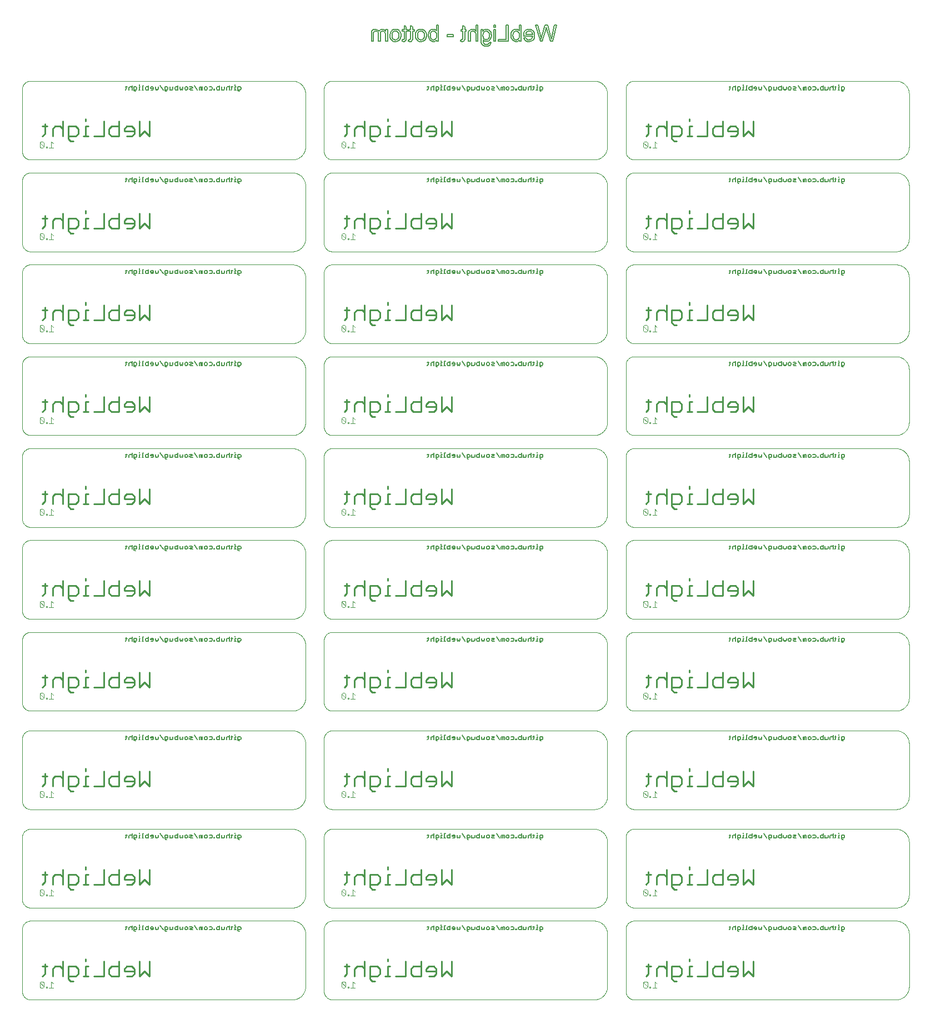
<source format=gbo>
%MOIN*%
%OFA0B0*%
%FSLAX45Y45*%
%IPPOS*%
%LPD*%
%AMOC8*
5,1,8,0,0,1.08239X$1,22.5*%
%AMOC80*
5,1,8,0,0,1.08239X$1,22.5*%
%AMOC800*
5,1,8,0,0,1.08239X$1,22.5*%
%AMOC81*
5,1,8,0,0,1.08239X$1,22.5*%
%AMOC801*
5,1,8,0,0,1.08239X$1,22.5*%
%AMOC810*
5,1,8,0,0,1.08239X$1,22.5*%
%AMOC8000*
5,1,8,0,0,1.08239X$1,22.5*%
%AMOC82*
5,1,8,0,0,1.08239X$1,22.5*%
%AMOC802*
5,1,8,0,0,1.08239X$1,22.5*%
%AMOC811*
5,1,8,0,0,1.08239X$1,22.5*%
%AMOC8001*
5,1,8,0,0,1.08239X$1,22.5*%
%AMOC820*
5,1,8,0,0,1.08239X$1,22.5*%
%AMOC8010*
5,1,8,0,0,1.08239X$1,22.5*%
%AMOC80000*
5,1,8,0,0,1.08239X$1,22.5*%
%AMOC83*
5,1,8,0,0,1.08239X$1,22.5*%
%AMOC803*
5,1,8,0,0,1.08239X$1,22.5*%
%AMOC812*
5,1,8,0,0,1.08239X$1,22.5*%
%AMOC8002*
5,1,8,0,0,1.08239X$1,22.5*%
%AMOC821*
5,1,8,0,0,1.08239X$1,22.5*%
%AMOC8011*
5,1,8,0,0,1.08239X$1,22.5*%
%AMOC8100*
5,1,8,0,0,1.08239X$1,22.5*%
%AMOC80001*
5,1,8,0,0,1.08239X$1,22.5*%
%AMOC830*
5,1,8,0,0,1.08239X$1,22.5*%
%AMOC8020*
5,1,8,0,0,1.08239X$1,22.5*%
%AMOC8110*
5,1,8,0,0,1.08239X$1,22.5*%
%AMOC80010*
5,1,8,0,0,1.08239X$1,22.5*%
%AMOC8200*
5,1,8,0,0,1.08239X$1,22.5*%
%AMOC80100*
5,1,8,0,0,1.08239X$1,22.5*%
%AMOC81000*
5,1,8,0,0,1.08239X$1,22.5*%
%AMOC800000*
5,1,8,0,0,1.08239X$1,22.5*%
%ADD10C,0*%
%ADD11C,0.01*%
%ADD12C,0.006000000000000001*%
%ADD13C,0.0030000000000000005*%
%ADD24C,0*%
%ADD25C,0.01*%
%ADD26C,0.006000000000000001*%
%ADD27C,0.0030000000000000005*%
%ADD38C,0*%
%ADD39C,0.01*%
%ADD40C,0.006000000000000001*%
%ADD41C,0.0030000000000000005*%
%ADD52C,0*%
%ADD53C,0.01*%
%ADD54C,0.006000000000000001*%
%ADD55C,0.0030000000000000005*%
%ADD66C,0*%
%ADD67C,0.01*%
%ADD68C,0.006000000000000001*%
%ADD69C,0.0030000000000000005*%
%ADD80C,0*%
%ADD81C,0.01*%
%ADD82C,0.006000000000000001*%
%ADD83C,0.0030000000000000005*%
%ADD94C,0*%
%ADD95C,0.01*%
%ADD96C,0.006000000000000001*%
%ADD97C,0.0030000000000000005*%
%ADD108C,0*%
%ADD109C,0.01*%
%ADD110C,0.006000000000000001*%
%ADD111C,0.0030000000000000005*%
%ADD122C,0*%
%ADD123C,0.01*%
%ADD124C,0.006000000000000001*%
%ADD125C,0.0030000000000000005*%
%ADD136C,0*%
%ADD137C,0.01*%
%ADD138C,0.006000000000000001*%
%ADD139C,0.0030000000000000005*%
%ADD150C,0*%
%ADD151C,0.01*%
%ADD152C,0.006000000000000001*%
%ADD153C,0.0030000000000000005*%
%ADD164C,0*%
%ADD165C,0.01*%
%ADD166C,0.006000000000000001*%
%ADD167C,0.0030000000000000005*%
%ADD178C,0.0078740157480314977*%
%ADD189C,0*%
%ADD190C,0.01*%
%ADD191C,0.006000000000000001*%
%ADD192C,0.0030000000000000005*%
%ADD203C,0*%
%ADD204C,0.01*%
%ADD205C,0.006000000000000001*%
%ADD206C,0.0030000000000000005*%
%ADD217C,0*%
%ADD218C,0.01*%
%ADD219C,0.006000000000000001*%
%ADD220C,0.0030000000000000005*%
%ADD231C,0*%
%ADD232C,0.01*%
%ADD233C,0.006000000000000001*%
%ADD234C,0.0030000000000000005*%
%ADD245C,0*%
%ADD246C,0.01*%
%ADD247C,0.006000000000000001*%
%ADD248C,0.0030000000000000005*%
%ADD259C,0*%
%ADD260C,0.01*%
%ADD261C,0.006000000000000001*%
%ADD262C,0.0030000000000000005*%
%ADD273C,0*%
%ADD274C,0.01*%
%ADD275C,0.006000000000000001*%
%ADD276C,0.0030000000000000005*%
%ADD287C,0*%
%ADD288C,0.01*%
%ADD289C,0.006000000000000001*%
%ADD290C,0.0030000000000000005*%
%ADD301C,0*%
%ADD302C,0.01*%
%ADD303C,0.006000000000000001*%
%ADD304C,0.0030000000000000005*%
%ADD315C,0*%
%ADD316C,0.01*%
%ADD317C,0.006000000000000001*%
%ADD318C,0.0030000000000000005*%
%ADD329C,0*%
%ADD330C,0.01*%
%ADD331C,0.006000000000000001*%
%ADD332C,0.0030000000000000005*%
%ADD343C,0*%
%ADD344C,0.01*%
%ADD345C,0.006000000000000001*%
%ADD346C,0.0030000000000000005*%
%ADD357C,0*%
%ADD358C,0.01*%
%ADD359C,0.006000000000000001*%
%ADD360C,0.0030000000000000005*%
%ADD371C,0*%
%ADD372C,0.01*%
%ADD373C,0.006000000000000001*%
%ADD374C,0.0030000000000000005*%
%ADD385C,0*%
%ADD386C,0.01*%
%ADD387C,0.006000000000000001*%
%ADD388C,0.0030000000000000005*%
%ADD399C,0*%
%ADD400C,0.01*%
%ADD401C,0.006000000000000001*%
%ADD402C,0.0030000000000000005*%
%ADD413C,0*%
%ADD414C,0.01*%
%ADD415C,0.006000000000000001*%
%ADD416C,0.0030000000000000005*%
%ADD427C,0*%
%ADD428C,0.01*%
%ADD429C,0.006000000000000001*%
%ADD430C,0.0030000000000000005*%
%LPD*%
G75*
D10*
X000417311Y000388689D02*
X000574437Y000388689D01*
X000574627Y000388690D01*
X000574817Y000388698D01*
X000575007Y000388710D01*
X000575197Y000388726D01*
X000575386Y000388745D01*
X000575575Y000388772D01*
X000575763Y000388801D01*
X000575950Y000388836D01*
X000576136Y000388875D01*
X000576320Y000388918D01*
X000576506Y000388966D01*
X000576689Y000389018D01*
X000576870Y000389074D01*
X000577050Y000389135D01*
X000577229Y000389201D01*
X000577406Y000389270D01*
X000577582Y000389344D01*
X000577755Y000389422D01*
X000577927Y000389505D01*
X000578096Y000389591D01*
X000578264Y000389681D01*
X000578429Y000389776D01*
X000578592Y000389874D01*
X000578752Y000389977D01*
X000578910Y000390083D01*
X000579065Y000390193D01*
X000579218Y000390306D01*
X000579368Y000390424D01*
X000579514Y000390545D01*
X000579658Y000390669D01*
X000579799Y000390797D01*
X000579937Y000390928D01*
X000580072Y000391063D01*
X000580203Y000391201D01*
X000580331Y000391342D01*
X000580455Y000391486D01*
X000580576Y000391632D01*
X000580694Y000391782D01*
X000580806Y000391935D01*
X000580916Y000392090D01*
X000581023Y000392248D01*
X000581126Y000392407D01*
X000581224Y000392571D01*
X000581319Y000392736D01*
X000581409Y000392903D01*
X000581495Y000393073D01*
X000581578Y000393245D01*
X000581656Y000393418D01*
X000581730Y000393594D01*
X000581799Y000393771D01*
X000581864Y000393950D01*
X000581926Y000394130D01*
X000581981Y000394311D01*
X000582034Y000394493D01*
X000582082Y000394679D01*
X000582125Y000394864D01*
X000582164Y000395050D01*
X000582199Y000395237D01*
X000582228Y000395425D01*
X000582254Y000395613D01*
X000582274Y000395803D01*
X000582290Y000395992D01*
X000582301Y000396182D01*
X000582309Y000396373D01*
X000582311Y000396563D01*
X000582311Y000428059D01*
X000582309Y000428249D01*
X000582301Y000428439D01*
X000582290Y000428629D01*
X000582274Y000428819D01*
X000582254Y000429007D01*
X000582228Y000429197D01*
X000582199Y000429385D01*
X000582164Y000429572D01*
X000582125Y000429758D01*
X000582082Y000429943D01*
X000582034Y000430128D01*
X000581981Y000430311D01*
X000581926Y000430492D01*
X000581864Y000430672D01*
X000581799Y000430851D01*
X000581730Y000431027D01*
X000581656Y000431203D01*
X000581578Y000431377D01*
X000581495Y000431548D01*
X000581409Y000431717D01*
X000581319Y000431886D01*
X000581224Y000432050D01*
X000581126Y000432214D01*
X000581023Y000432374D01*
X000580916Y000432531D01*
X000580806Y000432687D01*
X000580694Y000432840D01*
X000580576Y000432990D01*
X000580455Y000433136D01*
X000580331Y000433280D01*
X000580203Y000433420D01*
X000580072Y000433559D01*
X000579937Y000433694D01*
X000579799Y000433825D01*
X000579658Y000433953D01*
X000579514Y000434077D01*
X000579368Y000434198D01*
X000579218Y000434316D01*
X000579065Y000434429D01*
X000578910Y000434539D01*
X000578752Y000434645D01*
X000578592Y000434748D01*
X000578429Y000434846D01*
X000578264Y000434941D01*
X000578096Y000435031D01*
X000577927Y000435117D01*
X000577755Y000435200D01*
X000577582Y000435278D01*
X000577406Y000435351D01*
X000577229Y000435421D01*
X000577050Y000435487D01*
X000576870Y000435548D01*
X000576689Y000435604D01*
X000576506Y000435656D01*
X000576320Y000435703D01*
X000576136Y000435747D01*
X000575950Y000435785D01*
X000575763Y000435820D01*
X000575575Y000435850D01*
X000575386Y000435876D01*
X000575197Y000435896D01*
X000575007Y000435912D01*
X000574817Y000435924D01*
X000574627Y000435931D01*
X000574437Y000435933D01*
X000417311Y000435933D01*
X000417171Y000435931D01*
X000417031Y000435925D01*
X000416891Y000435914D01*
X000416751Y000435902D01*
X000416612Y000435884D01*
X000416472Y000435862D01*
X000416336Y000435837D01*
X000416198Y000435808D01*
X000416062Y000435775D01*
X000415927Y000435738D01*
X000415793Y000435696D01*
X000415660Y000435652D01*
X000415528Y000435604D01*
X000415398Y000435552D01*
X000415269Y000435497D01*
X000415142Y000435438D01*
X000415015Y000435375D01*
X000414892Y000435309D01*
X000414771Y000435240D01*
X000414651Y000435167D01*
X000414533Y000435090D01*
X000414418Y000435011D01*
X000414304Y000434928D01*
X000414194Y000434842D01*
X000414085Y000434753D01*
X000413978Y000434661D01*
X000413876Y000434565D01*
X000413774Y000434469D01*
X000413678Y000434368D01*
X000413583Y000434265D01*
X000413490Y000434159D01*
X000413401Y000434049D01*
X000413316Y000433940D01*
X000413232Y000433826D01*
X000413154Y000433711D01*
X000413077Y000433593D01*
X000413004Y000433473D01*
X000412934Y000433352D01*
X000412869Y000433228D01*
X000412805Y000433101D01*
X000412747Y000432975D01*
X000412692Y000432846D01*
X000412640Y000432716D01*
X000412592Y000432584D01*
X000412547Y000432451D01*
X000412506Y000432317D01*
X000412469Y000432182D01*
X000412436Y000432046D01*
X000412406Y000431907D01*
X000412382Y000431771D01*
X000412360Y000431632D01*
X000412342Y000431493D01*
X000412329Y000431353D01*
X000412319Y000431213D01*
X000412313Y000431073D01*
X000412310Y000430933D01*
X000412310Y000393689D01*
X000412313Y000393549D01*
X000412319Y000393409D01*
X000412329Y000393269D01*
X000412342Y000393129D01*
X000412360Y000392990D01*
X000412382Y000392851D01*
X000412406Y000392714D01*
X000412436Y000392576D01*
X000412469Y000392440D01*
X000412506Y000392305D01*
X000412547Y000392170D01*
X000412592Y000392038D01*
X000412640Y000391906D01*
X000412692Y000391776D01*
X000412747Y000391647D01*
X000412805Y000391520D01*
X000412869Y000391394D01*
X000412934Y000391269D01*
X000413004Y000391149D01*
X000413077Y000391028D01*
X000413154Y000390911D01*
X000413232Y000390795D01*
X000413316Y000390682D01*
X000413401Y000390572D01*
X000413490Y000390463D01*
X000413583Y000390357D01*
X000413678Y000390254D01*
X000413774Y000390153D01*
X000413876Y000390056D01*
X000413978Y000389961D01*
X000414085Y000389869D01*
X000414194Y000389780D01*
X000414304Y000389693D01*
X000414418Y000389611D01*
X000414533Y000389532D01*
X000414651Y000389455D01*
X000414771Y000389382D01*
X000414892Y000389313D01*
X000415015Y000389247D01*
X000415142Y000389184D01*
X000415269Y000389124D01*
X000415398Y000389070D01*
X000415528Y000389018D01*
X000415660Y000388970D01*
X000415793Y000388924D01*
X000415927Y000388884D01*
X000416062Y000388847D01*
X000416198Y000388814D01*
X000416336Y000388785D01*
X000416472Y000388760D01*
X000416612Y000388738D01*
X000416751Y000388720D01*
X000416891Y000388707D01*
X000417031Y000388697D01*
X000417171Y000388690D01*
X000417311Y000388689D01*
D11*
X000439860Y000401187D02*
X000441362Y000399686D01*
X000442863Y000399686D01*
X000439860Y000401187D02*
X000439860Y000408694D01*
X000444364Y000408694D01*
X000445864Y000407193D01*
X000445864Y000404190D01*
X000444364Y000402689D01*
X000439860Y000402689D01*
X000436657Y000402689D02*
X000436657Y000411697D01*
X000435156Y000408694D02*
X000432154Y000408694D01*
X000430652Y000407193D01*
X000430652Y000402689D01*
X000425948Y000404190D02*
X000424447Y000402689D01*
X000425948Y000404190D02*
X000425948Y000410195D01*
X000424447Y000408694D02*
X000427450Y000408694D01*
X000435156Y000408694D02*
X000436657Y000407193D01*
X000450502Y000408694D02*
X000450502Y000402689D01*
X000452004Y000402689D02*
X000449001Y000402689D01*
X000455206Y000402689D02*
X000461212Y000402689D01*
X000461212Y000411697D01*
X000470420Y000411697D02*
X000470420Y000402689D01*
X000465916Y000402689D01*
X000464415Y000404190D01*
X000464415Y000407193D01*
X000465916Y000408694D01*
X000470420Y000408694D01*
X000473622Y000407193D02*
X000473622Y000405692D01*
X000479628Y000405692D01*
X000479628Y000407193D02*
X000479628Y000404190D01*
X000478125Y000402689D01*
X000475124Y000402689D01*
X000482829Y000402689D02*
X000482829Y000411697D01*
X000488835Y000411697D02*
X000488835Y000402689D01*
X000485832Y000405692D01*
X000482829Y000402689D01*
X000479628Y000407193D02*
X000478125Y000408694D01*
X000475124Y000408694D01*
X000473622Y000407193D01*
X000452004Y000408694D02*
X000450502Y000408694D01*
X000450502Y000411697D02*
X000450502Y000413198D01*
D12*
X000479408Y000430155D02*
X000479408Y000432324D01*
X000480708Y000432324D01*
X000481142Y000431890D01*
X000481142Y000431023D01*
X000480708Y000430589D01*
X000479408Y000430589D01*
X000479408Y000430155D02*
X000479842Y000429722D01*
X000480276Y000429722D01*
X000482240Y000430589D02*
X000483107Y000430589D01*
X000482674Y000430589D02*
X000482674Y000432324D01*
X000483107Y000432324D01*
X000486283Y000431890D02*
X000486717Y000432324D01*
X000488018Y000432324D01*
X000489229Y000431890D02*
X000489229Y000431456D01*
X000490965Y000431456D01*
X000490965Y000431023D02*
X000490965Y000431890D01*
X000490531Y000432324D01*
X000489663Y000432324D01*
X000489229Y000431890D01*
X000490531Y000430589D02*
X000490965Y000431023D01*
X000490531Y000430589D02*
X000489663Y000430589D01*
X000488018Y000430589D02*
X000486717Y000430589D01*
X000486283Y000431023D01*
X000486283Y000431890D01*
X000485072Y000430589D02*
X000484204Y000430589D01*
X000484638Y000430589D02*
X000484638Y000433190D01*
X000485072Y000433190D01*
X000482674Y000433190D02*
X000482674Y000433625D01*
X000488018Y000433190D02*
X000488018Y000430589D01*
X000492176Y000431023D02*
X000492176Y000432324D01*
X000493911Y000432324D02*
X000493911Y000431023D01*
X000493478Y000430589D01*
X000493044Y000431023D01*
X000492610Y000430589D01*
X000492176Y000431023D01*
X000495123Y000433190D02*
X000496858Y000430589D01*
X000498069Y000430589D02*
X000499371Y000430589D01*
X000499803Y000431023D01*
X000499803Y000431890D01*
X000499371Y000432324D01*
X000498069Y000432324D01*
X000498069Y000430155D01*
X000498503Y000429722D01*
X000498937Y000429722D01*
X000501016Y000430589D02*
X000501016Y000432324D01*
X000502751Y000432324D02*
X000502751Y000431023D01*
X000502317Y000430589D01*
X000501016Y000430589D01*
X000503963Y000431023D02*
X000503963Y000431890D01*
X000504396Y000432324D01*
X000505697Y000432324D01*
X000506909Y000432324D02*
X000506909Y000431023D01*
X000507343Y000430589D01*
X000507775Y000431023D01*
X000508209Y000430589D01*
X000508643Y000431023D01*
X000508643Y000432324D01*
X000509856Y000431890D02*
X000510289Y000432324D01*
X000511157Y000432324D01*
X000511590Y000431890D01*
X000511590Y000431023D01*
X000511157Y000430589D01*
X000510289Y000430589D01*
X000509856Y000431023D01*
X000509856Y000431890D01*
X000512802Y000432324D02*
X000514103Y000432324D01*
X000514537Y000431890D01*
X000514103Y000431456D01*
X000513236Y000431456D01*
X000512802Y000431023D01*
X000513236Y000430589D01*
X000514537Y000430589D01*
X000515749Y000433190D02*
X000517482Y000430589D01*
X000518695Y000430589D02*
X000518695Y000431890D01*
X000519129Y000432324D01*
X000519561Y000431890D01*
X000519561Y000430589D01*
X000520429Y000430589D02*
X000520429Y000432324D01*
X000519996Y000432324D01*
X000519561Y000431890D01*
X000521642Y000431890D02*
X000521642Y000431023D01*
X000522075Y000430589D01*
X000522943Y000430589D01*
X000523376Y000431023D01*
X000523376Y000431890D01*
X000522943Y000432324D01*
X000522075Y000432324D01*
X000521642Y000431890D01*
X000524588Y000432324D02*
X000525889Y000432324D01*
X000526323Y000431890D01*
X000526323Y000431023D01*
X000525889Y000430589D01*
X000524588Y000430589D01*
X000527363Y000430589D02*
X000527363Y000431023D01*
X000527796Y000431023D01*
X000527796Y000430589D01*
X000527363Y000430589D01*
X000529007Y000431023D02*
X000529007Y000431890D01*
X000529442Y000432324D01*
X000530743Y000432324D01*
X000531954Y000432324D02*
X000531954Y000430589D01*
X000533256Y000430589D01*
X000533689Y000431023D01*
X000533689Y000432324D01*
X000534901Y000431890D02*
X000534901Y000430589D01*
X000536636Y000430589D02*
X000536636Y000433190D01*
X000538166Y000432758D02*
X000538166Y000431023D01*
X000537733Y000430589D01*
X000539697Y000430589D02*
X000540564Y000430589D01*
X000540131Y000430589D02*
X000540131Y000432324D01*
X000540564Y000432324D01*
X000541776Y000432324D02*
X000543077Y000432324D01*
X000543511Y000431890D01*
X000543511Y000431023D01*
X000543077Y000430589D01*
X000541776Y000430589D01*
X000541776Y000430155D02*
X000541776Y000432324D01*
X000540131Y000433190D02*
X000540131Y000433625D01*
X000538600Y000432324D02*
X000537733Y000432324D01*
X000536636Y000431890D02*
X000536202Y000432324D01*
X000535335Y000432324D01*
X000534901Y000431890D01*
X000530743Y000430589D02*
X000529442Y000430589D01*
X000529007Y000431023D01*
X000530743Y000430589D02*
X000530743Y000433190D01*
X000541776Y000430155D02*
X000542210Y000429722D01*
X000542644Y000429722D01*
X000505697Y000430589D02*
X000504396Y000430589D01*
X000503963Y000431023D01*
X000505697Y000430589D02*
X000505697Y000433190D01*
X000478197Y000433190D02*
X000478197Y000430589D01*
X000476462Y000430589D02*
X000476462Y000431890D01*
X000476895Y000432324D01*
X000477763Y000432324D01*
X000478197Y000431890D01*
X000475250Y000432324D02*
X000474383Y000432324D01*
X000474816Y000432758D02*
X000474816Y000431023D01*
X000474383Y000430589D01*
D13*
X000430869Y000398308D02*
X000429634Y000399542D01*
X000429634Y000395839D01*
X000428400Y000395839D02*
X000430869Y000395839D01*
X000427186Y000395839D02*
X000426569Y000395839D01*
X000426569Y000396456D01*
X000427186Y000396456D01*
X000427186Y000395839D01*
X000425344Y000396456D02*
X000422875Y000398925D01*
X000422875Y000396456D01*
X000423493Y000395839D01*
X000424727Y000395839D01*
X000425344Y000396456D01*
X000425344Y000398925D01*
X000424727Y000399542D01*
X000423493Y000399542D01*
X000422875Y000398925D01*
G75*
D24*
X000055106Y000333571D02*
X000212232Y000333571D01*
X000212422Y000333572D01*
X000212611Y000333580D01*
X000212803Y000333592D01*
X000212993Y000333608D01*
X000213181Y000333627D01*
X000213371Y000333654D01*
X000213559Y000333683D01*
X000213746Y000333718D01*
X000213932Y000333757D01*
X000214116Y000333800D01*
X000214302Y000333848D01*
X000214485Y000333900D01*
X000214665Y000333956D01*
X000214846Y000334017D01*
X000215025Y000334083D01*
X000215201Y000334152D01*
X000215377Y000334225D01*
X000215551Y000334304D01*
X000215723Y000334387D01*
X000215892Y000334473D01*
X000216060Y000334563D01*
X000216224Y000334658D01*
X000216387Y000334756D01*
X000216548Y000334859D01*
X000216706Y000334965D01*
X000216861Y000335075D01*
X000217014Y000335188D01*
X000217164Y000335305D01*
X000217309Y000335427D01*
X000217454Y000335551D01*
X000217594Y000335679D01*
X000217733Y000335810D01*
X000217868Y000335945D01*
X000217999Y000336083D01*
X000218127Y000336224D01*
X000218251Y000336368D01*
X000218372Y000336514D01*
X000218489Y000336664D01*
X000218603Y000336817D01*
X000218712Y000336972D01*
X000218819Y000337130D01*
X000218922Y000337289D01*
X000219020Y000337453D01*
X000219115Y000337618D01*
X000219205Y000337785D01*
X000219291Y000337955D01*
X000219374Y000338127D01*
X000219451Y000338299D01*
X000219526Y000338476D01*
X000219593Y000338653D01*
X000219661Y000338832D01*
X000219722Y000339012D01*
X000219776Y000339193D01*
X000219830Y000339375D01*
X000219878Y000339561D01*
X000219921Y000339746D01*
X000219960Y000339932D01*
X000219993Y000340119D01*
X000220024Y000340307D01*
X000220050Y000340495D01*
X000220070Y000340685D01*
X000220086Y000340874D01*
X000220098Y000341065D01*
X000220105Y000341255D01*
X000220107Y000341445D01*
X000220107Y000372941D01*
X000220105Y000373131D01*
X000220098Y000373321D01*
X000220086Y000373511D01*
X000220070Y000373701D01*
X000220050Y000373890D01*
X000220024Y000374079D01*
X000219993Y000374267D01*
X000219960Y000374454D01*
X000219921Y000374640D01*
X000219878Y000374825D01*
X000219830Y000375010D01*
X000219776Y000375193D01*
X000219722Y000375374D01*
X000219661Y000375554D01*
X000219593Y000375733D01*
X000219526Y000375910D01*
X000219451Y000376086D01*
X000219374Y000376259D01*
X000219291Y000376431D01*
X000219205Y000376600D01*
X000219115Y000376767D01*
X000219020Y000376933D01*
X000218922Y000377096D01*
X000218819Y000377256D01*
X000218712Y000377413D01*
X000218603Y000377569D01*
X000218489Y000377722D01*
X000218372Y000377872D01*
X000218251Y000378018D01*
X000218127Y000378162D01*
X000217999Y000378303D01*
X000217868Y000378441D01*
X000217733Y000378576D01*
X000217594Y000378707D01*
X000217454Y000378835D01*
X000217309Y000378959D01*
X000217164Y000379080D01*
X000217014Y000379198D01*
X000216861Y000379311D01*
X000216706Y000379421D01*
X000216548Y000379527D01*
X000216387Y000379630D01*
X000216224Y000379728D01*
X000216060Y000379823D01*
X000215892Y000379913D01*
X000215723Y000379999D01*
X000215551Y000380082D01*
X000215377Y000380160D01*
X000215201Y000380234D01*
X000215025Y000380303D01*
X000214846Y000380369D01*
X000214665Y000380430D01*
X000214485Y000380486D01*
X000214302Y000380538D01*
X000214116Y000380586D01*
X000213932Y000380629D01*
X000213746Y000380668D01*
X000213559Y000380703D01*
X000213371Y000380732D01*
X000213181Y000380758D01*
X000212993Y000380778D01*
X000212803Y000380794D01*
X000212611Y000380806D01*
X000212422Y000380813D01*
X000212232Y000380815D01*
X000055106Y000380815D01*
X000054967Y000380813D01*
X000054827Y000380807D01*
X000054687Y000380797D01*
X000054547Y000380783D01*
X000054408Y000380766D01*
X000054269Y000380744D01*
X000054132Y000380719D01*
X000053994Y000380690D01*
X000053857Y000380657D01*
X000053723Y000380619D01*
X000053589Y000380579D01*
X000053456Y000380534D01*
X000053324Y000380486D01*
X000053194Y000380434D01*
X000053064Y000380379D01*
X000052937Y000380320D01*
X000052812Y000380257D01*
X000052688Y000380191D01*
X000052567Y000380122D01*
X000052447Y000380049D01*
X000052329Y000379972D01*
X000052214Y000379893D01*
X000052100Y000379809D01*
X000051990Y000379724D01*
X000051881Y000379634D01*
X000051775Y000379543D01*
X000051671Y000379448D01*
X000051571Y000379351D01*
X000051474Y000379250D01*
X000051379Y000379147D01*
X000051287Y000379041D01*
X000051198Y000378932D01*
X000051112Y000378822D01*
X000051029Y000378708D01*
X000050949Y000378593D01*
X000050873Y000378474D01*
X000050800Y000378354D01*
X000050731Y000378234D01*
X000050665Y000378110D01*
X000050602Y000377984D01*
X000050543Y000377857D01*
X000050488Y000377728D01*
X000050436Y000377598D01*
X000050388Y000377466D01*
X000050343Y000377333D01*
X000050302Y000377199D01*
X000050265Y000377064D01*
X000050232Y000376928D01*
X000050203Y000376790D01*
X000050178Y000376653D01*
X000050156Y000376514D01*
X000050138Y000376375D01*
X000050125Y000376235D01*
X000050115Y000376095D01*
X000050109Y000375954D01*
X000050107Y000375815D01*
X000050107Y000338571D01*
X000050109Y000338431D01*
X000050115Y000338291D01*
X000050125Y000338151D01*
X000050138Y000338011D01*
X000050156Y000337872D01*
X000050178Y000337733D01*
X000050203Y000337596D01*
X000050232Y000337458D01*
X000050265Y000337322D01*
X000050302Y000337187D01*
X000050343Y000337052D01*
X000050388Y000336920D01*
X000050436Y000336788D01*
X000050488Y000336658D01*
X000050543Y000336529D01*
X000050602Y000336402D01*
X000050665Y000336276D01*
X000050731Y000336151D01*
X000050800Y000336031D01*
X000050873Y000335910D01*
X000050949Y000335793D01*
X000051029Y000335677D01*
X000051112Y000335564D01*
X000051198Y000335454D01*
X000051287Y000335345D01*
X000051379Y000335239D01*
X000051474Y000335136D01*
X000051571Y000335035D01*
X000051671Y000334938D01*
X000051775Y000334843D01*
X000051881Y000334751D01*
X000051990Y000334662D01*
X000052100Y000334575D01*
X000052214Y000334493D01*
X000052329Y000334414D01*
X000052447Y000334337D01*
X000052567Y000334264D01*
X000052688Y000334195D01*
X000052812Y000334129D01*
X000052937Y000334066D01*
X000053064Y000334006D01*
X000053194Y000333952D01*
X000053324Y000333900D01*
X000053456Y000333852D01*
X000053589Y000333806D01*
X000053723Y000333766D01*
X000053857Y000333729D01*
X000053994Y000333696D01*
X000054132Y000333667D01*
X000054269Y000333642D01*
X000054408Y000333620D01*
X000054547Y000333602D01*
X000054687Y000333589D01*
X000054827Y000333579D01*
X000054967Y000333572D01*
X000055106Y000333571D01*
D25*
X000077656Y000346070D02*
X000079158Y000344568D01*
X000080659Y000344568D01*
X000077656Y000346070D02*
X000077656Y000353576D01*
X000082160Y000353576D01*
X000083661Y000352075D01*
X000083661Y000349072D01*
X000082160Y000347571D01*
X000077656Y000347571D01*
X000074453Y000347571D02*
X000074453Y000356579D01*
X000072952Y000353576D02*
X000069950Y000353576D01*
X000068448Y000352075D01*
X000068448Y000347571D01*
X000063744Y000349072D02*
X000062243Y000347571D01*
X000063744Y000349072D02*
X000063744Y000355077D01*
X000062243Y000353576D02*
X000065246Y000353576D01*
X000072952Y000353576D02*
X000074453Y000352075D01*
X000088299Y000353576D02*
X000088299Y000347571D01*
X000089800Y000347571D02*
X000086797Y000347571D01*
X000093003Y000347571D02*
X000099008Y000347571D01*
X000099008Y000356579D01*
X000108216Y000356579D02*
X000108216Y000347571D01*
X000103712Y000347571D01*
X000102211Y000349072D01*
X000102211Y000352075D01*
X000103712Y000353576D01*
X000108216Y000353576D01*
X000111418Y000352075D02*
X000111418Y000350574D01*
X000117424Y000350574D01*
X000117424Y000352075D02*
X000117424Y000349072D01*
X000115921Y000347571D01*
X000112920Y000347571D01*
X000120626Y000347571D02*
X000120626Y000356579D01*
X000126631Y000356579D02*
X000126631Y000347571D01*
X000123628Y000350574D01*
X000120626Y000347571D01*
X000117424Y000352075D02*
X000115921Y000353576D01*
X000112920Y000353576D01*
X000111418Y000352075D01*
X000089800Y000353576D02*
X000088299Y000353576D01*
X000088299Y000356579D02*
X000088299Y000358080D01*
D26*
X000117204Y000375037D02*
X000117204Y000377206D01*
X000118505Y000377206D01*
X000118939Y000376772D01*
X000118939Y000375905D01*
X000118505Y000375471D01*
X000117204Y000375471D01*
X000117204Y000375037D02*
X000117638Y000374604D01*
X000118072Y000374604D01*
X000120036Y000375471D02*
X000120903Y000375471D01*
X000120470Y000375471D02*
X000120470Y000377206D01*
X000120903Y000377206D01*
X000124079Y000376772D02*
X000124513Y000377206D01*
X000125814Y000377206D01*
X000127026Y000376772D02*
X000127026Y000376338D01*
X000128759Y000376338D01*
X000128759Y000375905D02*
X000128759Y000376772D01*
X000128325Y000377206D01*
X000127460Y000377206D01*
X000127026Y000376772D01*
X000128325Y000375471D02*
X000128759Y000375905D01*
X000128325Y000375471D02*
X000127460Y000375471D01*
X000125814Y000375471D02*
X000124513Y000375471D01*
X000124079Y000375905D01*
X000124079Y000376772D01*
X000122868Y000375471D02*
X000122000Y000375471D01*
X000122434Y000375471D02*
X000122434Y000378073D01*
X000122868Y000378073D01*
X000120470Y000378073D02*
X000120470Y000378507D01*
X000125814Y000378073D02*
X000125814Y000375471D01*
X000129972Y000375905D02*
X000129972Y000377206D01*
X000131707Y000377206D02*
X000131707Y000375905D01*
X000131274Y000375471D01*
X000130840Y000375905D01*
X000130406Y000375471D01*
X000129972Y000375905D01*
X000132919Y000378073D02*
X000134653Y000375471D01*
X000135866Y000375471D02*
X000137167Y000375471D01*
X000137600Y000375905D01*
X000137600Y000376772D01*
X000137167Y000377206D01*
X000135866Y000377206D01*
X000135866Y000375037D01*
X000136299Y000374604D01*
X000136733Y000374604D01*
X000138812Y000375471D02*
X000138812Y000377206D01*
X000140547Y000377206D02*
X000140547Y000375905D01*
X000140113Y000375471D01*
X000138812Y000375471D01*
X000141759Y000375905D02*
X000141759Y000376772D01*
X000142192Y000377206D01*
X000143493Y000377206D01*
X000144705Y000377206D02*
X000144705Y000375905D01*
X000145139Y000375471D01*
X000145571Y000375905D01*
X000146005Y000375471D01*
X000146439Y000375905D01*
X000146439Y000377206D01*
X000147652Y000376772D02*
X000148084Y000377206D01*
X000148953Y000377206D01*
X000149386Y000376772D01*
X000149386Y000375905D01*
X000148953Y000375471D01*
X000148084Y000375471D01*
X000147652Y000375905D01*
X000147652Y000376772D01*
X000150598Y000377206D02*
X000151899Y000377206D01*
X000152333Y000376772D01*
X000151899Y000376338D01*
X000151032Y000376338D01*
X000150598Y000375905D01*
X000151032Y000375471D01*
X000152333Y000375471D01*
X000153544Y000378073D02*
X000155279Y000375471D01*
X000156491Y000375471D02*
X000156491Y000376772D01*
X000156925Y000377206D01*
X000157359Y000376772D01*
X000157359Y000375471D01*
X000158226Y000375471D02*
X000158226Y000377206D01*
X000157792Y000377206D01*
X000157359Y000376772D01*
X000159438Y000376772D02*
X000159438Y000375905D01*
X000159871Y000375471D01*
X000160739Y000375471D01*
X000161172Y000375905D01*
X000161172Y000376772D01*
X000160739Y000377206D01*
X000159871Y000377206D01*
X000159438Y000376772D01*
X000162384Y000377206D02*
X000163685Y000377206D01*
X000164119Y000376772D01*
X000164119Y000375905D01*
X000163685Y000375471D01*
X000162384Y000375471D01*
X000165159Y000375471D02*
X000165159Y000375905D01*
X000165592Y000375905D01*
X000165592Y000375471D01*
X000165159Y000375471D01*
X000166804Y000375905D02*
X000166804Y000376772D01*
X000167238Y000377206D01*
X000168538Y000377206D01*
X000169749Y000377206D02*
X000169749Y000375471D01*
X000171052Y000375471D01*
X000171485Y000375905D01*
X000171485Y000377206D01*
X000172696Y000376772D02*
X000172696Y000375471D01*
X000174432Y000375471D02*
X000174432Y000378073D01*
X000175962Y000377640D02*
X000175962Y000375905D01*
X000175529Y000375471D01*
X000177493Y000375471D02*
X000178360Y000375471D01*
X000177927Y000375471D02*
X000177927Y000377206D01*
X000178360Y000377206D01*
X000179572Y000377206D02*
X000180873Y000377206D01*
X000181307Y000376772D01*
X000181307Y000375905D01*
X000180873Y000375471D01*
X000179572Y000375471D01*
X000179572Y000375037D02*
X000179572Y000377206D01*
X000177927Y000378073D02*
X000177927Y000378507D01*
X000176396Y000377206D02*
X000175529Y000377206D01*
X000174432Y000376772D02*
X000173998Y000377206D01*
X000173130Y000377206D01*
X000172696Y000376772D01*
X000168538Y000375471D02*
X000167238Y000375471D01*
X000166804Y000375905D01*
X000168538Y000375471D02*
X000168538Y000378073D01*
X000179572Y000375037D02*
X000180006Y000374604D01*
X000180440Y000374604D01*
X000143493Y000375471D02*
X000142192Y000375471D01*
X000141759Y000375905D01*
X000143493Y000375471D02*
X000143493Y000378073D01*
X000115992Y000378073D02*
X000115992Y000375471D01*
X000114258Y000375471D02*
X000114258Y000376772D01*
X000114691Y000377206D01*
X000115558Y000377206D01*
X000115992Y000376772D01*
X000113046Y000377206D02*
X000112179Y000377206D01*
X000112612Y000377640D02*
X000112612Y000375905D01*
X000112179Y000375471D01*
D27*
X000068665Y000343190D02*
X000067428Y000344424D01*
X000067428Y000340721D01*
X000066196Y000340721D02*
X000068665Y000340721D01*
X000064981Y000340721D02*
X000064365Y000340721D01*
X000064365Y000341338D01*
X000064981Y000341338D01*
X000064981Y000340721D01*
X000063139Y000341338D02*
X000060671Y000343807D01*
X000060671Y000341338D01*
X000061289Y000340721D01*
X000062522Y000340721D01*
X000063139Y000341338D01*
X000063139Y000343807D01*
X000062522Y000344424D01*
X000061289Y000344424D01*
X000060671Y000343807D01*
G75*
D38*
X000055106Y000443807D02*
X000212232Y000443807D01*
X000212422Y000443809D01*
X000212611Y000443816D01*
X000212803Y000443828D01*
X000212993Y000443844D01*
X000213181Y000443864D01*
X000213371Y000443890D01*
X000213559Y000443919D01*
X000213746Y000443954D01*
X000213932Y000443993D01*
X000214116Y000444036D01*
X000214302Y000444083D01*
X000214485Y000444136D01*
X000214665Y000444191D01*
X000214846Y000444252D01*
X000215025Y000444319D01*
X000215201Y000444388D01*
X000215377Y000444461D01*
X000215551Y000444540D01*
X000215723Y000444623D01*
X000215892Y000444709D01*
X000216060Y000444799D01*
X000216224Y000444894D01*
X000216387Y000444991D01*
X000216548Y000445095D01*
X000216706Y000445200D01*
X000216861Y000445310D01*
X000217014Y000445424D01*
X000217164Y000445542D01*
X000217309Y000445662D01*
X000217454Y000445787D01*
X000217594Y000445915D01*
X000217733Y000446046D01*
X000217868Y000446181D01*
X000217999Y000446319D01*
X000218127Y000446460D01*
X000218251Y000446603D01*
X000218372Y000446750D01*
X000218489Y000446900D01*
X000218603Y000447053D01*
X000218712Y000447208D01*
X000218819Y000447366D01*
X000218922Y000447525D01*
X000219020Y000447689D01*
X000219115Y000447854D01*
X000219205Y000448022D01*
X000219291Y000448191D01*
X000219374Y000448363D01*
X000219451Y000448536D01*
X000219526Y000448712D01*
X000219593Y000448888D01*
X000219661Y000449068D01*
X000219722Y000449247D01*
X000219776Y000449429D01*
X000219830Y000449612D01*
X000219878Y000449796D01*
X000219921Y000449982D01*
X000219960Y000450168D01*
X000219993Y000450355D01*
X000220024Y000450542D01*
X000220050Y000450732D01*
X000220070Y000450921D01*
X000220086Y000451111D01*
X000220098Y000451301D01*
X000220105Y000451491D01*
X000220107Y000451681D01*
X000220107Y000483176D01*
X000220105Y000483366D01*
X000220098Y000483556D01*
X000220086Y000483747D01*
X000220070Y000483937D01*
X000220050Y000484126D01*
X000220024Y000484314D01*
X000219993Y000484503D01*
X000219960Y000484690D01*
X000219921Y000484876D01*
X000219878Y000485060D01*
X000219830Y000485246D01*
X000219776Y000485429D01*
X000219722Y000485609D01*
X000219661Y000485790D01*
X000219593Y000485968D01*
X000219526Y000486146D01*
X000219451Y000486322D01*
X000219374Y000486495D01*
X000219291Y000486667D01*
X000219205Y000486836D01*
X000219115Y000487004D01*
X000219020Y000487169D01*
X000218922Y000487331D01*
X000218819Y000487492D01*
X000218712Y000487650D01*
X000218603Y000487805D01*
X000218489Y000487958D01*
X000218372Y000488108D01*
X000218251Y000488253D01*
X000218127Y000488398D01*
X000217999Y000488539D01*
X000217868Y000488677D01*
X000217733Y000488812D01*
X000217594Y000488943D01*
X000217454Y000489071D01*
X000217309Y000489194D01*
X000217164Y000489316D01*
X000217014Y000489433D01*
X000216861Y000489547D01*
X000216706Y000489656D01*
X000216548Y000489763D01*
X000216387Y000489865D01*
X000216224Y000489964D01*
X000216060Y000490059D01*
X000215892Y000490149D01*
X000215723Y000490235D01*
X000215551Y000490318D01*
X000215377Y000490395D01*
X000215201Y000490470D01*
X000215025Y000490538D01*
X000214846Y000490604D01*
X000214665Y000490665D01*
X000214485Y000490721D01*
X000214302Y000490774D01*
X000214116Y000490822D01*
X000213932Y000490865D01*
X000213746Y000490904D01*
X000213559Y000490939D01*
X000213371Y000490968D01*
X000213181Y000490994D01*
X000212993Y000491014D01*
X000212803Y000491030D01*
X000212611Y000491042D01*
X000212422Y000491049D01*
X000212232Y000491051D01*
X000055106Y000491051D01*
X000054967Y000491049D01*
X000054827Y000491043D01*
X000054687Y000491033D01*
X000054547Y000491019D01*
X000054408Y000491002D01*
X000054269Y000490980D01*
X000054132Y000490955D01*
X000053994Y000490926D01*
X000053857Y000490893D01*
X000053723Y000490855D01*
X000053589Y000490815D01*
X000053456Y000490770D01*
X000053324Y000490721D01*
X000053194Y000490670D01*
X000053064Y000490615D01*
X000052937Y000490556D01*
X000052812Y000490493D01*
X000052688Y000490427D01*
X000052567Y000490358D01*
X000052447Y000490285D01*
X000052329Y000490208D01*
X000052214Y000490129D01*
X000052100Y000490046D01*
X000051990Y000489960D01*
X000051881Y000489871D01*
X000051775Y000489778D01*
X000051671Y000489684D01*
X000051571Y000489587D01*
X000051474Y000489486D01*
X000051379Y000489383D01*
X000051287Y000489276D01*
X000051198Y000489168D01*
X000051112Y000489058D01*
X000051029Y000488943D01*
X000050949Y000488828D01*
X000050873Y000488711D01*
X000050800Y000488591D01*
X000050731Y000488469D01*
X000050665Y000488346D01*
X000050602Y000488220D01*
X000050543Y000488093D01*
X000050488Y000487964D01*
X000050436Y000487833D01*
X000050388Y000487702D01*
X000050343Y000487568D01*
X000050302Y000487435D01*
X000050265Y000487300D01*
X000050232Y000487164D01*
X000050203Y000487026D01*
X000050178Y000486889D01*
X000050156Y000486750D01*
X000050138Y000486611D01*
X000050125Y000486470D01*
X000050115Y000486331D01*
X000050109Y000486191D01*
X000050107Y000486050D01*
X000050107Y000448806D01*
X000050109Y000448667D01*
X000050115Y000448527D01*
X000050125Y000448386D01*
X000050138Y000448247D01*
X000050156Y000448108D01*
X000050178Y000447969D01*
X000050203Y000447832D01*
X000050232Y000447694D01*
X000050265Y000447558D01*
X000050302Y000447423D01*
X000050343Y000447288D01*
X000050388Y000447156D01*
X000050436Y000447024D01*
X000050488Y000446894D01*
X000050543Y000446765D01*
X000050602Y000446638D01*
X000050665Y000446512D01*
X000050731Y000446387D01*
X000050800Y000446267D01*
X000050873Y000446147D01*
X000050949Y000446028D01*
X000051029Y000445913D01*
X000051112Y000445800D01*
X000051198Y000445690D01*
X000051287Y000445580D01*
X000051379Y000445475D01*
X000051474Y000445371D01*
X000051571Y000445271D01*
X000051671Y000445174D01*
X000051775Y000445078D01*
X000051881Y000444987D01*
X000051990Y000444898D01*
X000052100Y000444812D01*
X000052214Y000444729D01*
X000052329Y000444650D01*
X000052447Y000444573D01*
X000052567Y000444500D01*
X000052688Y000444431D01*
X000052812Y000444365D01*
X000052937Y000444302D01*
X000053064Y000444243D01*
X000053194Y000444188D01*
X000053324Y000444136D01*
X000053456Y000444088D01*
X000053589Y000444043D01*
X000053723Y000444001D01*
X000053857Y000443965D01*
X000053994Y000443932D01*
X000054132Y000443903D01*
X000054269Y000443878D01*
X000054408Y000443856D01*
X000054547Y000443838D01*
X000054687Y000443825D01*
X000054827Y000443815D01*
X000054967Y000443809D01*
X000055106Y000443807D01*
D39*
X000077656Y000456306D02*
X000079158Y000454804D01*
X000080659Y000454804D01*
X000077656Y000456306D02*
X000077656Y000463812D01*
X000082160Y000463812D01*
X000083661Y000462310D01*
X000083661Y000459307D01*
X000082160Y000457807D01*
X000077656Y000457807D01*
X000074453Y000457807D02*
X000074453Y000466815D01*
X000072952Y000463812D02*
X000069950Y000463812D01*
X000068448Y000462310D01*
X000068448Y000457807D01*
X000063744Y000459307D02*
X000062243Y000457807D01*
X000063744Y000459307D02*
X000063744Y000465313D01*
X000062243Y000463812D02*
X000065246Y000463812D01*
X000072952Y000463812D02*
X000074453Y000462310D01*
X000088299Y000463812D02*
X000088299Y000457807D01*
X000089800Y000457807D02*
X000086797Y000457807D01*
X000093003Y000457807D02*
X000099008Y000457807D01*
X000099008Y000466815D01*
X000108216Y000466815D02*
X000108216Y000457807D01*
X000103712Y000457807D01*
X000102211Y000459307D01*
X000102211Y000462310D01*
X000103712Y000463812D01*
X000108216Y000463812D01*
X000111418Y000462310D02*
X000111418Y000460810D01*
X000117424Y000460810D01*
X000117424Y000462310D02*
X000117424Y000459307D01*
X000115921Y000457807D01*
X000112920Y000457807D01*
X000120626Y000457807D02*
X000120626Y000466815D01*
X000126631Y000466815D02*
X000126631Y000457807D01*
X000123628Y000460810D01*
X000120626Y000457807D01*
X000117424Y000462310D02*
X000115921Y000463812D01*
X000112920Y000463812D01*
X000111418Y000462310D01*
X000089800Y000463812D02*
X000088299Y000463812D01*
X000088299Y000466815D02*
X000088299Y000468316D01*
D40*
X000117204Y000485273D02*
X000117204Y000487442D01*
X000118505Y000487442D01*
X000118939Y000487008D01*
X000118939Y000486141D01*
X000118505Y000485707D01*
X000117204Y000485707D01*
X000117204Y000485273D02*
X000117638Y000484840D01*
X000118072Y000484840D01*
X000120036Y000485707D02*
X000120903Y000485707D01*
X000120470Y000485707D02*
X000120470Y000487442D01*
X000120903Y000487442D01*
X000124079Y000487008D02*
X000124513Y000487442D01*
X000125814Y000487442D01*
X000127026Y000487008D02*
X000127026Y000486574D01*
X000128759Y000486574D01*
X000128759Y000486141D02*
X000128759Y000487008D01*
X000128325Y000487442D01*
X000127460Y000487442D01*
X000127026Y000487008D01*
X000128325Y000485707D02*
X000128759Y000486141D01*
X000128325Y000485707D02*
X000127460Y000485707D01*
X000125814Y000485707D02*
X000124513Y000485707D01*
X000124079Y000486141D01*
X000124079Y000487008D01*
X000122868Y000485707D02*
X000122000Y000485707D01*
X000122434Y000485707D02*
X000122434Y000488309D01*
X000122868Y000488309D01*
X000120470Y000488309D02*
X000120470Y000488743D01*
X000125814Y000488309D02*
X000125814Y000485707D01*
X000129972Y000486141D02*
X000129972Y000487442D01*
X000131707Y000487442D02*
X000131707Y000486141D01*
X000131274Y000485707D01*
X000130840Y000486141D01*
X000130406Y000485707D01*
X000129972Y000486141D01*
X000132919Y000488309D02*
X000134653Y000485707D01*
X000135866Y000485707D02*
X000137167Y000485707D01*
X000137600Y000486141D01*
X000137600Y000487008D01*
X000137167Y000487442D01*
X000135866Y000487442D01*
X000135866Y000485273D01*
X000136299Y000484840D01*
X000136733Y000484840D01*
X000138812Y000485707D02*
X000138812Y000487442D01*
X000140547Y000487442D02*
X000140547Y000486141D01*
X000140113Y000485707D01*
X000138812Y000485707D01*
X000141759Y000486141D02*
X000141759Y000487008D01*
X000142192Y000487442D01*
X000143493Y000487442D01*
X000144705Y000487442D02*
X000144705Y000486141D01*
X000145139Y000485707D01*
X000145571Y000486141D01*
X000146005Y000485707D01*
X000146439Y000486141D01*
X000146439Y000487442D01*
X000147652Y000487008D02*
X000148084Y000487442D01*
X000148953Y000487442D01*
X000149386Y000487008D01*
X000149386Y000486141D01*
X000148953Y000485707D01*
X000148084Y000485707D01*
X000147652Y000486141D01*
X000147652Y000487008D01*
X000150598Y000487442D02*
X000151899Y000487442D01*
X000152333Y000487008D01*
X000151899Y000486574D01*
X000151032Y000486574D01*
X000150598Y000486141D01*
X000151032Y000485707D01*
X000152333Y000485707D01*
X000153544Y000488309D02*
X000155279Y000485707D01*
X000156491Y000485707D02*
X000156491Y000487008D01*
X000156925Y000487442D01*
X000157359Y000487008D01*
X000157359Y000485707D01*
X000158226Y000485707D02*
X000158226Y000487442D01*
X000157792Y000487442D01*
X000157359Y000487008D01*
X000159438Y000487008D02*
X000159438Y000486141D01*
X000159871Y000485707D01*
X000160739Y000485707D01*
X000161172Y000486141D01*
X000161172Y000487008D01*
X000160739Y000487442D01*
X000159871Y000487442D01*
X000159438Y000487008D01*
X000162384Y000487442D02*
X000163685Y000487442D01*
X000164119Y000487008D01*
X000164119Y000486141D01*
X000163685Y000485707D01*
X000162384Y000485707D01*
X000165159Y000485707D02*
X000165159Y000486141D01*
X000165592Y000486141D01*
X000165592Y000485707D01*
X000165159Y000485707D01*
X000166804Y000486141D02*
X000166804Y000487008D01*
X000167238Y000487442D01*
X000168538Y000487442D01*
X000169749Y000487442D02*
X000169749Y000485707D01*
X000171052Y000485707D01*
X000171485Y000486141D01*
X000171485Y000487442D01*
X000172696Y000487008D02*
X000172696Y000485707D01*
X000174432Y000485707D02*
X000174432Y000488309D01*
X000175962Y000487876D02*
X000175962Y000486141D01*
X000175529Y000485707D01*
X000177493Y000485707D02*
X000178360Y000485707D01*
X000177927Y000485707D02*
X000177927Y000487442D01*
X000178360Y000487442D01*
X000179572Y000487442D02*
X000180873Y000487442D01*
X000181307Y000487008D01*
X000181307Y000486141D01*
X000180873Y000485707D01*
X000179572Y000485707D01*
X000179572Y000485273D02*
X000179572Y000487442D01*
X000177927Y000488309D02*
X000177927Y000488743D01*
X000176396Y000487442D02*
X000175529Y000487442D01*
X000174432Y000487008D02*
X000173998Y000487442D01*
X000173130Y000487442D01*
X000172696Y000487008D01*
X000168538Y000485707D02*
X000167238Y000485707D01*
X000166804Y000486141D01*
X000168538Y000485707D02*
X000168538Y000488309D01*
X000179572Y000485273D02*
X000180006Y000484840D01*
X000180440Y000484840D01*
X000143493Y000485707D02*
X000142192Y000485707D01*
X000141759Y000486141D01*
X000143493Y000485707D02*
X000143493Y000488309D01*
X000115992Y000488309D02*
X000115992Y000485707D01*
X000114258Y000485707D02*
X000114258Y000487008D01*
X000114691Y000487442D01*
X000115558Y000487442D01*
X000115992Y000487008D01*
X000113046Y000487442D02*
X000112179Y000487442D01*
X000112612Y000487876D02*
X000112612Y000486141D01*
X000112179Y000485707D01*
D41*
X000068665Y000453426D02*
X000067428Y000454660D01*
X000067428Y000450957D01*
X000066196Y000450957D02*
X000068665Y000450957D01*
X000064981Y000450957D02*
X000064365Y000450957D01*
X000064365Y000451574D01*
X000064981Y000451574D01*
X000064981Y000450957D01*
X000063139Y000451574D02*
X000060671Y000454043D01*
X000060671Y000451574D01*
X000061289Y000450957D01*
X000062522Y000450957D01*
X000063139Y000451574D01*
X000063139Y000454043D01*
X000062522Y000454660D01*
X000061289Y000454660D01*
X000060671Y000454043D01*
G75*
D52*
X000055106Y000223335D02*
X000212232Y000223335D01*
X000212422Y000223337D01*
X000212611Y000223344D01*
X000212803Y000223356D01*
X000212993Y000223372D01*
X000213181Y000223392D01*
X000213371Y000223417D01*
X000213559Y000223447D01*
X000213746Y000223482D01*
X000213932Y000223521D01*
X000214116Y000223564D01*
X000214302Y000223612D01*
X000214485Y000223664D01*
X000214665Y000223720D01*
X000214846Y000223781D01*
X000215025Y000223847D01*
X000215201Y000223916D01*
X000215377Y000223990D01*
X000215551Y000224067D01*
X000215723Y000224151D01*
X000215892Y000224237D01*
X000216060Y000224327D01*
X000216224Y000224422D01*
X000216387Y000224520D01*
X000216548Y000224623D01*
X000216706Y000224729D01*
X000216861Y000224839D01*
X000217014Y000224952D01*
X000217164Y000225070D01*
X000217309Y000225191D01*
X000217454Y000225315D01*
X000217594Y000225443D01*
X000217733Y000225574D01*
X000217868Y000225708D01*
X000217999Y000225847D01*
X000218127Y000225988D01*
X000218251Y000226132D01*
X000218372Y000226277D01*
X000218489Y000226426D01*
X000218603Y000226581D01*
X000218712Y000226736D01*
X000218819Y000226894D01*
X000218922Y000227054D01*
X000219020Y000227217D01*
X000219115Y000227382D01*
X000219205Y000227550D01*
X000219291Y000227719D01*
X000219374Y000227891D01*
X000219451Y000228064D01*
X000219526Y000228240D01*
X000219593Y000228417D01*
X000219661Y000228596D01*
X000219722Y000228776D01*
X000219776Y000228957D01*
X000219830Y000229140D01*
X000219878Y000229325D01*
X000219921Y000229510D01*
X000219960Y000229696D01*
X000219993Y000229883D01*
X000220024Y000230071D01*
X000220050Y000230260D01*
X000220070Y000230449D01*
X000220086Y000230639D01*
X000220098Y000230829D01*
X000220105Y000231019D01*
X000220107Y000231209D01*
X000220107Y000262705D01*
X000220105Y000262895D01*
X000220098Y000263085D01*
X000220086Y000263275D01*
X000220070Y000263465D01*
X000220050Y000263654D01*
X000220024Y000263843D01*
X000219993Y000264031D01*
X000219960Y000264218D01*
X000219921Y000264404D01*
X000219878Y000264589D01*
X000219830Y000264774D01*
X000219776Y000264957D01*
X000219722Y000265138D01*
X000219661Y000265318D01*
X000219593Y000265497D01*
X000219526Y000265674D01*
X000219451Y000265850D01*
X000219374Y000266023D01*
X000219291Y000266195D01*
X000219205Y000266364D01*
X000219115Y000266531D01*
X000219020Y000266697D01*
X000218922Y000266860D01*
X000218819Y000267020D01*
X000218712Y000267178D01*
X000218603Y000267333D01*
X000218489Y000267486D01*
X000218372Y000267636D01*
X000218251Y000267782D01*
X000218127Y000267926D01*
X000217999Y000268067D01*
X000217868Y000268205D01*
X000217733Y000268340D01*
X000217594Y000268471D01*
X000217454Y000268599D01*
X000217309Y000268723D01*
X000217164Y000268844D01*
X000217014Y000268962D01*
X000216861Y000269075D01*
X000216706Y000269185D01*
X000216548Y000269291D01*
X000216387Y000269394D01*
X000216224Y000269492D01*
X000216060Y000269587D01*
X000215892Y000269677D01*
X000215723Y000269763D01*
X000215551Y000269846D01*
X000215377Y000269924D01*
X000215201Y000269998D01*
X000215025Y000270067D01*
X000214846Y000270133D01*
X000214665Y000270193D01*
X000214485Y000270250D01*
X000214302Y000270302D01*
X000214116Y000270350D01*
X000213932Y000270393D01*
X000213746Y000270432D01*
X000213559Y000270467D01*
X000213371Y000270496D01*
X000213181Y000270522D01*
X000212993Y000270542D01*
X000212803Y000270558D01*
X000212611Y000270570D01*
X000212422Y000270577D01*
X000212232Y000270579D01*
X000055106Y000270579D01*
X000054967Y000270577D01*
X000054827Y000270571D01*
X000054687Y000270561D01*
X000054547Y000270547D01*
X000054408Y000270530D01*
X000054269Y000270507D01*
X000054132Y000270483D01*
X000053994Y000270454D01*
X000053857Y000270421D01*
X000053723Y000270384D01*
X000053589Y000270343D01*
X000053456Y000270298D01*
X000053324Y000270250D01*
X000053194Y000270198D01*
X000053064Y000270143D01*
X000052937Y000270084D01*
X000052812Y000270021D01*
X000052688Y000269955D01*
X000052567Y000269886D01*
X000052447Y000269813D01*
X000052329Y000269736D01*
X000052214Y000269657D01*
X000052100Y000269574D01*
X000051990Y000269488D01*
X000051881Y000269399D01*
X000051775Y000269307D01*
X000051671Y000269212D01*
X000051571Y000269115D01*
X000051474Y000269014D01*
X000051379Y000268911D01*
X000051287Y000268805D01*
X000051198Y000268696D01*
X000051112Y000268586D01*
X000051029Y000268472D01*
X000050949Y000268357D01*
X000050873Y000268239D01*
X000050800Y000268119D01*
X000050731Y000267998D01*
X000050665Y000267873D01*
X000050602Y000267748D01*
X000050543Y000267621D01*
X000050488Y000267492D01*
X000050436Y000267362D01*
X000050388Y000267230D01*
X000050343Y000267097D01*
X000050302Y000266963D01*
X000050265Y000266828D01*
X000050232Y000266692D01*
X000050203Y000266553D01*
X000050178Y000266417D01*
X000050156Y000266278D01*
X000050138Y000266139D01*
X000050125Y000265999D01*
X000050115Y000265859D01*
X000050109Y000265719D01*
X000050107Y000265579D01*
X000050107Y000228335D01*
X000050109Y000228195D01*
X000050115Y000228055D01*
X000050125Y000227915D01*
X000050138Y000227775D01*
X000050156Y000227636D01*
X000050178Y000227497D01*
X000050203Y000227360D01*
X000050232Y000227222D01*
X000050265Y000227086D01*
X000050302Y000226951D01*
X000050343Y000226817D01*
X000050388Y000226684D01*
X000050436Y000226552D01*
X000050488Y000226422D01*
X000050543Y000226293D01*
X000050602Y000226166D01*
X000050665Y000226040D01*
X000050731Y000225916D01*
X000050800Y000225795D01*
X000050873Y000225674D01*
X000050949Y000225557D01*
X000051029Y000225442D01*
X000051112Y000225328D01*
X000051198Y000225218D01*
X000051287Y000225109D01*
X000051379Y000225003D01*
X000051474Y000224900D01*
X000051571Y000224799D01*
X000051671Y000224702D01*
X000051775Y000224607D01*
X000051881Y000224515D01*
X000051990Y000224426D01*
X000052100Y000224339D01*
X000052214Y000224257D01*
X000052329Y000224178D01*
X000052447Y000224101D01*
X000052567Y000224027D01*
X000052688Y000223959D01*
X000052812Y000223893D01*
X000052937Y000223830D01*
X000053064Y000223771D01*
X000053194Y000223715D01*
X000053324Y000223664D01*
X000053456Y000223616D01*
X000053589Y000223571D01*
X000053723Y000223530D01*
X000053857Y000223493D01*
X000053994Y000223460D01*
X000054132Y000223430D01*
X000054269Y000223406D01*
X000054408Y000223383D01*
X000054547Y000223366D01*
X000054687Y000223353D01*
X000054827Y000223342D01*
X000054967Y000223337D01*
X000055106Y000223335D01*
D53*
X000077656Y000235834D02*
X000079158Y000234330D01*
X000080659Y000234330D01*
X000077656Y000235834D02*
X000077656Y000243339D01*
X000082160Y000243339D01*
X000083661Y000241839D01*
X000083661Y000238836D01*
X000082160Y000237333D01*
X000077656Y000237333D01*
X000074453Y000237333D02*
X000074453Y000246342D01*
X000072952Y000243339D02*
X000069950Y000243339D01*
X000068448Y000241839D01*
X000068448Y000237333D01*
X000063744Y000238836D02*
X000062243Y000237333D01*
X000063744Y000238836D02*
X000063744Y000244841D01*
X000062243Y000243339D02*
X000065246Y000243339D01*
X000072952Y000243339D02*
X000074453Y000241839D01*
X000088299Y000243339D02*
X000088299Y000237333D01*
X000089800Y000237333D02*
X000086797Y000237333D01*
X000093003Y000237333D02*
X000099008Y000237333D01*
X000099008Y000246342D01*
X000108216Y000246342D02*
X000108216Y000237333D01*
X000103712Y000237333D01*
X000102211Y000238836D01*
X000102211Y000241839D01*
X000103712Y000243339D01*
X000108216Y000243339D01*
X000111418Y000241839D02*
X000111418Y000240336D01*
X000117424Y000240336D01*
X000117424Y000241839D02*
X000117424Y000238836D01*
X000115921Y000237333D01*
X000112920Y000237333D01*
X000120626Y000237333D02*
X000120626Y000246342D01*
X000126631Y000246342D02*
X000126631Y000237333D01*
X000123628Y000240336D01*
X000120626Y000237333D01*
X000117424Y000241839D02*
X000115921Y000243339D01*
X000112920Y000243339D01*
X000111418Y000241839D01*
X000089800Y000243339D02*
X000088299Y000243339D01*
X000088299Y000246342D02*
X000088299Y000247844D01*
D54*
X000117204Y000264801D02*
X000117204Y000266970D01*
X000118505Y000266970D01*
X000118939Y000266536D01*
X000118939Y000265669D01*
X000118505Y000265235D01*
X000117204Y000265235D01*
X000117204Y000264801D02*
X000117638Y000264368D01*
X000118072Y000264368D01*
X000120036Y000265235D02*
X000120903Y000265235D01*
X000120470Y000265235D02*
X000120470Y000266970D01*
X000120903Y000266970D01*
X000124079Y000266536D02*
X000124513Y000266970D01*
X000125814Y000266970D01*
X000127026Y000266536D02*
X000127026Y000266102D01*
X000128759Y000266102D01*
X000128759Y000265669D02*
X000128759Y000266536D01*
X000128325Y000266970D01*
X000127460Y000266970D01*
X000127026Y000266536D01*
X000128325Y000265235D02*
X000128759Y000265669D01*
X000128325Y000265235D02*
X000127460Y000265235D01*
X000125814Y000265235D02*
X000124513Y000265235D01*
X000124079Y000265669D01*
X000124079Y000266536D01*
X000122868Y000265235D02*
X000122000Y000265235D01*
X000122434Y000265235D02*
X000122434Y000267837D01*
X000122868Y000267837D01*
X000120470Y000267837D02*
X000120470Y000268271D01*
X000125814Y000267837D02*
X000125814Y000265235D01*
X000129972Y000265669D02*
X000129972Y000266970D01*
X000131707Y000266970D02*
X000131707Y000265669D01*
X000131274Y000265235D01*
X000130840Y000265669D01*
X000130406Y000265235D01*
X000129972Y000265669D01*
X000132919Y000267837D02*
X000134653Y000265235D01*
X000135866Y000265235D02*
X000137167Y000265235D01*
X000137600Y000265669D01*
X000137600Y000266536D01*
X000137167Y000266970D01*
X000135866Y000266970D01*
X000135866Y000264801D01*
X000136299Y000264368D01*
X000136733Y000264368D01*
X000138812Y000265235D02*
X000138812Y000266970D01*
X000140547Y000266970D02*
X000140547Y000265669D01*
X000140113Y000265235D01*
X000138812Y000265235D01*
X000141759Y000265669D02*
X000141759Y000266536D01*
X000142192Y000266970D01*
X000143493Y000266970D01*
X000144705Y000266970D02*
X000144705Y000265669D01*
X000145139Y000265235D01*
X000145571Y000265669D01*
X000146005Y000265235D01*
X000146439Y000265669D01*
X000146439Y000266970D01*
X000147652Y000266536D02*
X000148084Y000266970D01*
X000148953Y000266970D01*
X000149386Y000266536D01*
X000149386Y000265669D01*
X000148953Y000265235D01*
X000148084Y000265235D01*
X000147652Y000265669D01*
X000147652Y000266536D01*
X000150598Y000266970D02*
X000151899Y000266970D01*
X000152333Y000266536D01*
X000151899Y000266102D01*
X000151032Y000266102D01*
X000150598Y000265669D01*
X000151032Y000265235D01*
X000152333Y000265235D01*
X000153544Y000267837D02*
X000155279Y000265235D01*
X000156491Y000265235D02*
X000156491Y000266536D01*
X000156925Y000266970D01*
X000157359Y000266536D01*
X000157359Y000265235D01*
X000158226Y000265235D02*
X000158226Y000266970D01*
X000157792Y000266970D01*
X000157359Y000266536D01*
X000159438Y000266536D02*
X000159438Y000265669D01*
X000159871Y000265235D01*
X000160739Y000265235D01*
X000161172Y000265669D01*
X000161172Y000266536D01*
X000160739Y000266970D01*
X000159871Y000266970D01*
X000159438Y000266536D01*
X000162384Y000266970D02*
X000163685Y000266970D01*
X000164119Y000266536D01*
X000164119Y000265669D01*
X000163685Y000265235D01*
X000162384Y000265235D01*
X000165159Y000265235D02*
X000165159Y000265669D01*
X000165592Y000265669D01*
X000165592Y000265235D01*
X000165159Y000265235D01*
X000166804Y000265669D02*
X000166804Y000266536D01*
X000167238Y000266970D01*
X000168538Y000266970D01*
X000169749Y000266970D02*
X000169749Y000265235D01*
X000171052Y000265235D01*
X000171485Y000265669D01*
X000171485Y000266970D01*
X000172696Y000266536D02*
X000172696Y000265235D01*
X000174432Y000265235D02*
X000174432Y000267837D01*
X000175962Y000267404D02*
X000175962Y000265669D01*
X000175529Y000265235D01*
X000177493Y000265235D02*
X000178360Y000265235D01*
X000177927Y000265235D02*
X000177927Y000266970D01*
X000178360Y000266970D01*
X000179572Y000266970D02*
X000180873Y000266970D01*
X000181307Y000266536D01*
X000181307Y000265669D01*
X000180873Y000265235D01*
X000179572Y000265235D01*
X000179572Y000264801D02*
X000179572Y000266970D01*
X000177927Y000267837D02*
X000177927Y000268271D01*
X000176396Y000266970D02*
X000175529Y000266970D01*
X000174432Y000266536D02*
X000173998Y000266970D01*
X000173130Y000266970D01*
X000172696Y000266536D01*
X000168538Y000265235D02*
X000167238Y000265235D01*
X000166804Y000265669D01*
X000168538Y000265235D02*
X000168538Y000267837D01*
X000179572Y000264801D02*
X000180006Y000264368D01*
X000180440Y000264368D01*
X000143493Y000265235D02*
X000142192Y000265235D01*
X000141759Y000265669D01*
X000143493Y000265235D02*
X000143493Y000267837D01*
X000115992Y000267837D02*
X000115992Y000265235D01*
X000114258Y000265235D02*
X000114258Y000266536D01*
X000114691Y000266970D01*
X000115558Y000266970D01*
X000115992Y000266536D01*
X000113046Y000266970D02*
X000112179Y000266970D01*
X000112612Y000267404D02*
X000112612Y000265669D01*
X000112179Y000265235D01*
D55*
X000068665Y000232954D02*
X000067428Y000234188D01*
X000067428Y000230485D01*
X000066196Y000230485D02*
X000068665Y000230485D01*
X000064981Y000230485D02*
X000064365Y000230485D01*
X000064365Y000231102D01*
X000064981Y000231102D01*
X000064981Y000230485D01*
X000063139Y000231102D02*
X000060671Y000233571D01*
X000060671Y000231102D01*
X000061289Y000230485D01*
X000062522Y000230485D01*
X000063139Y000231102D01*
X000063139Y000233571D01*
X000062522Y000234188D01*
X000061289Y000234188D01*
X000060671Y000233571D01*
G75*
D66*
X000055106Y000498925D02*
X000212232Y000498925D01*
X000212422Y000498927D01*
X000212611Y000498934D01*
X000212803Y000498946D01*
X000212993Y000498962D01*
X000213181Y000498982D01*
X000213371Y000499008D01*
X000213559Y000499037D01*
X000213746Y000499071D01*
X000213932Y000499111D01*
X000214116Y000499153D01*
X000214302Y000499202D01*
X000214485Y000499254D01*
X000214665Y000499310D01*
X000214846Y000499371D01*
X000215025Y000499437D01*
X000215201Y000499505D01*
X000215377Y000499580D01*
X000215551Y000499658D01*
X000215723Y000499741D01*
X000215892Y000499827D01*
X000216060Y000499917D01*
X000216224Y000500012D01*
X000216387Y000500110D01*
X000216548Y000500213D01*
X000216706Y000500319D01*
X000216861Y000500429D01*
X000217014Y000500542D01*
X000217164Y000500660D01*
X000217309Y000500781D01*
X000217454Y000500905D01*
X000217594Y000501033D01*
X000217733Y000501164D01*
X000217868Y000501299D01*
X000217999Y000501437D01*
X000218127Y000501578D01*
X000218251Y000501722D01*
X000218372Y000501868D01*
X000218489Y000502018D01*
X000218603Y000502170D01*
X000218712Y000502325D01*
X000218819Y000502484D01*
X000218922Y000502644D01*
X000219020Y000502806D01*
X000219115Y000502972D01*
X000219205Y000503139D01*
X000219291Y000503308D01*
X000219374Y000503481D01*
X000219451Y000503653D01*
X000219526Y000503829D01*
X000219593Y000504007D01*
X000219661Y000504186D01*
X000219722Y000504366D01*
X000219776Y000504547D01*
X000219830Y000504730D01*
X000219878Y000504915D01*
X000219921Y000505100D01*
X000219960Y000505285D01*
X000219993Y000505473D01*
X000220024Y000505661D01*
X000220050Y000505850D01*
X000220070Y000506039D01*
X000220086Y000506229D01*
X000220098Y000506419D01*
X000220105Y000506609D01*
X000220107Y000506799D01*
X000220107Y000538293D01*
X000220105Y000538485D01*
X000220098Y000538675D01*
X000220086Y000538865D01*
X000220070Y000539055D01*
X000220050Y000539244D01*
X000220024Y000539433D01*
X000219993Y000539621D01*
X000219960Y000539808D01*
X000219921Y000539993D01*
X000219878Y000540179D01*
X000219830Y000540364D01*
X000219776Y000540547D01*
X000219722Y000540728D01*
X000219661Y000540908D01*
X000219593Y000541087D01*
X000219526Y000541264D01*
X000219451Y000541440D01*
X000219374Y000541612D01*
X000219291Y000541785D01*
X000219205Y000541954D01*
X000219115Y000542122D01*
X000219020Y000542287D01*
X000218922Y000542450D01*
X000218819Y000542610D01*
X000218712Y000542768D01*
X000218603Y000542923D01*
X000218489Y000543076D01*
X000218372Y000543226D01*
X000218251Y000543370D01*
X000218127Y000543516D01*
X000217999Y000543657D01*
X000217868Y000543795D01*
X000217733Y000543930D01*
X000217594Y000544061D01*
X000217454Y000544189D01*
X000217309Y000544313D01*
X000217164Y000544434D01*
X000217014Y000544552D01*
X000216861Y000544665D01*
X000216706Y000544775D01*
X000216548Y000544881D01*
X000216387Y000544983D01*
X000216224Y000545082D01*
X000216060Y000545177D01*
X000215892Y000545267D01*
X000215723Y000545353D01*
X000215551Y000545436D01*
X000215377Y000545514D01*
X000215201Y000545588D01*
X000215025Y000545657D01*
X000214846Y000545723D01*
X000214665Y000545784D01*
X000214485Y000545840D01*
X000214302Y000545892D01*
X000214116Y000545940D01*
X000213932Y000545982D01*
X000213746Y000546022D01*
X000213559Y000546057D01*
X000213371Y000546086D01*
X000213181Y000546112D01*
X000212993Y000546132D01*
X000212803Y000546148D01*
X000212611Y000546160D01*
X000212422Y000546167D01*
X000212232Y000546169D01*
X000055106Y000546169D01*
X000054967Y000546167D01*
X000054827Y000546161D01*
X000054687Y000546151D01*
X000054547Y000546138D01*
X000054408Y000546120D01*
X000054269Y000546098D01*
X000054132Y000546073D01*
X000053994Y000546044D01*
X000053857Y000546011D01*
X000053723Y000545974D01*
X000053589Y000545933D01*
X000053456Y000545887D01*
X000053324Y000545840D01*
X000053194Y000545788D01*
X000053064Y000545733D01*
X000052937Y000545674D01*
X000052812Y000545610D01*
X000052688Y000545544D01*
X000052567Y000545476D01*
X000052447Y000545403D01*
X000052329Y000545326D01*
X000052214Y000545247D01*
X000052100Y000545164D01*
X000051990Y000545078D01*
X000051881Y000544989D01*
X000051775Y000544897D01*
X000051671Y000544802D01*
X000051571Y000544705D01*
X000051474Y000544603D01*
X000051379Y000544501D01*
X000051287Y000544395D01*
X000051198Y000544286D01*
X000051112Y000544176D01*
X000051029Y000544062D01*
X000050949Y000543947D01*
X000050873Y000543829D01*
X000050800Y000543709D01*
X000050731Y000543588D01*
X000050665Y000543464D01*
X000050602Y000543338D01*
X000050543Y000543210D01*
X000050488Y000543082D01*
X000050436Y000542952D01*
X000050388Y000542820D01*
X000050343Y000542687D01*
X000050302Y000542553D01*
X000050265Y000542418D01*
X000050232Y000542282D01*
X000050203Y000542144D01*
X000050178Y000542006D01*
X000050156Y000541868D01*
X000050138Y000541729D01*
X000050125Y000541589D01*
X000050115Y000541449D01*
X000050109Y000541309D01*
X000050107Y000541167D01*
X000050107Y000503925D01*
X000050109Y000503785D01*
X000050115Y000503645D01*
X000050125Y000503505D01*
X000050138Y000503365D01*
X000050156Y000503226D01*
X000050178Y000503087D01*
X000050203Y000502949D01*
X000050232Y000502812D01*
X000050265Y000502676D01*
X000050302Y000502541D01*
X000050343Y000502407D01*
X000050388Y000502274D01*
X000050436Y000502142D01*
X000050488Y000502012D01*
X000050543Y000501883D01*
X000050602Y000501755D01*
X000050665Y000501630D01*
X000050731Y000501506D01*
X000050800Y000501384D01*
X000050873Y000501265D01*
X000050949Y000501147D01*
X000051029Y000501032D01*
X000051112Y000500918D01*
X000051198Y000500807D01*
X000051287Y000500699D01*
X000051379Y000500593D01*
X000051474Y000500490D01*
X000051571Y000500389D01*
X000051671Y000500291D01*
X000051775Y000500197D01*
X000051881Y000500105D01*
X000051990Y000500016D01*
X000052100Y000499930D01*
X000052214Y000499847D01*
X000052329Y000499768D01*
X000052447Y000499691D01*
X000052567Y000499618D01*
X000052688Y000499549D01*
X000052812Y000499483D01*
X000052937Y000499420D01*
X000053064Y000499361D01*
X000053194Y000499306D01*
X000053324Y000499254D01*
X000053456Y000499206D01*
X000053589Y000499160D01*
X000053723Y000499120D01*
X000053857Y000499083D01*
X000053994Y000499050D01*
X000054132Y000499021D01*
X000054269Y000498996D01*
X000054408Y000498974D01*
X000054547Y000498956D01*
X000054687Y000498942D01*
X000054827Y000498933D01*
X000054967Y000498927D01*
X000055106Y000498925D01*
D67*
X000077656Y000511423D02*
X000079158Y000509922D01*
X000080659Y000509922D01*
X000077656Y000511423D02*
X000077656Y000518930D01*
X000082160Y000518930D01*
X000083661Y000517429D01*
X000083661Y000514426D01*
X000082160Y000512925D01*
X000077656Y000512925D01*
X000074453Y000512925D02*
X000074453Y000521931D01*
X000072952Y000518930D02*
X000069950Y000518930D01*
X000068448Y000517429D01*
X000068448Y000512925D01*
X000063744Y000514426D02*
X000062243Y000512925D01*
X000063744Y000514426D02*
X000063744Y000520429D01*
X000062243Y000518930D02*
X000065246Y000518930D01*
X000072952Y000518930D02*
X000074453Y000517429D01*
X000088299Y000518930D02*
X000088299Y000512925D01*
X000089800Y000512925D02*
X000086797Y000512925D01*
X000093003Y000512925D02*
X000099008Y000512925D01*
X000099008Y000521931D01*
X000108216Y000521931D02*
X000108216Y000512925D01*
X000103712Y000512925D01*
X000102211Y000514426D01*
X000102211Y000517429D01*
X000103712Y000518930D01*
X000108216Y000518930D01*
X000111418Y000517429D02*
X000111418Y000515928D01*
X000117424Y000515928D01*
X000117424Y000517429D02*
X000117424Y000514426D01*
X000115921Y000512925D01*
X000112920Y000512925D01*
X000120626Y000512925D02*
X000120626Y000521931D01*
X000126631Y000521931D02*
X000126631Y000512925D01*
X000123628Y000515928D01*
X000120626Y000512925D01*
X000117424Y000517429D02*
X000115921Y000518930D01*
X000112920Y000518930D01*
X000111418Y000517429D01*
X000089800Y000518930D02*
X000088299Y000518930D01*
X000088299Y000521931D02*
X000088299Y000523434D01*
D68*
X000117204Y000540391D02*
X000117204Y000542560D01*
X000118505Y000542560D01*
X000118939Y000542126D01*
X000118939Y000541259D01*
X000118505Y000540824D01*
X000117204Y000540824D01*
X000117204Y000540391D02*
X000117638Y000539956D01*
X000118072Y000539956D01*
X000120036Y000540824D02*
X000120903Y000540824D01*
X000120470Y000540824D02*
X000120470Y000542560D01*
X000120903Y000542560D01*
X000124079Y000542126D02*
X000124513Y000542560D01*
X000125814Y000542560D01*
X000127026Y000542126D02*
X000127026Y000541692D01*
X000128759Y000541692D01*
X000128759Y000541259D02*
X000128759Y000542126D01*
X000128325Y000542560D01*
X000127460Y000542560D01*
X000127026Y000542126D01*
X000128325Y000540824D02*
X000128759Y000541259D01*
X000128325Y000540824D02*
X000127460Y000540824D01*
X000125814Y000540824D02*
X000124513Y000540824D01*
X000124079Y000541259D01*
X000124079Y000542126D01*
X000122868Y000540824D02*
X000122000Y000540824D01*
X000122434Y000540824D02*
X000122434Y000543427D01*
X000122868Y000543427D01*
X000120470Y000543427D02*
X000120470Y000543861D01*
X000125814Y000543427D02*
X000125814Y000540824D01*
X000129972Y000541259D02*
X000129972Y000542560D01*
X000131707Y000542560D02*
X000131707Y000541259D01*
X000131274Y000540824D01*
X000130840Y000541259D01*
X000130406Y000540824D01*
X000129972Y000541259D01*
X000132919Y000543427D02*
X000134653Y000540824D01*
X000135866Y000540824D02*
X000137167Y000540824D01*
X000137600Y000541259D01*
X000137600Y000542126D01*
X000137167Y000542560D01*
X000135866Y000542560D01*
X000135866Y000540391D01*
X000136299Y000539956D01*
X000136733Y000539956D01*
X000138812Y000540824D02*
X000138812Y000542560D01*
X000140547Y000542560D02*
X000140547Y000541259D01*
X000140113Y000540824D01*
X000138812Y000540824D01*
X000141759Y000541259D02*
X000141759Y000542126D01*
X000142192Y000542560D01*
X000143493Y000542560D01*
X000144705Y000542560D02*
X000144705Y000541259D01*
X000145139Y000540824D01*
X000145571Y000541259D01*
X000146005Y000540824D01*
X000146439Y000541259D01*
X000146439Y000542560D01*
X000147652Y000542126D02*
X000148084Y000542560D01*
X000148953Y000542560D01*
X000149386Y000542126D01*
X000149386Y000541259D01*
X000148953Y000540824D01*
X000148084Y000540824D01*
X000147652Y000541259D01*
X000147652Y000542126D01*
X000150598Y000542560D02*
X000151899Y000542560D01*
X000152333Y000542126D01*
X000151899Y000541692D01*
X000151032Y000541692D01*
X000150598Y000541259D01*
X000151032Y000540824D01*
X000152333Y000540824D01*
X000153544Y000543427D02*
X000155279Y000540824D01*
X000156491Y000540824D02*
X000156491Y000542126D01*
X000156925Y000542560D01*
X000157359Y000542126D01*
X000157359Y000540824D01*
X000158226Y000540824D02*
X000158226Y000542560D01*
X000157792Y000542560D01*
X000157359Y000542126D01*
X000159438Y000542126D02*
X000159438Y000541259D01*
X000159871Y000540824D01*
X000160739Y000540824D01*
X000161172Y000541259D01*
X000161172Y000542126D01*
X000160739Y000542560D01*
X000159871Y000542560D01*
X000159438Y000542126D01*
X000162384Y000542560D02*
X000163685Y000542560D01*
X000164119Y000542126D01*
X000164119Y000541259D01*
X000163685Y000540824D01*
X000162384Y000540824D01*
X000165159Y000540824D02*
X000165159Y000541259D01*
X000165592Y000541259D01*
X000165592Y000540824D01*
X000165159Y000540824D01*
X000166804Y000541259D02*
X000166804Y000542126D01*
X000167238Y000542560D01*
X000168538Y000542560D01*
X000169749Y000542560D02*
X000169749Y000540824D01*
X000171052Y000540824D01*
X000171485Y000541259D01*
X000171485Y000542560D01*
X000172696Y000542126D02*
X000172696Y000540824D01*
X000174432Y000540824D02*
X000174432Y000543427D01*
X000175962Y000542994D02*
X000175962Y000541259D01*
X000175529Y000540824D01*
X000177493Y000540824D02*
X000178360Y000540824D01*
X000177927Y000540824D02*
X000177927Y000542560D01*
X000178360Y000542560D01*
X000179572Y000542560D02*
X000180873Y000542560D01*
X000181307Y000542126D01*
X000181307Y000541259D01*
X000180873Y000540824D01*
X000179572Y000540824D01*
X000179572Y000540391D02*
X000179572Y000542560D01*
X000177927Y000543427D02*
X000177927Y000543861D01*
X000176396Y000542560D02*
X000175529Y000542560D01*
X000174432Y000542126D02*
X000173998Y000542560D01*
X000173130Y000542560D01*
X000172696Y000542126D01*
X000168538Y000540824D02*
X000167238Y000540824D01*
X000166804Y000541259D01*
X000168538Y000540824D02*
X000168538Y000543427D01*
X000179572Y000540391D02*
X000180006Y000539956D01*
X000180440Y000539956D01*
X000143493Y000540824D02*
X000142192Y000540824D01*
X000141759Y000541259D01*
X000143493Y000540824D02*
X000143493Y000543427D01*
X000115992Y000543427D02*
X000115992Y000540824D01*
X000114258Y000540824D02*
X000114258Y000542126D01*
X000114691Y000542560D01*
X000115558Y000542560D01*
X000115992Y000542126D01*
X000113046Y000542560D02*
X000112179Y000542560D01*
X000112612Y000542994D02*
X000112612Y000541259D01*
X000112179Y000540824D01*
D69*
X000068665Y000508544D02*
X000067428Y000509778D01*
X000067428Y000506073D01*
X000066196Y000506073D02*
X000068665Y000506073D01*
X000064981Y000506073D02*
X000064365Y000506073D01*
X000064365Y000506691D01*
X000064981Y000506691D01*
X000064981Y000506073D01*
X000063139Y000506691D02*
X000060671Y000509161D01*
X000060671Y000506691D01*
X000061289Y000506073D01*
X000062522Y000506073D01*
X000063139Y000506691D01*
X000063139Y000509161D01*
X000062522Y000509778D01*
X000061289Y000509778D01*
X000060671Y000509161D01*
G75*
D80*
X000055106Y000278453D02*
X000212232Y000278453D01*
X000212422Y000278454D01*
X000212611Y000278462D01*
X000212803Y000278474D01*
X000212993Y000278490D01*
X000213181Y000278510D01*
X000213371Y000278536D01*
X000213559Y000278565D01*
X000213746Y000278600D01*
X000213932Y000278639D01*
X000214116Y000278682D01*
X000214302Y000278730D01*
X000214485Y000278782D01*
X000214665Y000278838D01*
X000214846Y000278899D01*
X000215025Y000278965D01*
X000215201Y000279034D01*
X000215377Y000279107D01*
X000215551Y000279186D01*
X000215723Y000279269D01*
X000215892Y000279355D01*
X000216060Y000279445D01*
X000216224Y000279540D01*
X000216387Y000279638D01*
X000216548Y000279741D01*
X000216706Y000279847D01*
X000216861Y000279957D01*
X000217014Y000280070D01*
X000217164Y000280187D01*
X000217309Y000280309D01*
X000217454Y000280433D01*
X000217594Y000280561D01*
X000217733Y000280692D01*
X000217868Y000280827D01*
X000217999Y000280965D01*
X000218127Y000281106D01*
X000218251Y000281250D01*
X000218372Y000281396D01*
X000218489Y000281546D01*
X000218603Y000281699D01*
X000218712Y000281854D01*
X000218819Y000282012D01*
X000218922Y000282172D01*
X000219020Y000282335D01*
X000219115Y000282500D01*
X000219205Y000282667D01*
X000219291Y000282837D01*
X000219374Y000283009D01*
X000219451Y000283181D01*
X000219526Y000283358D01*
X000219593Y000283535D01*
X000219661Y000283714D01*
X000219722Y000283894D01*
X000219776Y000284075D01*
X000219830Y000284257D01*
X000219878Y000284443D01*
X000219921Y000284628D01*
X000219960Y000284814D01*
X000219993Y000285001D01*
X000220024Y000285189D01*
X000220050Y000285378D01*
X000220070Y000285567D01*
X000220086Y000285756D01*
X000220098Y000285947D01*
X000220105Y000286137D01*
X000220107Y000286327D01*
X000220107Y000317823D01*
X000220105Y000318013D01*
X000220098Y000318203D01*
X000220086Y000318393D01*
X000220070Y000318583D01*
X000220050Y000318772D01*
X000220024Y000318961D01*
X000219993Y000319149D01*
X000219960Y000319336D01*
X000219921Y000319522D01*
X000219878Y000319707D01*
X000219830Y000319892D01*
X000219776Y000320075D01*
X000219722Y000320256D01*
X000219661Y000320436D01*
X000219593Y000320615D01*
X000219526Y000320792D01*
X000219451Y000320968D01*
X000219374Y000321141D01*
X000219291Y000321313D01*
X000219205Y000321482D01*
X000219115Y000321649D01*
X000219020Y000321815D01*
X000218922Y000321978D01*
X000218819Y000322138D01*
X000218712Y000322295D01*
X000218603Y000322451D01*
X000218489Y000322604D01*
X000218372Y000322754D01*
X000218251Y000322900D01*
X000218127Y000323044D01*
X000217999Y000323185D01*
X000217868Y000323323D01*
X000217733Y000323458D01*
X000217594Y000323589D01*
X000217454Y000323717D01*
X000217309Y000323841D01*
X000217164Y000323962D01*
X000217014Y000324080D01*
X000216861Y000324193D01*
X000216706Y000324303D01*
X000216548Y000324409D01*
X000216387Y000324512D01*
X000216224Y000324610D01*
X000216060Y000324705D01*
X000215892Y000324795D01*
X000215723Y000324881D01*
X000215551Y000324964D01*
X000215377Y000325042D01*
X000215201Y000325116D01*
X000215025Y000325185D01*
X000214846Y000325251D01*
X000214665Y000325311D01*
X000214485Y000325368D01*
X000214302Y000325420D01*
X000214116Y000325468D01*
X000213932Y000325511D01*
X000213746Y000325550D01*
X000213559Y000325585D01*
X000213371Y000325614D01*
X000213181Y000325640D01*
X000212993Y000325660D01*
X000212803Y000325676D01*
X000212611Y000325688D01*
X000212422Y000325695D01*
X000212232Y000325697D01*
X000055106Y000325697D01*
X000054967Y000325695D01*
X000054827Y000325689D01*
X000054687Y000325679D01*
X000054547Y000325665D01*
X000054408Y000325648D01*
X000054269Y000325626D01*
X000054132Y000325601D01*
X000053994Y000325572D01*
X000053857Y000325539D01*
X000053723Y000325501D01*
X000053589Y000325461D01*
X000053456Y000325416D01*
X000053324Y000325368D01*
X000053194Y000325316D01*
X000053064Y000325261D01*
X000052937Y000325202D01*
X000052812Y000325139D01*
X000052688Y000325073D01*
X000052567Y000325004D01*
X000052447Y000324931D01*
X000052329Y000324854D01*
X000052214Y000324775D01*
X000052100Y000324692D01*
X000051990Y000324606D01*
X000051881Y000324517D01*
X000051775Y000324425D01*
X000051671Y000324330D01*
X000051571Y000324233D01*
X000051474Y000324132D01*
X000051379Y000324029D01*
X000051287Y000323923D01*
X000051198Y000323814D01*
X000051112Y000323704D01*
X000051029Y000323590D01*
X000050949Y000323475D01*
X000050873Y000323356D01*
X000050800Y000323237D01*
X000050731Y000323116D01*
X000050665Y000322992D01*
X000050602Y000322866D01*
X000050543Y000322739D01*
X000050488Y000322610D01*
X000050436Y000322480D01*
X000050388Y000322348D01*
X000050343Y000322215D01*
X000050302Y000322081D01*
X000050265Y000321946D01*
X000050232Y000321810D01*
X000050203Y000321671D01*
X000050178Y000321535D01*
X000050156Y000321396D01*
X000050138Y000321257D01*
X000050125Y000321117D01*
X000050115Y000320977D01*
X000050109Y000320837D01*
X000050107Y000320697D01*
X000050107Y000283453D01*
X000050109Y000283313D01*
X000050115Y000283173D01*
X000050125Y000283033D01*
X000050138Y000282893D01*
X000050156Y000282754D01*
X000050178Y000282615D01*
X000050203Y000282478D01*
X000050232Y000282340D01*
X000050265Y000282204D01*
X000050302Y000282069D01*
X000050343Y000281935D01*
X000050388Y000281802D01*
X000050436Y000281670D01*
X000050488Y000281540D01*
X000050543Y000281411D01*
X000050602Y000281284D01*
X000050665Y000281158D01*
X000050731Y000281033D01*
X000050800Y000280913D01*
X000050873Y000280793D01*
X000050949Y000280675D01*
X000051029Y000280559D01*
X000051112Y000280446D01*
X000051198Y000280336D01*
X000051287Y000280227D01*
X000051379Y000280121D01*
X000051474Y000280018D01*
X000051571Y000279917D01*
X000051671Y000279820D01*
X000051775Y000279725D01*
X000051881Y000279633D01*
X000051990Y000279544D01*
X000052100Y000279457D01*
X000052214Y000279375D01*
X000052329Y000279296D01*
X000052447Y000279219D01*
X000052567Y000279146D01*
X000052688Y000279077D01*
X000052812Y000279011D01*
X000052937Y000278948D01*
X000053064Y000278888D01*
X000053194Y000278834D01*
X000053324Y000278782D01*
X000053456Y000278734D01*
X000053589Y000278689D01*
X000053723Y000278648D01*
X000053857Y000278611D01*
X000053994Y000278578D01*
X000054132Y000278549D01*
X000054269Y000278524D01*
X000054408Y000278502D01*
X000054547Y000278484D01*
X000054687Y000278471D01*
X000054827Y000278461D01*
X000054967Y000278454D01*
X000055106Y000278453D01*
D81*
X000077656Y000290952D02*
X000079158Y000289450D01*
X000080659Y000289450D01*
X000077656Y000290952D02*
X000077656Y000298458D01*
X000082160Y000298458D01*
X000083661Y000296957D01*
X000083661Y000293954D01*
X000082160Y000292453D01*
X000077656Y000292453D01*
X000074453Y000292453D02*
X000074453Y000301461D01*
X000072952Y000298458D02*
X000069950Y000298458D01*
X000068448Y000296957D01*
X000068448Y000292453D01*
X000063744Y000293954D02*
X000062243Y000292453D01*
X000063744Y000293954D02*
X000063744Y000299959D01*
X000062243Y000298458D02*
X000065246Y000298458D01*
X000072952Y000298458D02*
X000074453Y000296957D01*
X000088299Y000298458D02*
X000088299Y000292453D01*
X000089800Y000292453D02*
X000086797Y000292453D01*
X000093003Y000292453D02*
X000099008Y000292453D01*
X000099008Y000301461D01*
X000108216Y000301461D02*
X000108216Y000292453D01*
X000103712Y000292453D01*
X000102211Y000293954D01*
X000102211Y000296957D01*
X000103712Y000298458D01*
X000108216Y000298458D01*
X000111418Y000296957D02*
X000111418Y000295456D01*
X000117424Y000295456D01*
X000117424Y000296957D02*
X000117424Y000293954D01*
X000115921Y000292453D01*
X000112920Y000292453D01*
X000120626Y000292453D02*
X000120626Y000301461D01*
X000126631Y000301461D02*
X000126631Y000292453D01*
X000123628Y000295456D01*
X000120626Y000292453D01*
X000117424Y000296957D02*
X000115921Y000298458D01*
X000112920Y000298458D01*
X000111418Y000296957D01*
X000089800Y000298458D02*
X000088299Y000298458D01*
X000088299Y000301461D02*
X000088299Y000302962D01*
D82*
X000117204Y000319919D02*
X000117204Y000322088D01*
X000118505Y000322088D01*
X000118939Y000321654D01*
X000118939Y000320787D01*
X000118505Y000320353D01*
X000117204Y000320353D01*
X000117204Y000319919D02*
X000117638Y000319486D01*
X000118072Y000319486D01*
X000120036Y000320353D02*
X000120903Y000320353D01*
X000120470Y000320353D02*
X000120470Y000322088D01*
X000120903Y000322088D01*
X000124079Y000321654D02*
X000124513Y000322088D01*
X000125814Y000322088D01*
X000127026Y000321654D02*
X000127026Y000321220D01*
X000128759Y000321220D01*
X000128759Y000320787D02*
X000128759Y000321654D01*
X000128325Y000322088D01*
X000127460Y000322088D01*
X000127026Y000321654D01*
X000128325Y000320353D02*
X000128759Y000320787D01*
X000128325Y000320353D02*
X000127460Y000320353D01*
X000125814Y000320353D02*
X000124513Y000320353D01*
X000124079Y000320787D01*
X000124079Y000321654D01*
X000122868Y000320353D02*
X000122000Y000320353D01*
X000122434Y000320353D02*
X000122434Y000322955D01*
X000122868Y000322955D01*
X000120470Y000322955D02*
X000120470Y000323389D01*
X000125814Y000322955D02*
X000125814Y000320353D01*
X000129972Y000320787D02*
X000129972Y000322088D01*
X000131707Y000322088D02*
X000131707Y000320787D01*
X000131274Y000320353D01*
X000130840Y000320787D01*
X000130406Y000320353D01*
X000129972Y000320787D01*
X000132919Y000322955D02*
X000134653Y000320353D01*
X000135866Y000320353D02*
X000137167Y000320353D01*
X000137600Y000320787D01*
X000137600Y000321654D01*
X000137167Y000322088D01*
X000135866Y000322088D01*
X000135866Y000319919D01*
X000136299Y000319486D01*
X000136733Y000319486D01*
X000138812Y000320353D02*
X000138812Y000322088D01*
X000140547Y000322088D02*
X000140547Y000320787D01*
X000140113Y000320353D01*
X000138812Y000320353D01*
X000141759Y000320787D02*
X000141759Y000321654D01*
X000142192Y000322088D01*
X000143493Y000322088D01*
X000144705Y000322088D02*
X000144705Y000320787D01*
X000145139Y000320353D01*
X000145571Y000320787D01*
X000146005Y000320353D01*
X000146439Y000320787D01*
X000146439Y000322088D01*
X000147652Y000321654D02*
X000148084Y000322088D01*
X000148953Y000322088D01*
X000149386Y000321654D01*
X000149386Y000320787D01*
X000148953Y000320353D01*
X000148084Y000320353D01*
X000147652Y000320787D01*
X000147652Y000321654D01*
X000150598Y000322088D02*
X000151899Y000322088D01*
X000152333Y000321654D01*
X000151899Y000321220D01*
X000151032Y000321220D01*
X000150598Y000320787D01*
X000151032Y000320353D01*
X000152333Y000320353D01*
X000153544Y000322955D02*
X000155279Y000320353D01*
X000156491Y000320353D02*
X000156491Y000321654D01*
X000156925Y000322088D01*
X000157359Y000321654D01*
X000157359Y000320353D01*
X000158226Y000320353D02*
X000158226Y000322088D01*
X000157792Y000322088D01*
X000157359Y000321654D01*
X000159438Y000321654D02*
X000159438Y000320787D01*
X000159871Y000320353D01*
X000160739Y000320353D01*
X000161172Y000320787D01*
X000161172Y000321654D01*
X000160739Y000322088D01*
X000159871Y000322088D01*
X000159438Y000321654D01*
X000162384Y000322088D02*
X000163685Y000322088D01*
X000164119Y000321654D01*
X000164119Y000320787D01*
X000163685Y000320353D01*
X000162384Y000320353D01*
X000165159Y000320353D02*
X000165159Y000320787D01*
X000165592Y000320787D01*
X000165592Y000320353D01*
X000165159Y000320353D01*
X000166804Y000320787D02*
X000166804Y000321654D01*
X000167238Y000322088D01*
X000168538Y000322088D01*
X000169749Y000322088D02*
X000169749Y000320353D01*
X000171052Y000320353D01*
X000171485Y000320787D01*
X000171485Y000322088D01*
X000172696Y000321654D02*
X000172696Y000320353D01*
X000174432Y000320353D02*
X000174432Y000322955D01*
X000175962Y000322522D02*
X000175962Y000320787D01*
X000175529Y000320353D01*
X000177493Y000320353D02*
X000178360Y000320353D01*
X000177927Y000320353D02*
X000177927Y000322088D01*
X000178360Y000322088D01*
X000179572Y000322088D02*
X000180873Y000322088D01*
X000181307Y000321654D01*
X000181307Y000320787D01*
X000180873Y000320353D01*
X000179572Y000320353D01*
X000179572Y000319919D02*
X000179572Y000322088D01*
X000177927Y000322955D02*
X000177927Y000323389D01*
X000176396Y000322088D02*
X000175529Y000322088D01*
X000174432Y000321654D02*
X000173998Y000322088D01*
X000173130Y000322088D01*
X000172696Y000321654D01*
X000168538Y000320353D02*
X000167238Y000320353D01*
X000166804Y000320787D01*
X000168538Y000320353D02*
X000168538Y000322955D01*
X000179572Y000319919D02*
X000180006Y000319486D01*
X000180440Y000319486D01*
X000143493Y000320353D02*
X000142192Y000320353D01*
X000141759Y000320787D01*
X000143493Y000320353D02*
X000143493Y000322955D01*
X000115992Y000322955D02*
X000115992Y000320353D01*
X000114258Y000320353D02*
X000114258Y000321654D01*
X000114691Y000322088D01*
X000115558Y000322088D01*
X000115992Y000321654D01*
X000113046Y000322088D02*
X000112179Y000322088D01*
X000112612Y000322522D02*
X000112612Y000320787D01*
X000112179Y000320353D01*
D83*
X000068665Y000288072D02*
X000067428Y000289306D01*
X000067428Y000285603D01*
X000066196Y000285603D02*
X000068665Y000285603D01*
X000064981Y000285603D02*
X000064365Y000285603D01*
X000064365Y000286220D01*
X000064981Y000286220D01*
X000064981Y000285603D01*
X000063139Y000286220D02*
X000060671Y000288689D01*
X000060671Y000286220D01*
X000061289Y000285603D01*
X000062522Y000285603D01*
X000063139Y000286220D01*
X000063139Y000288689D01*
X000062522Y000289306D01*
X000061289Y000289306D01*
X000060671Y000288689D01*
G75*
D94*
X000055106Y000388689D02*
X000212232Y000388689D01*
X000212422Y000388690D01*
X000212611Y000388698D01*
X000212803Y000388710D01*
X000212993Y000388726D01*
X000213181Y000388745D01*
X000213371Y000388772D01*
X000213559Y000388801D01*
X000213746Y000388836D01*
X000213932Y000388875D01*
X000214116Y000388918D01*
X000214302Y000388966D01*
X000214485Y000389018D01*
X000214665Y000389074D01*
X000214846Y000389135D01*
X000215025Y000389201D01*
X000215201Y000389270D01*
X000215377Y000389344D01*
X000215551Y000389422D01*
X000215723Y000389505D01*
X000215892Y000389591D01*
X000216060Y000389681D01*
X000216224Y000389776D01*
X000216387Y000389874D01*
X000216548Y000389977D01*
X000216706Y000390083D01*
X000216861Y000390193D01*
X000217014Y000390306D01*
X000217164Y000390424D01*
X000217309Y000390545D01*
X000217454Y000390669D01*
X000217594Y000390797D01*
X000217733Y000390928D01*
X000217868Y000391063D01*
X000217999Y000391201D01*
X000218127Y000391342D01*
X000218251Y000391486D01*
X000218372Y000391632D01*
X000218489Y000391782D01*
X000218603Y000391935D01*
X000218712Y000392090D01*
X000218819Y000392248D01*
X000218922Y000392407D01*
X000219020Y000392571D01*
X000219115Y000392736D01*
X000219205Y000392903D01*
X000219291Y000393073D01*
X000219374Y000393245D01*
X000219451Y000393418D01*
X000219526Y000393594D01*
X000219593Y000393771D01*
X000219661Y000393950D01*
X000219722Y000394130D01*
X000219776Y000394311D01*
X000219830Y000394493D01*
X000219878Y000394679D01*
X000219921Y000394864D01*
X000219960Y000395050D01*
X000219993Y000395237D01*
X000220024Y000395425D01*
X000220050Y000395613D01*
X000220070Y000395803D01*
X000220086Y000395992D01*
X000220098Y000396182D01*
X000220105Y000396373D01*
X000220107Y000396563D01*
X000220107Y000428059D01*
X000220105Y000428249D01*
X000220098Y000428439D01*
X000220086Y000428629D01*
X000220070Y000428819D01*
X000220050Y000429007D01*
X000220024Y000429197D01*
X000219993Y000429385D01*
X000219960Y000429572D01*
X000219921Y000429758D01*
X000219878Y000429943D01*
X000219830Y000430128D01*
X000219776Y000430311D01*
X000219722Y000430492D01*
X000219661Y000430672D01*
X000219593Y000430851D01*
X000219526Y000431027D01*
X000219451Y000431203D01*
X000219374Y000431377D01*
X000219291Y000431548D01*
X000219205Y000431717D01*
X000219115Y000431886D01*
X000219020Y000432050D01*
X000218922Y000432214D01*
X000218819Y000432374D01*
X000218712Y000432531D01*
X000218603Y000432687D01*
X000218489Y000432840D01*
X000218372Y000432990D01*
X000218251Y000433136D01*
X000218127Y000433280D01*
X000217999Y000433420D01*
X000217868Y000433559D01*
X000217733Y000433694D01*
X000217594Y000433825D01*
X000217454Y000433953D01*
X000217309Y000434077D01*
X000217164Y000434198D01*
X000217014Y000434316D01*
X000216861Y000434429D01*
X000216706Y000434539D01*
X000216548Y000434645D01*
X000216387Y000434748D01*
X000216224Y000434846D01*
X000216060Y000434941D01*
X000215892Y000435031D01*
X000215723Y000435117D01*
X000215551Y000435200D01*
X000215377Y000435278D01*
X000215201Y000435351D01*
X000215025Y000435421D01*
X000214846Y000435487D01*
X000214665Y000435548D01*
X000214485Y000435604D01*
X000214302Y000435656D01*
X000214116Y000435703D01*
X000213932Y000435747D01*
X000213746Y000435785D01*
X000213559Y000435820D01*
X000213371Y000435850D01*
X000213181Y000435876D01*
X000212993Y000435896D01*
X000212803Y000435912D01*
X000212611Y000435924D01*
X000212422Y000435931D01*
X000212232Y000435933D01*
X000055106Y000435933D01*
X000054967Y000435931D01*
X000054827Y000435925D01*
X000054687Y000435914D01*
X000054547Y000435902D01*
X000054408Y000435884D01*
X000054269Y000435862D01*
X000054132Y000435837D01*
X000053994Y000435808D01*
X000053857Y000435775D01*
X000053723Y000435738D01*
X000053589Y000435696D01*
X000053456Y000435652D01*
X000053324Y000435604D01*
X000053194Y000435552D01*
X000053064Y000435497D01*
X000052937Y000435438D01*
X000052812Y000435375D01*
X000052688Y000435309D01*
X000052567Y000435240D01*
X000052447Y000435167D01*
X000052329Y000435090D01*
X000052214Y000435011D01*
X000052100Y000434928D01*
X000051990Y000434842D01*
X000051881Y000434753D01*
X000051775Y000434661D01*
X000051671Y000434565D01*
X000051571Y000434469D01*
X000051474Y000434368D01*
X000051379Y000434265D01*
X000051287Y000434159D01*
X000051198Y000434049D01*
X000051112Y000433940D01*
X000051029Y000433826D01*
X000050949Y000433711D01*
X000050873Y000433593D01*
X000050800Y000433473D01*
X000050731Y000433352D01*
X000050665Y000433228D01*
X000050602Y000433101D01*
X000050543Y000432975D01*
X000050488Y000432846D01*
X000050436Y000432716D01*
X000050388Y000432584D01*
X000050343Y000432451D01*
X000050302Y000432317D01*
X000050265Y000432182D01*
X000050232Y000432046D01*
X000050203Y000431907D01*
X000050178Y000431771D01*
X000050156Y000431632D01*
X000050138Y000431493D01*
X000050125Y000431353D01*
X000050115Y000431213D01*
X000050109Y000431073D01*
X000050107Y000430933D01*
X000050107Y000393689D01*
X000050109Y000393549D01*
X000050115Y000393409D01*
X000050125Y000393269D01*
X000050138Y000393129D01*
X000050156Y000392990D01*
X000050178Y000392851D01*
X000050203Y000392714D01*
X000050232Y000392576D01*
X000050265Y000392440D01*
X000050302Y000392305D01*
X000050343Y000392170D01*
X000050388Y000392038D01*
X000050436Y000391906D01*
X000050488Y000391776D01*
X000050543Y000391647D01*
X000050602Y000391520D01*
X000050665Y000391394D01*
X000050731Y000391269D01*
X000050800Y000391149D01*
X000050873Y000391028D01*
X000050949Y000390911D01*
X000051029Y000390795D01*
X000051112Y000390682D01*
X000051198Y000390572D01*
X000051287Y000390463D01*
X000051379Y000390357D01*
X000051474Y000390254D01*
X000051571Y000390153D01*
X000051671Y000390056D01*
X000051775Y000389961D01*
X000051881Y000389869D01*
X000051990Y000389780D01*
X000052100Y000389693D01*
X000052214Y000389611D01*
X000052329Y000389532D01*
X000052447Y000389455D01*
X000052567Y000389382D01*
X000052688Y000389313D01*
X000052812Y000389247D01*
X000052937Y000389184D01*
X000053064Y000389124D01*
X000053194Y000389070D01*
X000053324Y000389018D01*
X000053456Y000388970D01*
X000053589Y000388924D01*
X000053723Y000388884D01*
X000053857Y000388847D01*
X000053994Y000388814D01*
X000054132Y000388785D01*
X000054269Y000388760D01*
X000054408Y000388738D01*
X000054547Y000388720D01*
X000054687Y000388707D01*
X000054827Y000388697D01*
X000054967Y000388690D01*
X000055106Y000388689D01*
D95*
X000077656Y000401187D02*
X000079158Y000399686D01*
X000080659Y000399686D01*
X000077656Y000401187D02*
X000077656Y000408694D01*
X000082160Y000408694D01*
X000083661Y000407193D01*
X000083661Y000404190D01*
X000082160Y000402689D01*
X000077656Y000402689D01*
X000074453Y000402689D02*
X000074453Y000411697D01*
X000072952Y000408694D02*
X000069950Y000408694D01*
X000068448Y000407193D01*
X000068448Y000402689D01*
X000063744Y000404190D02*
X000062243Y000402689D01*
X000063744Y000404190D02*
X000063744Y000410195D01*
X000062243Y000408694D02*
X000065246Y000408694D01*
X000072952Y000408694D02*
X000074453Y000407193D01*
X000088299Y000408694D02*
X000088299Y000402689D01*
X000089800Y000402689D02*
X000086797Y000402689D01*
X000093003Y000402689D02*
X000099008Y000402689D01*
X000099008Y000411697D01*
X000108216Y000411697D02*
X000108216Y000402689D01*
X000103712Y000402689D01*
X000102211Y000404190D01*
X000102211Y000407193D01*
X000103712Y000408694D01*
X000108216Y000408694D01*
X000111418Y000407193D02*
X000111418Y000405692D01*
X000117424Y000405692D01*
X000117424Y000407193D02*
X000117424Y000404190D01*
X000115921Y000402689D01*
X000112920Y000402689D01*
X000120626Y000402689D02*
X000120626Y000411697D01*
X000126631Y000411697D02*
X000126631Y000402689D01*
X000123628Y000405692D01*
X000120626Y000402689D01*
X000117424Y000407193D02*
X000115921Y000408694D01*
X000112920Y000408694D01*
X000111418Y000407193D01*
X000089800Y000408694D02*
X000088299Y000408694D01*
X000088299Y000411697D02*
X000088299Y000413198D01*
D96*
X000117204Y000430155D02*
X000117204Y000432324D01*
X000118505Y000432324D01*
X000118939Y000431890D01*
X000118939Y000431023D01*
X000118505Y000430589D01*
X000117204Y000430589D01*
X000117204Y000430155D02*
X000117638Y000429722D01*
X000118072Y000429722D01*
X000120036Y000430589D02*
X000120903Y000430589D01*
X000120470Y000430589D02*
X000120470Y000432324D01*
X000120903Y000432324D01*
X000124079Y000431890D02*
X000124513Y000432324D01*
X000125814Y000432324D01*
X000127026Y000431890D02*
X000127026Y000431456D01*
X000128759Y000431456D01*
X000128759Y000431023D02*
X000128759Y000431890D01*
X000128325Y000432324D01*
X000127460Y000432324D01*
X000127026Y000431890D01*
X000128325Y000430589D02*
X000128759Y000431023D01*
X000128325Y000430589D02*
X000127460Y000430589D01*
X000125814Y000430589D02*
X000124513Y000430589D01*
X000124079Y000431023D01*
X000124079Y000431890D01*
X000122868Y000430589D02*
X000122000Y000430589D01*
X000122434Y000430589D02*
X000122434Y000433190D01*
X000122868Y000433190D01*
X000120470Y000433190D02*
X000120470Y000433625D01*
X000125814Y000433190D02*
X000125814Y000430589D01*
X000129972Y000431023D02*
X000129972Y000432324D01*
X000131707Y000432324D02*
X000131707Y000431023D01*
X000131274Y000430589D01*
X000130840Y000431023D01*
X000130406Y000430589D01*
X000129972Y000431023D01*
X000132919Y000433190D02*
X000134653Y000430589D01*
X000135866Y000430589D02*
X000137167Y000430589D01*
X000137600Y000431023D01*
X000137600Y000431890D01*
X000137167Y000432324D01*
X000135866Y000432324D01*
X000135866Y000430155D01*
X000136299Y000429722D01*
X000136733Y000429722D01*
X000138812Y000430589D02*
X000138812Y000432324D01*
X000140547Y000432324D02*
X000140547Y000431023D01*
X000140113Y000430589D01*
X000138812Y000430589D01*
X000141759Y000431023D02*
X000141759Y000431890D01*
X000142192Y000432324D01*
X000143493Y000432324D01*
X000144705Y000432324D02*
X000144705Y000431023D01*
X000145139Y000430589D01*
X000145571Y000431023D01*
X000146005Y000430589D01*
X000146439Y000431023D01*
X000146439Y000432324D01*
X000147652Y000431890D02*
X000148084Y000432324D01*
X000148953Y000432324D01*
X000149386Y000431890D01*
X000149386Y000431023D01*
X000148953Y000430589D01*
X000148084Y000430589D01*
X000147652Y000431023D01*
X000147652Y000431890D01*
X000150598Y000432324D02*
X000151899Y000432324D01*
X000152333Y000431890D01*
X000151899Y000431456D01*
X000151032Y000431456D01*
X000150598Y000431023D01*
X000151032Y000430589D01*
X000152333Y000430589D01*
X000153544Y000433190D02*
X000155279Y000430589D01*
X000156491Y000430589D02*
X000156491Y000431890D01*
X000156925Y000432324D01*
X000157359Y000431890D01*
X000157359Y000430589D01*
X000158226Y000430589D02*
X000158226Y000432324D01*
X000157792Y000432324D01*
X000157359Y000431890D01*
X000159438Y000431890D02*
X000159438Y000431023D01*
X000159871Y000430589D01*
X000160739Y000430589D01*
X000161172Y000431023D01*
X000161172Y000431890D01*
X000160739Y000432324D01*
X000159871Y000432324D01*
X000159438Y000431890D01*
X000162384Y000432324D02*
X000163685Y000432324D01*
X000164119Y000431890D01*
X000164119Y000431023D01*
X000163685Y000430589D01*
X000162384Y000430589D01*
X000165159Y000430589D02*
X000165159Y000431023D01*
X000165592Y000431023D01*
X000165592Y000430589D01*
X000165159Y000430589D01*
X000166804Y000431023D02*
X000166804Y000431890D01*
X000167238Y000432324D01*
X000168538Y000432324D01*
X000169749Y000432324D02*
X000169749Y000430589D01*
X000171052Y000430589D01*
X000171485Y000431023D01*
X000171485Y000432324D01*
X000172696Y000431890D02*
X000172696Y000430589D01*
X000174432Y000430589D02*
X000174432Y000433190D01*
X000175962Y000432758D02*
X000175962Y000431023D01*
X000175529Y000430589D01*
X000177493Y000430589D02*
X000178360Y000430589D01*
X000177927Y000430589D02*
X000177927Y000432324D01*
X000178360Y000432324D01*
X000179572Y000432324D02*
X000180873Y000432324D01*
X000181307Y000431890D01*
X000181307Y000431023D01*
X000180873Y000430589D01*
X000179572Y000430589D01*
X000179572Y000430155D02*
X000179572Y000432324D01*
X000177927Y000433190D02*
X000177927Y000433625D01*
X000176396Y000432324D02*
X000175529Y000432324D01*
X000174432Y000431890D02*
X000173998Y000432324D01*
X000173130Y000432324D01*
X000172696Y000431890D01*
X000168538Y000430589D02*
X000167238Y000430589D01*
X000166804Y000431023D01*
X000168538Y000430589D02*
X000168538Y000433190D01*
X000179572Y000430155D02*
X000180006Y000429722D01*
X000180440Y000429722D01*
X000143493Y000430589D02*
X000142192Y000430589D01*
X000141759Y000431023D01*
X000143493Y000430589D02*
X000143493Y000433190D01*
X000115992Y000433190D02*
X000115992Y000430589D01*
X000114258Y000430589D02*
X000114258Y000431890D01*
X000114691Y000432324D01*
X000115558Y000432324D01*
X000115992Y000431890D01*
X000113046Y000432324D02*
X000112179Y000432324D01*
X000112612Y000432758D02*
X000112612Y000431023D01*
X000112179Y000430589D01*
D97*
X000068665Y000398308D02*
X000067428Y000399542D01*
X000067428Y000395839D01*
X000066196Y000395839D02*
X000068665Y000395839D01*
X000064981Y000395839D02*
X000064365Y000395839D01*
X000064365Y000396456D01*
X000064981Y000396456D01*
X000064981Y000395839D01*
X000063139Y000396456D02*
X000060671Y000398925D01*
X000060671Y000396456D01*
X000061289Y000395839D01*
X000062522Y000395839D01*
X000063139Y000396456D01*
X000063139Y000398925D01*
X000062522Y000399542D01*
X000061289Y000399542D01*
X000060671Y000398925D01*
G75*
D108*
X000055106Y000050107D02*
X000212232Y000050107D01*
X000212422Y000050109D01*
X000212611Y000050116D01*
X000212803Y000050127D01*
X000212993Y000050144D01*
X000213181Y000050164D01*
X000213371Y000050190D01*
X000213559Y000050219D01*
X000213746Y000050254D01*
X000213932Y000050293D01*
X000214116Y000050336D01*
X000214302Y000050383D01*
X000214485Y000050436D01*
X000214665Y000050492D01*
X000214846Y000050553D01*
X000215025Y000050619D01*
X000215201Y000050688D01*
X000215377Y000050761D01*
X000215551Y000050839D01*
X000215723Y000050922D01*
X000215892Y000051009D01*
X000216060Y000051099D01*
X000216224Y000051193D01*
X000216387Y000051292D01*
X000216548Y000051395D01*
X000216706Y000051501D01*
X000216861Y000051610D01*
X000217014Y000051724D01*
X000217164Y000051842D01*
X000217309Y000051963D01*
X000217454Y000052087D01*
X000217594Y000052215D01*
X000217733Y000052346D01*
X000217868Y000052481D01*
X000217999Y000052619D01*
X000218127Y000052759D01*
X000218251Y000052903D01*
X000218372Y000053050D01*
X000218489Y000053200D01*
X000218603Y000053352D01*
X000218712Y000053508D01*
X000218819Y000053666D01*
X000218922Y000053825D01*
X000219020Y000053989D01*
X000219115Y000054154D01*
X000219205Y000054322D01*
X000219291Y000054491D01*
X000219374Y000054662D01*
X000219451Y000054835D01*
X000219526Y000055012D01*
X000219593Y000055189D01*
X000219661Y000055367D01*
X000219722Y000055548D01*
X000219776Y000055728D01*
X000219830Y000055911D01*
X000219878Y000056097D01*
X000219921Y000056282D01*
X000219960Y000056467D01*
X000219993Y000056655D01*
X000220024Y000056843D01*
X000220050Y000057032D01*
X000220070Y000057221D01*
X000220086Y000057411D01*
X000220098Y000057601D01*
X000220105Y000057791D01*
X000220107Y000057981D01*
X000220107Y000089477D01*
X000220105Y000089667D01*
X000220098Y000089857D01*
X000220086Y000090047D01*
X000220070Y000090237D01*
X000220050Y000090426D01*
X000220024Y000090613D01*
X000219993Y000090803D01*
X000219960Y000090990D01*
X000219921Y000091176D01*
X000219878Y000091361D01*
X000219830Y000091546D01*
X000219776Y000091729D01*
X000219722Y000091910D01*
X000219661Y000092090D01*
X000219593Y000092269D01*
X000219526Y000092446D01*
X000219451Y000092622D01*
X000219374Y000092795D01*
X000219291Y000092967D01*
X000219205Y000093136D01*
X000219115Y000093304D01*
X000219020Y000093467D01*
X000218922Y000093632D01*
X000218819Y000093792D01*
X000218712Y000093950D01*
X000218603Y000094105D01*
X000218489Y000094258D01*
X000218372Y000094408D01*
X000218251Y000094554D01*
X000218127Y000094698D01*
X000217999Y000094839D01*
X000217868Y000094977D01*
X000217733Y000095112D01*
X000217594Y000095243D01*
X000217454Y000095370D01*
X000217309Y000095494D01*
X000217164Y000095616D01*
X000217014Y000095734D01*
X000216861Y000095847D01*
X000216706Y000095957D01*
X000216548Y000096063D01*
X000216387Y000096166D01*
X000216224Y000096264D01*
X000216060Y000096359D01*
X000215892Y000096449D01*
X000215723Y000096535D01*
X000215551Y000096618D01*
X000215377Y000096696D01*
X000215201Y000096770D01*
X000215025Y000096839D01*
X000214846Y000096905D01*
X000214665Y000096966D01*
X000214485Y000097022D01*
X000214302Y000097074D01*
X000214116Y000097122D01*
X000213932Y000097165D01*
X000213746Y000097204D01*
X000213559Y000097239D01*
X000213371Y000097268D01*
X000213181Y000097294D01*
X000212993Y000097314D01*
X000212803Y000097330D01*
X000212611Y000097342D01*
X000212422Y000097349D01*
X000212232Y000097351D01*
X000055106Y000097351D01*
X000054967Y000097349D01*
X000054827Y000097343D01*
X000054687Y000097333D01*
X000054547Y000097320D01*
X000054408Y000097302D01*
X000054269Y000097280D01*
X000054132Y000097255D01*
X000053994Y000097226D01*
X000053857Y000097193D01*
X000053723Y000097156D01*
X000053589Y000097115D01*
X000053456Y000097070D01*
X000053324Y000097022D01*
X000053194Y000096970D01*
X000053064Y000096915D01*
X000052937Y000096856D01*
X000052812Y000096793D01*
X000052688Y000096727D01*
X000052567Y000096658D01*
X000052447Y000096585D01*
X000052329Y000096508D01*
X000052214Y000096429D01*
X000052100Y000096346D01*
X000051990Y000096260D01*
X000051881Y000096171D01*
X000051775Y000096079D01*
X000051671Y000095984D01*
X000051571Y000095887D01*
X000051474Y000095786D01*
X000051379Y000095683D01*
X000051287Y000095577D01*
X000051198Y000095468D01*
X000051112Y000095358D01*
X000051029Y000095244D01*
X000050949Y000095129D01*
X000050873Y000095011D01*
X000050800Y000094891D01*
X000050731Y000094770D01*
X000050665Y000094646D01*
X000050602Y000094520D01*
X000050543Y000094393D01*
X000050488Y000094264D01*
X000050436Y000094134D01*
X000050388Y000094002D01*
X000050343Y000093869D01*
X000050302Y000093735D01*
X000050265Y000093600D01*
X000050232Y000093464D01*
X000050203Y000093326D01*
X000050178Y000093189D01*
X000050156Y000093050D01*
X000050138Y000092911D01*
X000050125Y000092771D01*
X000050115Y000092630D01*
X000050109Y000092491D01*
X000050107Y000092351D01*
X000050107Y000055106D01*
X000050109Y000054967D01*
X000050115Y000054827D01*
X000050125Y000054687D01*
X000050138Y000054547D01*
X000050156Y000054408D01*
X000050178Y000054269D01*
X000050203Y000054132D01*
X000050232Y000053994D01*
X000050265Y000053857D01*
X000050302Y000053723D01*
X000050343Y000053589D01*
X000050388Y000053456D01*
X000050436Y000053324D01*
X000050488Y000053194D01*
X000050543Y000053064D01*
X000050602Y000052937D01*
X000050665Y000052812D01*
X000050731Y000052688D01*
X000050800Y000052567D01*
X000050873Y000052447D01*
X000050949Y000052329D01*
X000051029Y000052214D01*
X000051112Y000052100D01*
X000051198Y000051990D01*
X000051287Y000051881D01*
X000051379Y000051775D01*
X000051474Y000051671D01*
X000051571Y000051571D01*
X000051671Y000051474D01*
X000051775Y000051379D01*
X000051881Y000051287D01*
X000051990Y000051198D01*
X000052100Y000051112D01*
X000052214Y000051029D01*
X000052329Y000050949D01*
X000052447Y000050873D01*
X000052567Y000050800D01*
X000052688Y000050731D01*
X000052812Y000050665D01*
X000052937Y000050602D01*
X000053064Y000050543D01*
X000053194Y000050488D01*
X000053324Y000050436D01*
X000053456Y000050388D01*
X000053589Y000050343D01*
X000053723Y000050302D01*
X000053857Y000050265D01*
X000053994Y000050232D01*
X000054132Y000050203D01*
X000054269Y000050178D01*
X000054408Y000050156D01*
X000054547Y000050138D01*
X000054687Y000050125D01*
X000054827Y000050115D01*
X000054967Y000050109D01*
X000055106Y000050107D01*
D109*
X000077656Y000062605D02*
X000079158Y000061104D01*
X000080659Y000061104D01*
X000077656Y000062605D02*
X000077656Y000070112D01*
X000082160Y000070112D01*
X000083661Y000068611D01*
X000083661Y000065608D01*
X000082160Y000064107D01*
X000077656Y000064107D01*
X000074453Y000064107D02*
X000074453Y000073115D01*
X000072952Y000070112D02*
X000069950Y000070112D01*
X000068448Y000068611D01*
X000068448Y000064107D01*
X000063744Y000065608D02*
X000062243Y000064107D01*
X000063744Y000065608D02*
X000063744Y000071613D01*
X000062243Y000070112D02*
X000065246Y000070112D01*
X000072952Y000070112D02*
X000074453Y000068611D01*
X000088299Y000070112D02*
X000088299Y000064107D01*
X000089800Y000064107D02*
X000086797Y000064107D01*
X000093003Y000064107D02*
X000099008Y000064107D01*
X000099008Y000073115D01*
X000108216Y000073115D02*
X000108216Y000064107D01*
X000103712Y000064107D01*
X000102211Y000065608D01*
X000102211Y000068611D01*
X000103712Y000070112D01*
X000108216Y000070112D01*
X000111418Y000068611D02*
X000111418Y000067109D01*
X000117424Y000067109D01*
X000117424Y000068611D02*
X000117424Y000065608D01*
X000115921Y000064107D01*
X000112920Y000064107D01*
X000120626Y000064107D02*
X000120626Y000073115D01*
X000126631Y000073115D02*
X000126631Y000064107D01*
X000123628Y000067109D01*
X000120626Y000064107D01*
X000117424Y000068611D02*
X000115921Y000070112D01*
X000112920Y000070112D01*
X000111418Y000068611D01*
X000089800Y000070112D02*
X000088299Y000070112D01*
X000088299Y000073115D02*
X000088299Y000074616D01*
D110*
X000117204Y000091573D02*
X000117204Y000093742D01*
X000118505Y000093742D01*
X000118939Y000093308D01*
X000118939Y000092441D01*
X000118505Y000092007D01*
X000117204Y000092007D01*
X000117204Y000091573D02*
X000117638Y000091140D01*
X000118072Y000091140D01*
X000120036Y000092007D02*
X000120903Y000092007D01*
X000120470Y000092007D02*
X000120470Y000093742D01*
X000120903Y000093742D01*
X000124079Y000093308D02*
X000124513Y000093742D01*
X000125814Y000093742D01*
X000127026Y000093308D02*
X000127026Y000092874D01*
X000128759Y000092874D01*
X000128759Y000092441D02*
X000128759Y000093308D01*
X000128325Y000093742D01*
X000127460Y000093742D01*
X000127026Y000093308D01*
X000128325Y000092007D02*
X000128759Y000092441D01*
X000128325Y000092007D02*
X000127460Y000092007D01*
X000125814Y000092007D02*
X000124513Y000092007D01*
X000124079Y000092441D01*
X000124079Y000093308D01*
X000122868Y000092007D02*
X000122000Y000092007D01*
X000122434Y000092007D02*
X000122434Y000094609D01*
X000122868Y000094609D01*
X000120470Y000094609D02*
X000120470Y000095043D01*
X000125814Y000094609D02*
X000125814Y000092007D01*
X000129972Y000092441D02*
X000129972Y000093742D01*
X000131707Y000093742D02*
X000131707Y000092441D01*
X000131274Y000092007D01*
X000130840Y000092441D01*
X000130406Y000092007D01*
X000129972Y000092441D01*
X000132919Y000094609D02*
X000134653Y000092007D01*
X000135866Y000092007D02*
X000137167Y000092007D01*
X000137600Y000092441D01*
X000137600Y000093308D01*
X000137167Y000093742D01*
X000135866Y000093742D01*
X000135866Y000091573D01*
X000136299Y000091140D01*
X000136733Y000091140D01*
X000138812Y000092007D02*
X000138812Y000093742D01*
X000140547Y000093742D02*
X000140547Y000092441D01*
X000140113Y000092007D01*
X000138812Y000092007D01*
X000141759Y000092441D02*
X000141759Y000093308D01*
X000142192Y000093742D01*
X000143493Y000093742D01*
X000144705Y000093742D02*
X000144705Y000092441D01*
X000145139Y000092007D01*
X000145571Y000092441D01*
X000146005Y000092007D01*
X000146439Y000092441D01*
X000146439Y000093742D01*
X000147652Y000093308D02*
X000148084Y000093742D01*
X000148953Y000093742D01*
X000149386Y000093308D01*
X000149386Y000092441D01*
X000148953Y000092007D01*
X000148084Y000092007D01*
X000147652Y000092441D01*
X000147652Y000093308D01*
X000150598Y000093742D02*
X000151899Y000093742D01*
X000152333Y000093308D01*
X000151899Y000092874D01*
X000151032Y000092874D01*
X000150598Y000092441D01*
X000151032Y000092007D01*
X000152333Y000092007D01*
X000153544Y000094609D02*
X000155279Y000092007D01*
X000156491Y000092007D02*
X000156491Y000093308D01*
X000156925Y000093742D01*
X000157359Y000093308D01*
X000157359Y000092007D01*
X000158226Y000092007D02*
X000158226Y000093742D01*
X000157792Y000093742D01*
X000157359Y000093308D01*
X000159438Y000093308D02*
X000159438Y000092441D01*
X000159871Y000092007D01*
X000160739Y000092007D01*
X000161172Y000092441D01*
X000161172Y000093308D01*
X000160739Y000093742D01*
X000159871Y000093742D01*
X000159438Y000093308D01*
X000162384Y000093742D02*
X000163685Y000093742D01*
X000164119Y000093308D01*
X000164119Y000092441D01*
X000163685Y000092007D01*
X000162384Y000092007D01*
X000165159Y000092007D02*
X000165159Y000092441D01*
X000165592Y000092441D01*
X000165592Y000092007D01*
X000165159Y000092007D01*
X000166804Y000092441D02*
X000166804Y000093308D01*
X000167238Y000093742D01*
X000168538Y000093742D01*
X000169749Y000093742D02*
X000169749Y000092007D01*
X000171052Y000092007D01*
X000171485Y000092441D01*
X000171485Y000093742D01*
X000172696Y000093308D02*
X000172696Y000092007D01*
X000174432Y000092007D02*
X000174432Y000094609D01*
X000175962Y000094176D02*
X000175962Y000092441D01*
X000175529Y000092007D01*
X000177493Y000092007D02*
X000178360Y000092007D01*
X000177927Y000092007D02*
X000177927Y000093742D01*
X000178360Y000093742D01*
X000179572Y000093742D02*
X000180873Y000093742D01*
X000181307Y000093308D01*
X000181307Y000092441D01*
X000180873Y000092007D01*
X000179572Y000092007D01*
X000179572Y000091573D02*
X000179572Y000093742D01*
X000177927Y000094609D02*
X000177927Y000095043D01*
X000176396Y000093742D02*
X000175529Y000093742D01*
X000174432Y000093308D02*
X000173998Y000093742D01*
X000173130Y000093742D01*
X000172696Y000093308D01*
X000168538Y000092007D02*
X000167238Y000092007D01*
X000166804Y000092441D01*
X000168538Y000092007D02*
X000168538Y000094609D01*
X000179572Y000091573D02*
X000180006Y000091140D01*
X000180440Y000091140D01*
X000143493Y000092007D02*
X000142192Y000092007D01*
X000141759Y000092441D01*
X000143493Y000092007D02*
X000143493Y000094609D01*
X000115992Y000094609D02*
X000115992Y000092007D01*
X000114258Y000092007D02*
X000114258Y000093308D01*
X000114691Y000093742D01*
X000115558Y000093742D01*
X000115992Y000093308D01*
X000113046Y000093742D02*
X000112179Y000093742D01*
X000112612Y000094176D02*
X000112612Y000092441D01*
X000112179Y000092007D01*
D111*
X000068665Y000059726D02*
X000067428Y000060960D01*
X000067428Y000057257D01*
X000066196Y000057257D02*
X000068665Y000057257D01*
X000064981Y000057257D02*
X000064365Y000057257D01*
X000064365Y000057874D01*
X000064981Y000057874D01*
X000064981Y000057257D01*
X000063139Y000057874D02*
X000060671Y000060343D01*
X000060671Y000057874D01*
X000061289Y000057257D01*
X000062522Y000057257D01*
X000063139Y000057874D01*
X000063139Y000060343D01*
X000062522Y000060960D01*
X000061289Y000060960D01*
X000060671Y000060343D01*
G75*
D122*
X000055106Y000105224D02*
X000212232Y000105224D01*
X000212422Y000105227D01*
X000212611Y000105234D01*
X000212803Y000105246D01*
X000212993Y000105261D01*
X000213181Y000105282D01*
X000213371Y000105308D01*
X000213559Y000105336D01*
X000213746Y000105372D01*
X000213932Y000105411D01*
X000214116Y000105454D01*
X000214302Y000105502D01*
X000214485Y000105553D01*
X000214665Y000105610D01*
X000214846Y000105671D01*
X000215025Y000105736D01*
X000215201Y000105806D01*
X000215377Y000105880D01*
X000215551Y000105958D01*
X000215723Y000106041D01*
X000215892Y000106127D01*
X000216060Y000106217D01*
X000216224Y000106312D01*
X000216387Y000106410D01*
X000216548Y000106512D01*
X000216706Y000106619D01*
X000216861Y000106729D01*
X000217014Y000106841D01*
X000217164Y000106960D01*
X000217309Y000107081D01*
X000217454Y000107205D01*
X000217594Y000107332D01*
X000217733Y000107464D01*
X000217868Y000107599D01*
X000217999Y000107737D01*
X000218127Y000107878D01*
X000218251Y000108022D01*
X000218372Y000108168D01*
X000218489Y000108318D01*
X000218603Y000108471D01*
X000218712Y000108626D01*
X000218819Y000108783D01*
X000218922Y000108944D01*
X000219020Y000109107D01*
X000219115Y000109271D01*
X000219205Y000109440D01*
X000219291Y000109609D01*
X000219374Y000109781D01*
X000219451Y000109954D01*
X000219526Y000110130D01*
X000219593Y000110307D01*
X000219661Y000110486D01*
X000219722Y000110666D01*
X000219776Y000110847D01*
X000219830Y000111030D01*
X000219878Y000111215D01*
X000219921Y000111400D01*
X000219960Y000111586D01*
X000219993Y000111772D01*
X000220024Y000111961D01*
X000220050Y000112150D01*
X000220070Y000112339D01*
X000220086Y000112528D01*
X000220098Y000112718D01*
X000220105Y000112908D01*
X000220107Y000113099D01*
X000220107Y000144595D01*
X000220105Y000144785D01*
X000220098Y000144975D01*
X000220086Y000145165D01*
X000220070Y000145355D01*
X000220050Y000145544D01*
X000220024Y000145733D01*
X000219993Y000145921D01*
X000219960Y000146108D01*
X000219921Y000146293D01*
X000219878Y000146479D01*
X000219830Y000146664D01*
X000219776Y000146847D01*
X000219722Y000147028D01*
X000219661Y000147207D01*
X000219593Y000147387D01*
X000219526Y000147564D01*
X000219451Y000147740D01*
X000219374Y000147913D01*
X000219291Y000148084D01*
X000219205Y000148254D01*
X000219115Y000148422D01*
X000219020Y000148587D01*
X000218922Y000148750D01*
X000218819Y000148910D01*
X000218712Y000149067D01*
X000218603Y000149222D01*
X000218489Y000149376D01*
X000218372Y000149526D01*
X000218251Y000149672D01*
X000218127Y000149816D01*
X000217999Y000149957D01*
X000217868Y000150095D01*
X000217733Y000150230D01*
X000217594Y000150361D01*
X000217454Y000150489D01*
X000217309Y000150613D01*
X000217164Y000150734D01*
X000217014Y000150852D01*
X000216861Y000150965D01*
X000216706Y000151075D01*
X000216548Y000151181D01*
X000216387Y000151284D01*
X000216224Y000151382D01*
X000216060Y000151476D01*
X000215892Y000151567D01*
X000215723Y000151653D01*
X000215551Y000151736D01*
X000215377Y000151814D01*
X000215201Y000151888D01*
X000215025Y000151957D01*
X000214846Y000152023D01*
X000214665Y000152084D01*
X000214485Y000152140D01*
X000214302Y000152192D01*
X000214116Y000152240D01*
X000213932Y000152282D01*
X000213746Y000152322D01*
X000213559Y000152357D01*
X000213371Y000152386D01*
X000213181Y000152412D01*
X000212993Y000152432D01*
X000212803Y000152448D01*
X000212611Y000152459D01*
X000212422Y000152467D01*
X000212232Y000152469D01*
X000055106Y000152469D01*
X000054967Y000152467D01*
X000054827Y000152461D01*
X000054687Y000152450D01*
X000054547Y000152438D01*
X000054408Y000152420D01*
X000054269Y000152398D01*
X000054132Y000152373D01*
X000053994Y000152344D01*
X000053857Y000152311D01*
X000053723Y000152273D01*
X000053589Y000152233D01*
X000053456Y000152188D01*
X000053324Y000152140D01*
X000053194Y000152087D01*
X000053064Y000152033D01*
X000052937Y000151974D01*
X000052812Y000151910D01*
X000052688Y000151845D01*
X000052567Y000151776D01*
X000052447Y000151703D01*
X000052329Y000151626D01*
X000052214Y000151547D01*
X000052100Y000151464D01*
X000051990Y000151378D01*
X000051881Y000151289D01*
X000051775Y000151197D01*
X000051671Y000151102D01*
X000051571Y000151005D01*
X000051474Y000150904D01*
X000051379Y000150801D01*
X000051287Y000150695D01*
X000051198Y000150586D01*
X000051112Y000150476D01*
X000051029Y000150362D01*
X000050949Y000150247D01*
X000050873Y000150129D01*
X000050800Y000150009D01*
X000050731Y000149888D01*
X000050665Y000149764D01*
X000050602Y000149638D01*
X000050543Y000149510D01*
X000050488Y000149382D01*
X000050436Y000149252D01*
X000050388Y000149120D01*
X000050343Y000148987D01*
X000050302Y000148853D01*
X000050265Y000148718D01*
X000050232Y000148582D01*
X000050203Y000148444D01*
X000050178Y000148307D01*
X000050156Y000148168D01*
X000050138Y000148029D01*
X000050125Y000147889D01*
X000050115Y000147749D01*
X000050109Y000147608D01*
X000050107Y000147469D01*
X000050107Y000110225D01*
X000050109Y000110085D01*
X000050115Y000109945D01*
X000050125Y000109805D01*
X000050138Y000109664D01*
X000050156Y000109525D01*
X000050178Y000109386D01*
X000050203Y000109250D01*
X000050232Y000109112D01*
X000050265Y000108976D01*
X000050302Y000108841D01*
X000050343Y000108707D01*
X000050388Y000108574D01*
X000050436Y000108442D01*
X000050488Y000108312D01*
X000050543Y000108183D01*
X000050602Y000108056D01*
X000050665Y000107929D01*
X000050731Y000107806D01*
X000050800Y000107685D01*
X000050873Y000107565D01*
X000050949Y000107447D01*
X000051029Y000107332D01*
X000051112Y000107217D01*
X000051198Y000107108D01*
X000051287Y000106999D01*
X000051379Y000106893D01*
X000051474Y000106790D01*
X000051571Y000106688D01*
X000051671Y000106592D01*
X000051775Y000106497D01*
X000051881Y000106405D01*
X000051990Y000106316D01*
X000052100Y000106230D01*
X000052214Y000106146D01*
X000052329Y000106068D01*
X000052447Y000105990D01*
X000052567Y000105918D01*
X000052688Y000105849D01*
X000052812Y000105783D01*
X000052937Y000105719D01*
X000053064Y000105661D01*
X000053194Y000105606D01*
X000053324Y000105553D01*
X000053456Y000105506D01*
X000053589Y000105461D01*
X000053723Y000105420D01*
X000053857Y000105383D01*
X000053994Y000105350D01*
X000054132Y000105321D01*
X000054269Y000105295D01*
X000054408Y000105274D01*
X000054547Y000105256D01*
X000054687Y000105243D01*
X000054827Y000105233D01*
X000054967Y000105227D01*
X000055106Y000105224D01*
D123*
X000077656Y000117724D02*
X000079158Y000116222D01*
X000080659Y000116222D01*
X000077656Y000117724D02*
X000077656Y000125230D01*
X000082160Y000125230D01*
X000083661Y000123729D01*
X000083661Y000120726D01*
X000082160Y000119225D01*
X000077656Y000119225D01*
X000074453Y000119225D02*
X000074453Y000128233D01*
X000072952Y000125230D02*
X000069950Y000125230D01*
X000068448Y000123729D01*
X000068448Y000119225D01*
X000063744Y000120726D02*
X000062243Y000119225D01*
X000063744Y000120726D02*
X000063744Y000126731D01*
X000062243Y000125230D02*
X000065246Y000125230D01*
X000072952Y000125230D02*
X000074453Y000123729D01*
X000088299Y000125230D02*
X000088299Y000119225D01*
X000089800Y000119225D02*
X000086797Y000119225D01*
X000093003Y000119225D02*
X000099008Y000119225D01*
X000099008Y000128233D01*
X000108216Y000128233D02*
X000108216Y000119225D01*
X000103712Y000119225D01*
X000102211Y000120726D01*
X000102211Y000123729D01*
X000103712Y000125230D01*
X000108216Y000125230D01*
X000111418Y000123729D02*
X000111418Y000122228D01*
X000117424Y000122228D01*
X000117424Y000123729D02*
X000117424Y000120726D01*
X000115921Y000119225D01*
X000112920Y000119225D01*
X000120626Y000119225D02*
X000120626Y000128233D01*
X000126631Y000128233D02*
X000126631Y000119225D01*
X000123628Y000122228D01*
X000120626Y000119225D01*
X000117424Y000123729D02*
X000115921Y000125230D01*
X000112920Y000125230D01*
X000111418Y000123729D01*
X000089800Y000125230D02*
X000088299Y000125230D01*
X000088299Y000128233D02*
X000088299Y000129734D01*
D124*
X000117204Y000146691D02*
X000117204Y000148859D01*
X000118505Y000148859D01*
X000118939Y000148425D01*
X000118939Y000147559D01*
X000118505Y000147125D01*
X000117204Y000147125D01*
X000117204Y000146691D02*
X000117638Y000146258D01*
X000118072Y000146258D01*
X000120036Y000147125D02*
X000120903Y000147125D01*
X000120470Y000147125D02*
X000120470Y000148859D01*
X000120903Y000148859D01*
X000124079Y000148425D02*
X000124513Y000148859D01*
X000125814Y000148859D01*
X000127026Y000148425D02*
X000127026Y000147992D01*
X000128759Y000147992D01*
X000128759Y000147559D02*
X000128759Y000148425D01*
X000128325Y000148859D01*
X000127460Y000148859D01*
X000127026Y000148425D01*
X000128325Y000147125D02*
X000128759Y000147559D01*
X000128325Y000147125D02*
X000127460Y000147125D01*
X000125814Y000147125D02*
X000124513Y000147125D01*
X000124079Y000147559D01*
X000124079Y000148425D01*
X000122868Y000147125D02*
X000122000Y000147125D01*
X000122434Y000147125D02*
X000122434Y000149727D01*
X000122868Y000149727D01*
X000120470Y000149727D02*
X000120470Y000150161D01*
X000125814Y000149727D02*
X000125814Y000147125D01*
X000129972Y000147559D02*
X000129972Y000148859D01*
X000131707Y000148859D02*
X000131707Y000147559D01*
X000131274Y000147125D01*
X000130840Y000147559D01*
X000130406Y000147125D01*
X000129972Y000147559D01*
X000132919Y000149727D02*
X000134653Y000147125D01*
X000135866Y000147125D02*
X000137167Y000147125D01*
X000137600Y000147559D01*
X000137600Y000148425D01*
X000137167Y000148859D01*
X000135866Y000148859D01*
X000135866Y000146691D01*
X000136299Y000146258D01*
X000136733Y000146258D01*
X000138812Y000147125D02*
X000138812Y000148859D01*
X000140547Y000148859D02*
X000140547Y000147559D01*
X000140113Y000147125D01*
X000138812Y000147125D01*
X000141759Y000147559D02*
X000141759Y000148425D01*
X000142192Y000148859D01*
X000143493Y000148859D01*
X000144705Y000148859D02*
X000144705Y000147559D01*
X000145139Y000147125D01*
X000145571Y000147559D01*
X000146005Y000147125D01*
X000146439Y000147559D01*
X000146439Y000148859D01*
X000147652Y000148425D02*
X000148084Y000148859D01*
X000148953Y000148859D01*
X000149386Y000148425D01*
X000149386Y000147559D01*
X000148953Y000147125D01*
X000148084Y000147125D01*
X000147652Y000147559D01*
X000147652Y000148425D01*
X000150598Y000148859D02*
X000151899Y000148859D01*
X000152333Y000148425D01*
X000151899Y000147992D01*
X000151032Y000147992D01*
X000150598Y000147559D01*
X000151032Y000147125D01*
X000152333Y000147125D01*
X000153544Y000149727D02*
X000155279Y000147125D01*
X000156491Y000147125D02*
X000156491Y000148425D01*
X000156925Y000148859D01*
X000157359Y000148425D01*
X000157359Y000147125D01*
X000158226Y000147125D02*
X000158226Y000148859D01*
X000157792Y000148859D01*
X000157359Y000148425D01*
X000159438Y000148425D02*
X000159438Y000147559D01*
X000159871Y000147125D01*
X000160739Y000147125D01*
X000161172Y000147559D01*
X000161172Y000148425D01*
X000160739Y000148859D01*
X000159871Y000148859D01*
X000159438Y000148425D01*
X000162384Y000148859D02*
X000163685Y000148859D01*
X000164119Y000148425D01*
X000164119Y000147559D01*
X000163685Y000147125D01*
X000162384Y000147125D01*
X000165159Y000147125D02*
X000165159Y000147559D01*
X000165592Y000147559D01*
X000165592Y000147125D01*
X000165159Y000147125D01*
X000166804Y000147559D02*
X000166804Y000148425D01*
X000167238Y000148859D01*
X000168538Y000148859D01*
X000169749Y000148859D02*
X000169749Y000147125D01*
X000171052Y000147125D01*
X000171485Y000147559D01*
X000171485Y000148859D01*
X000172696Y000148425D02*
X000172696Y000147125D01*
X000174432Y000147125D02*
X000174432Y000149727D01*
X000175962Y000149293D02*
X000175962Y000147559D01*
X000175529Y000147125D01*
X000177493Y000147125D02*
X000178360Y000147125D01*
X000177927Y000147125D02*
X000177927Y000148859D01*
X000178360Y000148859D01*
X000179572Y000148859D02*
X000180873Y000148859D01*
X000181307Y000148425D01*
X000181307Y000147559D01*
X000180873Y000147125D01*
X000179572Y000147125D01*
X000179572Y000146691D02*
X000179572Y000148859D01*
X000177927Y000149727D02*
X000177927Y000150161D01*
X000176396Y000148859D02*
X000175529Y000148859D01*
X000174432Y000148425D02*
X000173998Y000148859D01*
X000173130Y000148859D01*
X000172696Y000148425D01*
X000168538Y000147125D02*
X000167238Y000147125D01*
X000166804Y000147559D01*
X000168538Y000147125D02*
X000168538Y000149727D01*
X000179572Y000146691D02*
X000180006Y000146258D01*
X000180440Y000146258D01*
X000143493Y000147125D02*
X000142192Y000147125D01*
X000141759Y000147559D01*
X000143493Y000147125D02*
X000143493Y000149727D01*
X000115992Y000149727D02*
X000115992Y000147125D01*
X000114258Y000147125D02*
X000114258Y000148425D01*
X000114691Y000148859D01*
X000115558Y000148859D01*
X000115992Y000148425D01*
X000113046Y000148859D02*
X000112179Y000148859D01*
X000112612Y000149293D02*
X000112612Y000147559D01*
X000112179Y000147125D01*
D125*
X000068665Y000114843D02*
X000067428Y000116077D01*
X000067428Y000112375D01*
X000066196Y000112375D02*
X000068665Y000112375D01*
X000064981Y000112375D02*
X000064365Y000112375D01*
X000064365Y000112992D01*
X000064981Y000112992D01*
X000064981Y000112375D01*
X000063139Y000112992D02*
X000060671Y000115460D01*
X000060671Y000112992D01*
X000061289Y000112375D01*
X000062522Y000112375D01*
X000063139Y000112992D01*
X000063139Y000115460D01*
X000062522Y000116077D01*
X000061289Y000116077D01*
X000060671Y000115460D01*
G75*
D136*
X000055106Y000554042D02*
X000212232Y000554042D01*
X000212422Y000554046D01*
X000212611Y000554053D01*
X000212803Y000554065D01*
X000212993Y000554081D01*
X000213181Y000554101D01*
X000213371Y000554127D01*
X000213559Y000554156D01*
X000213746Y000554191D01*
X000213932Y000554230D01*
X000214116Y000554273D01*
X000214302Y000554319D01*
X000214485Y000554373D01*
X000214665Y000554429D01*
X000214846Y000554490D01*
X000215025Y000554556D01*
X000215201Y000554625D01*
X000215377Y000554699D01*
X000215551Y000554777D01*
X000215723Y000554860D01*
X000215892Y000554946D01*
X000216060Y000555036D01*
X000216224Y000555131D01*
X000216387Y000555229D01*
X000216548Y000555332D01*
X000216706Y000555438D01*
X000216861Y000555548D01*
X000217014Y000555661D01*
X000217164Y000555778D01*
X000217309Y000555900D01*
X000217454Y000556024D01*
X000217594Y000556152D01*
X000217733Y000556282D01*
X000217868Y000556418D01*
X000217999Y000556556D01*
X000218127Y000556697D01*
X000218251Y000556841D01*
X000218372Y000556987D01*
X000218489Y000557137D01*
X000218603Y000557290D01*
X000218712Y000557445D01*
X000218819Y000557603D01*
X000218922Y000557763D01*
X000219020Y000557926D01*
X000219115Y000558091D01*
X000219205Y000558259D01*
X000219291Y000558428D01*
X000219374Y000558600D01*
X000219451Y000558773D01*
X000219526Y000558949D01*
X000219593Y000559126D01*
X000219661Y000559305D01*
X000219722Y000559485D01*
X000219776Y000559666D01*
X000219830Y000559849D01*
X000219878Y000560034D01*
X000219921Y000560219D01*
X000219960Y000560405D01*
X000219993Y000560592D01*
X000220024Y000560780D01*
X000220050Y000560969D01*
X000220070Y000561158D01*
X000220086Y000561348D01*
X000220098Y000561538D01*
X000220105Y000561728D01*
X000220107Y000561918D01*
X000220107Y000593414D01*
X000220105Y000593604D01*
X000220098Y000593794D01*
X000220086Y000593984D01*
X000220070Y000594174D01*
X000220050Y000594363D01*
X000220024Y000594552D01*
X000219993Y000594739D01*
X000219960Y000594927D01*
X000219921Y000595113D01*
X000219878Y000595298D01*
X000219830Y000595483D01*
X000219776Y000595666D01*
X000219722Y000595847D01*
X000219661Y000596027D01*
X000219593Y000596206D01*
X000219526Y000596383D01*
X000219451Y000596559D01*
X000219374Y000596732D01*
X000219291Y000596904D01*
X000219205Y000597073D01*
X000219115Y000597241D01*
X000219020Y000597406D01*
X000218922Y000597569D01*
X000218819Y000597729D01*
X000218712Y000597887D01*
X000218603Y000598042D01*
X000218489Y000598195D01*
X000218372Y000598345D01*
X000218251Y000598491D01*
X000218127Y000598634D01*
X000217999Y000598776D01*
X000217868Y000598914D01*
X000217733Y000599049D01*
X000217594Y000599180D01*
X000217454Y000599308D01*
X000217309Y000599432D01*
X000217164Y000599553D01*
X000217014Y000599671D01*
X000216861Y000599784D01*
X000216706Y000599894D01*
X000216548Y000599999D01*
X000216387Y000600103D01*
X000216224Y000600201D01*
X000216060Y000600296D01*
X000215892Y000600386D01*
X000215723Y000600472D01*
X000215551Y000600555D01*
X000215377Y000600633D01*
X000215201Y000600706D01*
X000215025Y000600776D01*
X000214846Y000600842D01*
X000214665Y000600903D01*
X000214485Y000600959D01*
X000214302Y000601011D01*
X000214116Y000601059D01*
X000213932Y000601102D01*
X000213746Y000601141D01*
X000213559Y000601176D01*
X000213371Y000601205D01*
X000213181Y000601231D01*
X000212993Y000601251D01*
X000212803Y000601267D01*
X000212611Y000601279D01*
X000212422Y000601286D01*
X000212232Y000601288D01*
X000055106Y000601288D01*
X000054967Y000601286D01*
X000054827Y000601280D01*
X000054687Y000601270D01*
X000054547Y000601257D01*
X000054408Y000601239D01*
X000054269Y000601217D01*
X000054132Y000601192D01*
X000053994Y000601163D01*
X000053857Y000601130D01*
X000053723Y000601093D01*
X000053589Y000601052D01*
X000053456Y000601007D01*
X000053324Y000600959D01*
X000053194Y000600907D01*
X000053064Y000600852D01*
X000052937Y000600793D01*
X000052812Y000600730D01*
X000052688Y000600664D01*
X000052567Y000600595D01*
X000052447Y000600522D01*
X000052329Y000600443D01*
X000052214Y000600366D01*
X000052100Y000600283D01*
X000051990Y000600196D01*
X000051881Y000600108D01*
X000051775Y000600016D01*
X000051671Y000599921D01*
X000051571Y000599824D01*
X000051474Y000599723D01*
X000051379Y000599619D01*
X000051287Y000599514D01*
X000051198Y000599405D01*
X000051112Y000599295D01*
X000051029Y000599181D01*
X000050949Y000599064D01*
X000050873Y000598948D01*
X000050800Y000598828D01*
X000050731Y000598707D01*
X000050665Y000598583D01*
X000050602Y000598457D01*
X000050543Y000598330D01*
X000050488Y000598201D01*
X000050436Y000598071D01*
X000050388Y000597939D01*
X000050343Y000597806D01*
X000050302Y000597672D01*
X000050265Y000597537D01*
X000050232Y000597401D01*
X000050203Y000597263D01*
X000050178Y000597126D01*
X000050156Y000596986D01*
X000050138Y000596848D01*
X000050125Y000596708D01*
X000050115Y000596568D01*
X000050109Y000596428D01*
X000050107Y000596288D01*
X000050107Y000559044D01*
X000050109Y000558904D01*
X000050115Y000558764D01*
X000050125Y000558624D01*
X000050138Y000558484D01*
X000050156Y000558345D01*
X000050178Y000558206D01*
X000050203Y000558069D01*
X000050232Y000557931D01*
X000050265Y000557795D01*
X000050302Y000557660D01*
X000050343Y000557526D01*
X000050388Y000557393D01*
X000050436Y000557261D01*
X000050488Y000557131D01*
X000050543Y000557002D01*
X000050602Y000556875D01*
X000050665Y000556749D01*
X000050731Y000556625D01*
X000050800Y000556504D01*
X000050873Y000556384D01*
X000050949Y000556266D01*
X000051029Y000556151D01*
X000051112Y000556037D01*
X000051198Y000555927D01*
X000051287Y000555818D01*
X000051379Y000555712D01*
X000051474Y000555609D01*
X000051571Y000555508D01*
X000051671Y000555411D01*
X000051775Y000555316D01*
X000051881Y000555224D01*
X000051990Y000555135D01*
X000052100Y000555049D01*
X000052214Y000554966D01*
X000052329Y000554887D01*
X000052447Y000554810D01*
X000052567Y000554737D01*
X000052688Y000554668D01*
X000052812Y000554602D01*
X000052937Y000554539D01*
X000053064Y000554480D01*
X000053194Y000554425D01*
X000053324Y000554373D01*
X000053456Y000554325D01*
X000053589Y000554280D01*
X000053723Y000554239D01*
X000053857Y000554202D01*
X000053994Y000554169D01*
X000054132Y000554140D01*
X000054269Y000554115D01*
X000054408Y000554093D01*
X000054547Y000554075D01*
X000054687Y000554062D01*
X000054827Y000554052D01*
X000054967Y000554046D01*
X000055106Y000554042D01*
D137*
X000077656Y000566543D02*
X000079158Y000565041D01*
X000080659Y000565041D01*
X000077656Y000566543D02*
X000077656Y000574049D01*
X000082160Y000574049D01*
X000083661Y000572548D01*
X000083661Y000569543D01*
X000082160Y000568044D01*
X000077656Y000568044D01*
X000074453Y000568044D02*
X000074453Y000577052D01*
X000072952Y000574049D02*
X000069950Y000574049D01*
X000068448Y000572548D01*
X000068448Y000568044D01*
X000063744Y000569543D02*
X000062243Y000568044D01*
X000063744Y000569543D02*
X000063744Y000575550D01*
X000062243Y000574049D02*
X000065246Y000574049D01*
X000072952Y000574049D02*
X000074453Y000572548D01*
X000088299Y000574049D02*
X000088299Y000568044D01*
X000089800Y000568044D02*
X000086797Y000568044D01*
X000093003Y000568044D02*
X000099008Y000568044D01*
X000099008Y000577052D01*
X000108216Y000577052D02*
X000108216Y000568044D01*
X000103712Y000568044D01*
X000102211Y000569543D01*
X000102211Y000572548D01*
X000103712Y000574049D01*
X000108216Y000574049D01*
X000111418Y000572548D02*
X000111418Y000571046D01*
X000117424Y000571046D01*
X000117424Y000572548D02*
X000117424Y000569543D01*
X000115921Y000568044D01*
X000112920Y000568044D01*
X000120626Y000568044D02*
X000120626Y000577052D01*
X000126631Y000577052D02*
X000126631Y000568044D01*
X000123628Y000571046D01*
X000120626Y000568044D01*
X000117424Y000572548D02*
X000115921Y000574049D01*
X000112920Y000574049D01*
X000111418Y000572548D01*
X000089800Y000574049D02*
X000088299Y000574049D01*
X000088299Y000577052D02*
X000088299Y000578552D01*
D138*
X000117204Y000595510D02*
X000117204Y000597679D01*
X000118505Y000597679D01*
X000118939Y000597245D01*
X000118939Y000596378D01*
X000118505Y000595944D01*
X000117204Y000595944D01*
X000117204Y000595510D02*
X000117638Y000595077D01*
X000118072Y000595077D01*
X000120036Y000595944D02*
X000120903Y000595944D01*
X000120470Y000595944D02*
X000120470Y000597679D01*
X000120903Y000597679D01*
X000124079Y000597245D02*
X000124513Y000597679D01*
X000125814Y000597679D01*
X000127026Y000597245D02*
X000127026Y000596811D01*
X000128759Y000596811D01*
X000128759Y000596378D02*
X000128759Y000597245D01*
X000128325Y000597679D01*
X000127460Y000597679D01*
X000127026Y000597245D01*
X000128325Y000595944D02*
X000128759Y000596378D01*
X000128325Y000595944D02*
X000127460Y000595944D01*
X000125814Y000595944D02*
X000124513Y000595944D01*
X000124079Y000596378D01*
X000124079Y000597245D01*
X000122868Y000595944D02*
X000122000Y000595944D01*
X000122434Y000595944D02*
X000122434Y000598546D01*
X000122868Y000598546D01*
X000120470Y000598546D02*
X000120470Y000598980D01*
X000125814Y000598546D02*
X000125814Y000595944D01*
X000129972Y000596378D02*
X000129972Y000597679D01*
X000131707Y000597679D02*
X000131707Y000596378D01*
X000131274Y000595944D01*
X000130840Y000596378D01*
X000130406Y000595944D01*
X000129972Y000596378D01*
X000132919Y000598546D02*
X000134653Y000595944D01*
X000135866Y000595944D02*
X000137167Y000595944D01*
X000137600Y000596378D01*
X000137600Y000597245D01*
X000137167Y000597679D01*
X000135866Y000597679D01*
X000135866Y000595510D01*
X000136299Y000595077D01*
X000136733Y000595077D01*
X000138812Y000595944D02*
X000138812Y000597679D01*
X000140547Y000597679D02*
X000140547Y000596378D01*
X000140113Y000595944D01*
X000138812Y000595944D01*
X000141759Y000596378D02*
X000141759Y000597245D01*
X000142192Y000597679D01*
X000143493Y000597679D01*
X000144705Y000597679D02*
X000144705Y000596378D01*
X000145139Y000595944D01*
X000145571Y000596378D01*
X000146005Y000595944D01*
X000146439Y000596378D01*
X000146439Y000597679D01*
X000147652Y000597245D02*
X000148084Y000597679D01*
X000148953Y000597679D01*
X000149386Y000597245D01*
X000149386Y000596378D01*
X000148953Y000595944D01*
X000148084Y000595944D01*
X000147652Y000596378D01*
X000147652Y000597245D01*
X000150598Y000597679D02*
X000151899Y000597679D01*
X000152333Y000597245D01*
X000151899Y000596811D01*
X000151032Y000596811D01*
X000150598Y000596378D01*
X000151032Y000595944D01*
X000152333Y000595944D01*
X000153544Y000598546D02*
X000155279Y000595944D01*
X000156491Y000595944D02*
X000156491Y000597245D01*
X000156925Y000597679D01*
X000157359Y000597245D01*
X000157359Y000595944D01*
X000158226Y000595944D02*
X000158226Y000597679D01*
X000157792Y000597679D01*
X000157359Y000597245D01*
X000159438Y000597245D02*
X000159438Y000596378D01*
X000159871Y000595944D01*
X000160739Y000595944D01*
X000161172Y000596378D01*
X000161172Y000597245D01*
X000160739Y000597679D01*
X000159871Y000597679D01*
X000159438Y000597245D01*
X000162384Y000597679D02*
X000163685Y000597679D01*
X000164119Y000597245D01*
X000164119Y000596378D01*
X000163685Y000595944D01*
X000162384Y000595944D01*
X000165159Y000595944D02*
X000165159Y000596378D01*
X000165592Y000596378D01*
X000165592Y000595944D01*
X000165159Y000595944D01*
X000166804Y000596378D02*
X000166804Y000597245D01*
X000167238Y000597679D01*
X000168538Y000597679D01*
X000169749Y000597679D02*
X000169749Y000595944D01*
X000171052Y000595944D01*
X000171485Y000596378D01*
X000171485Y000597679D01*
X000172696Y000597245D02*
X000172696Y000595944D01*
X000174432Y000595944D02*
X000174432Y000598546D01*
X000175962Y000598113D02*
X000175962Y000596378D01*
X000175529Y000595944D01*
X000177493Y000595944D02*
X000178360Y000595944D01*
X000177927Y000595944D02*
X000177927Y000597679D01*
X000178360Y000597679D01*
X000179572Y000597679D02*
X000180873Y000597679D01*
X000181307Y000597245D01*
X000181307Y000596378D01*
X000180873Y000595944D01*
X000179572Y000595944D01*
X000179572Y000595510D02*
X000179572Y000597679D01*
X000177927Y000598546D02*
X000177927Y000598980D01*
X000176396Y000597679D02*
X000175529Y000597679D01*
X000174432Y000597245D02*
X000173998Y000597679D01*
X000173130Y000597679D01*
X000172696Y000597245D01*
X000168538Y000595944D02*
X000167238Y000595944D01*
X000166804Y000596378D01*
X000168538Y000595944D02*
X000168538Y000598546D01*
X000179572Y000595510D02*
X000180006Y000595077D01*
X000180440Y000595077D01*
X000143493Y000595944D02*
X000142192Y000595944D01*
X000141759Y000596378D01*
X000143493Y000595944D02*
X000143493Y000598546D01*
X000115992Y000598546D02*
X000115992Y000595944D01*
X000114258Y000595944D02*
X000114258Y000597245D01*
X000114691Y000597679D01*
X000115558Y000597679D01*
X000115992Y000597245D01*
X000113046Y000597679D02*
X000112179Y000597679D01*
X000112612Y000598113D02*
X000112612Y000596378D01*
X000112179Y000595944D01*
D139*
X000068665Y000563663D02*
X000067428Y000564897D01*
X000067428Y000561194D01*
X000066196Y000561194D02*
X000068665Y000561194D01*
X000064981Y000561194D02*
X000064365Y000561194D01*
X000064365Y000561811D01*
X000064981Y000561811D01*
X000064981Y000561194D01*
X000063139Y000561811D02*
X000060671Y000564280D01*
X000060671Y000561811D01*
X000061289Y000561194D01*
X000062522Y000561194D01*
X000063139Y000561811D01*
X000063139Y000564280D01*
X000062522Y000564897D01*
X000061289Y000564897D01*
X000060671Y000564280D01*
G75*
D150*
X000055106Y000164280D02*
X000212232Y000164280D01*
X000212422Y000164282D01*
X000212611Y000164289D01*
X000212803Y000164301D01*
X000212993Y000164317D01*
X000213181Y000164337D01*
X000213371Y000164363D01*
X000213559Y000164392D01*
X000213746Y000164427D01*
X000213932Y000164466D01*
X000214116Y000164509D01*
X000214302Y000164557D01*
X000214485Y000164609D01*
X000214665Y000164665D01*
X000214846Y000164726D01*
X000215025Y000164792D01*
X000215201Y000164861D01*
X000215377Y000164935D01*
X000215551Y000165013D01*
X000215723Y000165095D01*
X000215892Y000165181D01*
X000216060Y000165272D01*
X000216224Y000165367D01*
X000216387Y000165465D01*
X000216548Y000165568D01*
X000216706Y000165674D01*
X000216861Y000165784D01*
X000217014Y000165897D01*
X000217164Y000166015D01*
X000217309Y000166136D01*
X000217454Y000166260D01*
X000217594Y000166388D01*
X000217733Y000166519D01*
X000217868Y000166654D01*
X000217999Y000166792D01*
X000218127Y000166933D01*
X000218251Y000167077D01*
X000218372Y000167223D01*
X000218489Y000167373D01*
X000218603Y000167526D01*
X000218712Y000167681D01*
X000218819Y000167838D01*
X000218922Y000167999D01*
X000219020Y000168162D01*
X000219115Y000168327D01*
X000219205Y000168495D01*
X000219291Y000168664D01*
X000219374Y000168836D01*
X000219451Y000169009D01*
X000219526Y000169185D01*
X000219593Y000169362D01*
X000219661Y000169541D01*
X000219722Y000169721D01*
X000219776Y000169902D01*
X000219830Y000170085D01*
X000219878Y000170270D01*
X000219921Y000170455D01*
X000219960Y000170641D01*
X000219993Y000170828D01*
X000220024Y000171016D01*
X000220050Y000171205D01*
X000220070Y000171394D01*
X000220086Y000171584D01*
X000220098Y000171774D01*
X000220105Y000171963D01*
X000220107Y000172154D01*
X000220107Y000203650D01*
X000220105Y000203840D01*
X000220098Y000204029D01*
X000220086Y000204219D01*
X000220070Y000204409D01*
X000220050Y000204599D01*
X000220024Y000204788D01*
X000219993Y000204976D01*
X000219960Y000205162D01*
X000219921Y000205349D01*
X000219878Y000205534D01*
X000219830Y000205717D01*
X000219776Y000205900D01*
X000219722Y000206083D01*
X000219661Y000206263D01*
X000219593Y000206442D01*
X000219526Y000206619D01*
X000219451Y000206795D01*
X000219374Y000206968D01*
X000219291Y000207140D01*
X000219205Y000207309D01*
X000219115Y000207477D01*
X000219020Y000207642D01*
X000218922Y000207805D01*
X000218819Y000207965D01*
X000218712Y000208123D01*
X000218603Y000208278D01*
X000218489Y000208431D01*
X000218372Y000208581D01*
X000218251Y000208727D01*
X000218127Y000208869D01*
X000217999Y000209012D01*
X000217868Y000209150D01*
X000217733Y000209285D01*
X000217594Y000209416D01*
X000217454Y000209544D01*
X000217309Y000209668D01*
X000217164Y000209789D01*
X000217014Y000209907D01*
X000216861Y000210020D01*
X000216706Y000210130D01*
X000216548Y000210236D01*
X000216387Y000210339D01*
X000216224Y000210435D01*
X000216060Y000210532D01*
X000215892Y000210622D01*
X000215723Y000210707D01*
X000215551Y000210791D01*
X000215377Y000210869D01*
X000215201Y000210943D01*
X000215025Y000211012D01*
X000214846Y000211078D01*
X000214665Y000211139D01*
X000214485Y000211195D01*
X000214302Y000211247D01*
X000214116Y000211295D01*
X000213932Y000211337D01*
X000213746Y000211377D01*
X000213559Y000211412D01*
X000213371Y000211441D01*
X000213181Y000211466D01*
X000212993Y000211486D01*
X000212803Y000211503D01*
X000212611Y000211515D01*
X000212422Y000211522D01*
X000212232Y000211524D01*
X000055106Y000211524D01*
X000054967Y000211522D01*
X000054827Y000211516D01*
X000054687Y000211506D01*
X000054547Y000211493D01*
X000054408Y000211475D01*
X000054269Y000211452D01*
X000054132Y000211428D01*
X000053994Y000211398D01*
X000053857Y000211366D01*
X000053723Y000211329D01*
X000053589Y000211288D01*
X000053456Y000211242D01*
X000053324Y000211195D01*
X000053194Y000211143D01*
X000053064Y000211088D01*
X000052937Y000211029D01*
X000052812Y000210966D01*
X000052688Y000210900D01*
X000052567Y000210831D01*
X000052447Y000210758D01*
X000052329Y000210679D01*
X000052214Y000210602D01*
X000052100Y000210519D01*
X000051990Y000210433D01*
X000051881Y000210344D01*
X000051775Y000210252D01*
X000051671Y000210157D01*
X000051571Y000210060D01*
X000051474Y000209959D01*
X000051379Y000209856D01*
X000051287Y000209750D01*
X000051198Y000209641D01*
X000051112Y000209531D01*
X000051029Y000209417D01*
X000050949Y000209302D01*
X000050873Y000209184D01*
X000050800Y000209064D01*
X000050731Y000208943D01*
X000050665Y000208819D01*
X000050602Y000208693D01*
X000050543Y000208564D01*
X000050488Y000208436D01*
X000050436Y000208307D01*
X000050388Y000208175D01*
X000050343Y000208042D01*
X000050302Y000207907D01*
X000050265Y000207773D01*
X000050232Y000207636D01*
X000050203Y000207499D01*
X000050178Y000207362D01*
X000050156Y000207222D01*
X000050138Y000207084D01*
X000050125Y000206944D01*
X000050115Y000206804D01*
X000050109Y000206664D01*
X000050107Y000206524D01*
X000050107Y000169280D01*
X000050109Y000169140D01*
X000050115Y000169000D01*
X000050125Y000168860D01*
X000050138Y000168720D01*
X000050156Y000168581D01*
X000050178Y000168442D01*
X000050203Y000168305D01*
X000050232Y000168167D01*
X000050265Y000168031D01*
X000050302Y000167896D01*
X000050343Y000167762D01*
X000050388Y000167629D01*
X000050436Y000167497D01*
X000050488Y000167367D01*
X000050543Y000167238D01*
X000050602Y000167111D01*
X000050665Y000166985D01*
X000050731Y000166861D01*
X000050800Y000166740D01*
X000050873Y000166620D01*
X000050949Y000166501D01*
X000051029Y000166387D01*
X000051112Y000166273D01*
X000051198Y000166163D01*
X000051287Y000166054D01*
X000051379Y000165948D01*
X000051474Y000165845D01*
X000051571Y000165744D01*
X000051671Y000165647D01*
X000051775Y000165552D01*
X000051881Y000165460D01*
X000051990Y000165371D01*
X000052100Y000165285D01*
X000052214Y000165201D01*
X000052329Y000165123D01*
X000052447Y000165046D01*
X000052567Y000164973D01*
X000052688Y000164904D01*
X000052812Y000164838D01*
X000052937Y000164775D01*
X000053064Y000164716D01*
X000053194Y000164661D01*
X000053324Y000164609D01*
X000053456Y000164561D01*
X000053589Y000164516D01*
X000053723Y000164475D01*
X000053857Y000164438D01*
X000053994Y000164404D01*
X000054132Y000164376D01*
X000054269Y000164351D01*
X000054408Y000164329D01*
X000054547Y000164311D01*
X000054687Y000164298D01*
X000054827Y000164287D01*
X000054967Y000164282D01*
X000055106Y000164280D01*
D151*
X000077656Y000176779D02*
X000079158Y000175277D01*
X000080659Y000175277D01*
X000077656Y000176779D02*
X000077656Y000184285D01*
X000082160Y000184285D01*
X000083661Y000182784D01*
X000083661Y000179781D01*
X000082160Y000178280D01*
X000077656Y000178280D01*
X000074453Y000178280D02*
X000074453Y000187288D01*
X000072952Y000184285D02*
X000069950Y000184285D01*
X000068448Y000182784D01*
X000068448Y000178280D01*
X000063744Y000179781D02*
X000062243Y000178280D01*
X000063744Y000179781D02*
X000063744Y000185786D01*
X000062243Y000184285D02*
X000065246Y000184285D01*
X000072952Y000184285D02*
X000074453Y000182784D01*
X000088299Y000184285D02*
X000088299Y000178280D01*
X000089800Y000178280D02*
X000086797Y000178280D01*
X000093003Y000178280D02*
X000099008Y000178280D01*
X000099008Y000187288D01*
X000108216Y000187288D02*
X000108216Y000178280D01*
X000103712Y000178280D01*
X000102211Y000179781D01*
X000102211Y000182784D01*
X000103712Y000184285D01*
X000108216Y000184285D01*
X000111418Y000182784D02*
X000111418Y000181283D01*
X000117424Y000181283D01*
X000117424Y000182784D02*
X000117424Y000179781D01*
X000115921Y000178280D01*
X000112920Y000178280D01*
X000120626Y000178280D02*
X000120626Y000187288D01*
X000126631Y000187288D02*
X000126631Y000178280D01*
X000123628Y000181283D01*
X000120626Y000178280D01*
X000117424Y000182784D02*
X000115921Y000184285D01*
X000112920Y000184285D01*
X000111418Y000182784D01*
X000089800Y000184285D02*
X000088299Y000184285D01*
X000088299Y000187288D02*
X000088299Y000188789D01*
D152*
X000117204Y000205744D02*
X000117204Y000207914D01*
X000118505Y000207914D01*
X000118939Y000207480D01*
X000118939Y000206614D01*
X000118505Y000206180D01*
X000117204Y000206180D01*
X000117204Y000205744D02*
X000117638Y000205313D01*
X000118072Y000205313D01*
X000120036Y000206180D02*
X000120903Y000206180D01*
X000120470Y000206180D02*
X000120470Y000207914D01*
X000120903Y000207914D01*
X000124079Y000207480D02*
X000124513Y000207914D01*
X000125814Y000207914D01*
X000127026Y000207480D02*
X000127026Y000207046D01*
X000128759Y000207046D01*
X000128759Y000206614D02*
X000128759Y000207480D01*
X000128325Y000207914D01*
X000127460Y000207914D01*
X000127026Y000207480D01*
X000128325Y000206180D02*
X000128759Y000206614D01*
X000128325Y000206180D02*
X000127460Y000206180D01*
X000125814Y000206180D02*
X000124513Y000206180D01*
X000124079Y000206614D01*
X000124079Y000207480D01*
X000122868Y000206180D02*
X000122000Y000206180D01*
X000122434Y000206180D02*
X000122434Y000208781D01*
X000122868Y000208781D01*
X000120470Y000208781D02*
X000120470Y000209215D01*
X000125814Y000208781D02*
X000125814Y000206180D01*
X000129972Y000206614D02*
X000129972Y000207914D01*
X000131707Y000207914D02*
X000131707Y000206614D01*
X000131274Y000206180D01*
X000130840Y000206614D01*
X000130406Y000206180D01*
X000129972Y000206614D01*
X000132919Y000208781D02*
X000134653Y000206180D01*
X000135866Y000206180D02*
X000137167Y000206180D01*
X000137600Y000206614D01*
X000137600Y000207480D01*
X000137167Y000207914D01*
X000135866Y000207914D01*
X000135866Y000205744D01*
X000136299Y000205313D01*
X000136733Y000205313D01*
X000138812Y000206180D02*
X000138812Y000207914D01*
X000140547Y000207914D02*
X000140547Y000206614D01*
X000140113Y000206180D01*
X000138812Y000206180D01*
X000141759Y000206614D02*
X000141759Y000207480D01*
X000142192Y000207914D01*
X000143493Y000207914D01*
X000144705Y000207914D02*
X000144705Y000206614D01*
X000145139Y000206180D01*
X000145571Y000206614D01*
X000146005Y000206180D01*
X000146439Y000206614D01*
X000146439Y000207914D01*
X000147652Y000207480D02*
X000148084Y000207914D01*
X000148953Y000207914D01*
X000149386Y000207480D01*
X000149386Y000206614D01*
X000148953Y000206180D01*
X000148084Y000206180D01*
X000147652Y000206614D01*
X000147652Y000207480D01*
X000150598Y000207914D02*
X000151899Y000207914D01*
X000152333Y000207480D01*
X000151899Y000207046D01*
X000151032Y000207046D01*
X000150598Y000206614D01*
X000151032Y000206180D01*
X000152333Y000206180D01*
X000153544Y000208781D02*
X000155279Y000206180D01*
X000156491Y000206180D02*
X000156491Y000207480D01*
X000156925Y000207914D01*
X000157359Y000207480D01*
X000157359Y000206180D01*
X000158226Y000206180D02*
X000158226Y000207914D01*
X000157792Y000207914D01*
X000157359Y000207480D01*
X000159438Y000207480D02*
X000159438Y000206614D01*
X000159871Y000206180D01*
X000160739Y000206180D01*
X000161172Y000206614D01*
X000161172Y000207480D01*
X000160739Y000207914D01*
X000159871Y000207914D01*
X000159438Y000207480D01*
X000162384Y000207914D02*
X000163685Y000207914D01*
X000164119Y000207480D01*
X000164119Y000206614D01*
X000163685Y000206180D01*
X000162384Y000206180D01*
X000165159Y000206180D02*
X000165159Y000206614D01*
X000165592Y000206614D01*
X000165592Y000206180D01*
X000165159Y000206180D01*
X000166804Y000206614D02*
X000166804Y000207480D01*
X000167238Y000207914D01*
X000168538Y000207914D01*
X000169749Y000207914D02*
X000169749Y000206180D01*
X000171052Y000206180D01*
X000171485Y000206614D01*
X000171485Y000207914D01*
X000172696Y000207480D02*
X000172696Y000206180D01*
X000174432Y000206180D02*
X000174432Y000208781D01*
X000175962Y000208348D02*
X000175962Y000206614D01*
X000175529Y000206180D01*
X000177493Y000206180D02*
X000178360Y000206180D01*
X000177927Y000206180D02*
X000177927Y000207914D01*
X000178360Y000207914D01*
X000179572Y000207914D02*
X000180873Y000207914D01*
X000181307Y000207480D01*
X000181307Y000206614D01*
X000180873Y000206180D01*
X000179572Y000206180D01*
X000179572Y000205744D02*
X000179572Y000207914D01*
X000177927Y000208781D02*
X000177927Y000209215D01*
X000176396Y000207914D02*
X000175529Y000207914D01*
X000174432Y000207480D02*
X000173998Y000207914D01*
X000173130Y000207914D01*
X000172696Y000207480D01*
X000168538Y000206180D02*
X000167238Y000206180D01*
X000166804Y000206614D01*
X000168538Y000206180D02*
X000168538Y000208781D01*
X000179572Y000205744D02*
X000180006Y000205313D01*
X000180440Y000205313D01*
X000143493Y000206180D02*
X000142192Y000206180D01*
X000141759Y000206614D01*
X000143493Y000206180D02*
X000143493Y000208781D01*
X000115992Y000208781D02*
X000115992Y000206180D01*
X000114258Y000206180D02*
X000114258Y000207480D01*
X000114691Y000207914D01*
X000115558Y000207914D01*
X000115992Y000207480D01*
X000113046Y000207914D02*
X000112179Y000207914D01*
X000112612Y000208348D02*
X000112612Y000206614D01*
X000112179Y000206180D01*
D153*
X000068665Y000173898D02*
X000067428Y000175133D01*
X000067428Y000171430D01*
X000066196Y000171430D02*
X000068665Y000171430D01*
X000064981Y000171430D02*
X000064365Y000171430D01*
X000064365Y000172047D01*
X000064981Y000172047D01*
X000064981Y000171430D01*
X000063139Y000172047D02*
X000060671Y000174516D01*
X000060671Y000172047D01*
X000061289Y000171430D01*
X000062522Y000171430D01*
X000063139Y000172047D01*
X000063139Y000174516D01*
X000062522Y000175133D01*
X000061289Y000175133D01*
X000060671Y000174516D01*
G75*
D164*
X000236208Y000050107D02*
X000393335Y000050107D01*
X000393525Y000050109D01*
X000393715Y000050116D01*
X000393905Y000050127D01*
X000394095Y000050144D01*
X000394284Y000050164D01*
X000394473Y000050190D01*
X000394661Y000050219D01*
X000394847Y000050254D01*
X000395034Y000050293D01*
X000395219Y000050336D01*
X000395404Y000050383D01*
X000395587Y000050436D01*
X000395768Y000050492D01*
X000395948Y000050553D01*
X000396127Y000050619D01*
X000396304Y000050688D01*
X000396480Y000050761D01*
X000396653Y000050839D01*
X000396825Y000050922D01*
X000396994Y000051009D01*
X000397162Y000051099D01*
X000397327Y000051193D01*
X000397490Y000051292D01*
X000397650Y000051395D01*
X000397808Y000051501D01*
X000397963Y000051610D01*
X000398115Y000051724D01*
X000398266Y000051842D01*
X000398412Y000051963D01*
X000398556Y000052087D01*
X000398697Y000052215D01*
X000398835Y000052346D01*
X000398970Y000052481D01*
X000399101Y000052619D01*
X000399229Y000052759D01*
X000399353Y000052903D01*
X000399474Y000053050D01*
X000399592Y000053200D01*
X000399705Y000053352D01*
X000399815Y000053508D01*
X000399921Y000053666D01*
X000400024Y000053825D01*
X000400122Y000053989D01*
X000400216Y000054154D01*
X000400307Y000054322D01*
X000400393Y000054491D01*
X000400476Y000054662D01*
X000400554Y000054835D01*
X000400628Y000055012D01*
X000400697Y000055189D01*
X000400763Y000055367D01*
X000400824Y000055548D01*
X000400880Y000055728D01*
X000400932Y000055911D01*
X000400980Y000056097D01*
X000401023Y000056282D01*
X000401062Y000056467D01*
X000401097Y000056655D01*
X000401126Y000056843D01*
X000401152Y000057032D01*
X000401172Y000057221D01*
X000401187Y000057411D01*
X000401199Y000057601D01*
X000401206Y000057791D01*
X000401209Y000057981D01*
X000401209Y000089477D01*
X000401206Y000089667D01*
X000401199Y000089857D01*
X000401187Y000090047D01*
X000401172Y000090237D01*
X000401152Y000090426D01*
X000401126Y000090613D01*
X000401097Y000090803D01*
X000401062Y000090990D01*
X000401023Y000091176D01*
X000400980Y000091361D01*
X000400932Y000091546D01*
X000400880Y000091729D01*
X000400824Y000091910D01*
X000400763Y000092090D01*
X000400697Y000092269D01*
X000400628Y000092446D01*
X000400554Y000092622D01*
X000400476Y000092795D01*
X000400393Y000092967D01*
X000400307Y000093136D01*
X000400216Y000093304D01*
X000400122Y000093467D01*
X000400024Y000093632D01*
X000399921Y000093792D01*
X000399815Y000093950D01*
X000399705Y000094105D01*
X000399592Y000094258D01*
X000399474Y000094408D01*
X000399353Y000094554D01*
X000399229Y000094698D01*
X000399101Y000094839D01*
X000398970Y000094977D01*
X000398835Y000095112D01*
X000398697Y000095243D01*
X000398556Y000095370D01*
X000398412Y000095494D01*
X000398266Y000095616D01*
X000398115Y000095734D01*
X000397963Y000095847D01*
X000397808Y000095957D01*
X000397650Y000096063D01*
X000397490Y000096166D01*
X000397327Y000096264D01*
X000397162Y000096359D01*
X000396994Y000096449D01*
X000396825Y000096535D01*
X000396653Y000096618D01*
X000396480Y000096696D01*
X000396304Y000096770D01*
X000396127Y000096839D01*
X000395948Y000096905D01*
X000395768Y000096966D01*
X000395587Y000097022D01*
X000395404Y000097074D01*
X000395219Y000097122D01*
X000395034Y000097165D01*
X000394847Y000097204D01*
X000394661Y000097239D01*
X000394473Y000097268D01*
X000394284Y000097294D01*
X000394095Y000097314D01*
X000393905Y000097330D01*
X000393715Y000097342D01*
X000393525Y000097349D01*
X000393335Y000097351D01*
X000236208Y000097351D01*
X000236069Y000097349D01*
X000235929Y000097343D01*
X000235788Y000097333D01*
X000235649Y000097320D01*
X000235510Y000097302D01*
X000235371Y000097280D01*
X000235234Y000097255D01*
X000235096Y000097226D01*
X000234960Y000097193D01*
X000234825Y000097156D01*
X000234690Y000097115D01*
X000234558Y000097070D01*
X000234425Y000097022D01*
X000234296Y000096970D01*
X000234167Y000096915D01*
X000234039Y000096856D01*
X000233914Y000096793D01*
X000233790Y000096727D01*
X000233669Y000096658D01*
X000233549Y000096585D01*
X000233431Y000096508D01*
X000233316Y000096429D01*
X000233202Y000096346D01*
X000233092Y000096260D01*
X000232981Y000096171D01*
X000232877Y000096079D01*
X000232774Y000095984D01*
X000232673Y000095887D01*
X000232575Y000095786D01*
X000232480Y000095683D01*
X000232389Y000095577D01*
X000232300Y000095468D01*
X000232214Y000095358D01*
X000232131Y000095244D01*
X000232052Y000095129D01*
X000231975Y000095011D01*
X000231902Y000094891D01*
X000231833Y000094770D01*
X000231767Y000094646D01*
X000231704Y000094520D01*
X000231645Y000094393D01*
X000231590Y000094264D01*
X000231538Y000094134D01*
X000231490Y000094002D01*
X000231445Y000093869D01*
X000231404Y000093735D01*
X000231367Y000093600D01*
X000231334Y000093464D01*
X000231305Y000093326D01*
X000231280Y000093189D01*
X000231258Y000093050D01*
X000231239Y000092911D01*
X000231226Y000092771D01*
X000231217Y000092630D01*
X000231211Y000092491D01*
X000231209Y000092351D01*
X000231209Y000055106D01*
X000231211Y000054967D01*
X000231217Y000054827D01*
X000231226Y000054687D01*
X000231239Y000054547D01*
X000231258Y000054408D01*
X000231280Y000054269D01*
X000231305Y000054132D01*
X000231334Y000053994D01*
X000231367Y000053857D01*
X000231404Y000053723D01*
X000231445Y000053589D01*
X000231490Y000053456D01*
X000231538Y000053324D01*
X000231590Y000053194D01*
X000231645Y000053064D01*
X000231704Y000052937D01*
X000231767Y000052812D01*
X000231833Y000052688D01*
X000231902Y000052567D01*
X000231975Y000052447D01*
X000232052Y000052329D01*
X000232131Y000052214D01*
X000232214Y000052100D01*
X000232300Y000051990D01*
X000232389Y000051881D01*
X000232480Y000051775D01*
X000232575Y000051671D01*
X000232673Y000051571D01*
X000232774Y000051474D01*
X000232877Y000051379D01*
X000232981Y000051287D01*
X000233092Y000051198D01*
X000233202Y000051112D01*
X000233316Y000051029D01*
X000233431Y000050949D01*
X000233549Y000050873D01*
X000233669Y000050800D01*
X000233790Y000050731D01*
X000233914Y000050665D01*
X000234039Y000050602D01*
X000234167Y000050543D01*
X000234296Y000050488D01*
X000234425Y000050436D01*
X000234558Y000050388D01*
X000234690Y000050343D01*
X000234825Y000050302D01*
X000234960Y000050265D01*
X000235096Y000050232D01*
X000235234Y000050203D01*
X000235371Y000050178D01*
X000235510Y000050156D01*
X000235649Y000050138D01*
X000235788Y000050125D01*
X000235929Y000050115D01*
X000236069Y000050109D01*
X000236208Y000050107D01*
D165*
X000258758Y000062605D02*
X000260258Y000061104D01*
X000261761Y000061104D01*
X000258758Y000062605D02*
X000258758Y000070112D01*
X000263262Y000070112D01*
X000264762Y000068611D01*
X000264762Y000065608D01*
X000263262Y000064107D01*
X000258758Y000064107D01*
X000255555Y000064107D02*
X000255555Y000073115D01*
X000254054Y000070112D02*
X000251052Y000070112D01*
X000249549Y000068611D01*
X000249549Y000064107D01*
X000244846Y000065608D02*
X000243345Y000064107D01*
X000244846Y000065608D02*
X000244846Y000071613D01*
X000243345Y000070112D02*
X000246348Y000070112D01*
X000254054Y000070112D02*
X000255555Y000068611D01*
X000269401Y000070112D02*
X000269401Y000064107D01*
X000270902Y000064107D02*
X000267899Y000064107D01*
X000274105Y000064107D02*
X000280110Y000064107D01*
X000280110Y000073115D01*
X000289318Y000073115D02*
X000289318Y000064107D01*
X000284814Y000064107D01*
X000283313Y000065608D01*
X000283313Y000068611D01*
X000284814Y000070112D01*
X000289318Y000070112D01*
X000292520Y000068611D02*
X000292520Y000067109D01*
X000298525Y000067109D01*
X000298525Y000068611D02*
X000298525Y000065608D01*
X000297024Y000064107D01*
X000294021Y000064107D01*
X000301728Y000064107D02*
X000301728Y000073115D01*
X000307733Y000073115D02*
X000307733Y000064107D01*
X000304731Y000067109D01*
X000301728Y000064107D01*
X000298525Y000068611D02*
X000297024Y000070112D01*
X000294021Y000070112D01*
X000292520Y000068611D01*
X000270902Y000070112D02*
X000269401Y000070112D01*
X000269401Y000073115D02*
X000269401Y000074616D01*
D166*
X000298306Y000091573D02*
X000298306Y000093742D01*
X000299607Y000093742D01*
X000300041Y000093308D01*
X000300041Y000092441D01*
X000299607Y000092007D01*
X000298306Y000092007D01*
X000298306Y000091573D02*
X000298740Y000091140D01*
X000299174Y000091140D01*
X000301138Y000092007D02*
X000302005Y000092007D01*
X000301572Y000092007D02*
X000301572Y000093742D01*
X000302005Y000093742D01*
X000305181Y000093308D02*
X000305615Y000093742D01*
X000306916Y000093742D01*
X000308128Y000093308D02*
X000308128Y000092874D01*
X000309863Y000092874D01*
X000309863Y000092441D02*
X000309863Y000093308D01*
X000309429Y000093742D01*
X000308562Y000093742D01*
X000308128Y000093308D01*
X000309429Y000092007D02*
X000309863Y000092441D01*
X000309429Y000092007D02*
X000308562Y000092007D01*
X000306916Y000092007D02*
X000305615Y000092007D01*
X000305181Y000092441D01*
X000305181Y000093308D01*
X000303970Y000092007D02*
X000303102Y000092007D01*
X000303536Y000092007D02*
X000303536Y000094609D01*
X000303970Y000094609D01*
X000301572Y000094609D02*
X000301572Y000095043D01*
X000306916Y000094609D02*
X000306916Y000092007D01*
X000311074Y000092441D02*
X000311074Y000093742D01*
X000312808Y000093742D02*
X000312808Y000092441D01*
X000312376Y000092007D01*
X000311942Y000092441D01*
X000311508Y000092007D01*
X000311074Y000092441D01*
X000314021Y000094609D02*
X000315756Y000092007D01*
X000316968Y000092007D02*
X000318269Y000092007D01*
X000318702Y000092441D01*
X000318702Y000093308D01*
X000318269Y000093742D01*
X000316968Y000093742D01*
X000316968Y000091573D01*
X000317400Y000091140D01*
X000317834Y000091140D01*
X000319913Y000092007D02*
X000319913Y000093742D01*
X000321649Y000093742D02*
X000321649Y000092441D01*
X000321215Y000092007D01*
X000319913Y000092007D01*
X000322861Y000092441D02*
X000322861Y000093308D01*
X000323294Y000093742D01*
X000324595Y000093742D01*
X000325807Y000093742D02*
X000325807Y000092441D01*
X000326241Y000092007D01*
X000326674Y000092441D01*
X000327108Y000092007D01*
X000327542Y000092441D01*
X000327542Y000093742D01*
X000328754Y000093308D02*
X000329187Y000093742D01*
X000330055Y000093742D01*
X000330488Y000093308D01*
X000330488Y000092441D01*
X000330055Y000092007D01*
X000329187Y000092007D01*
X000328754Y000092441D01*
X000328754Y000093308D01*
X000331700Y000093742D02*
X000333000Y000093742D01*
X000333434Y000093308D01*
X000333000Y000092874D01*
X000332134Y000092874D01*
X000331700Y000092441D01*
X000332134Y000092007D01*
X000333434Y000092007D01*
X000334647Y000094609D02*
X000336381Y000092007D01*
X000337593Y000092007D02*
X000337593Y000093308D01*
X000338027Y000093742D01*
X000338461Y000093308D01*
X000338461Y000092007D01*
X000339328Y000092007D02*
X000339328Y000093742D01*
X000338894Y000093742D01*
X000338461Y000093308D01*
X000340540Y000093308D02*
X000340540Y000092441D01*
X000340973Y000092007D01*
X000341841Y000092007D01*
X000342274Y000092441D01*
X000342274Y000093308D01*
X000341841Y000093742D01*
X000340973Y000093742D01*
X000340540Y000093308D01*
X000343486Y000093742D02*
X000344787Y000093742D01*
X000345221Y000093308D01*
X000345221Y000092441D01*
X000344787Y000092007D01*
X000343486Y000092007D01*
X000346261Y000092007D02*
X000346261Y000092441D01*
X000346694Y000092441D01*
X000346694Y000092007D01*
X000346261Y000092007D01*
X000347906Y000092441D02*
X000347906Y000093308D01*
X000348340Y000093742D01*
X000349641Y000093742D01*
X000350852Y000093742D02*
X000350852Y000092007D01*
X000352154Y000092007D01*
X000352587Y000092441D01*
X000352587Y000093742D01*
X000353799Y000093308D02*
X000353799Y000092007D01*
X000355534Y000092007D02*
X000355534Y000094609D01*
X000357064Y000094176D02*
X000357064Y000092441D01*
X000356631Y000092007D01*
X000358595Y000092007D02*
X000359462Y000092007D01*
X000359029Y000092007D02*
X000359029Y000093742D01*
X000359462Y000093742D01*
X000360674Y000093742D02*
X000361975Y000093742D01*
X000362409Y000093308D01*
X000362409Y000092441D01*
X000361975Y000092007D01*
X000360674Y000092007D01*
X000360674Y000091573D02*
X000360674Y000093742D01*
X000359029Y000094609D02*
X000359029Y000095043D01*
X000357498Y000093742D02*
X000356631Y000093742D01*
X000355534Y000093308D02*
X000355100Y000093742D01*
X000354233Y000093742D01*
X000353799Y000093308D01*
X000349641Y000092007D02*
X000348340Y000092007D01*
X000347906Y000092441D01*
X000349641Y000092007D02*
X000349641Y000094609D01*
X000360674Y000091573D02*
X000361108Y000091140D01*
X000361542Y000091140D01*
X000324595Y000092007D02*
X000323294Y000092007D01*
X000322861Y000092441D01*
X000324595Y000092007D02*
X000324595Y000094609D01*
X000297095Y000094609D02*
X000297095Y000092007D01*
X000295359Y000092007D02*
X000295359Y000093308D01*
X000295793Y000093742D01*
X000296661Y000093742D01*
X000297095Y000093308D01*
X000294148Y000093742D02*
X000293281Y000093742D01*
X000293714Y000094176D02*
X000293714Y000092441D01*
X000293281Y000092007D01*
D167*
X000249766Y000059726D02*
X000248532Y000060960D01*
X000248532Y000057257D01*
X000247298Y000057257D02*
X000249766Y000057257D01*
X000246084Y000057257D02*
X000245467Y000057257D01*
X000245467Y000057874D01*
X000246084Y000057874D01*
X000246084Y000057257D01*
X000244241Y000057874D02*
X000241773Y000060343D01*
X000241773Y000057874D01*
X000242390Y000057257D01*
X000243624Y000057257D01*
X000244241Y000057874D01*
X000244241Y000060343D01*
X000243624Y000060960D01*
X000242390Y000060960D01*
X000241773Y000060343D01*
D178*
X000370920Y000634830D02*
X000369590Y000634830D01*
X000368090Y000628380D01*
X000367670Y000626360D01*
X000367510Y000627080D01*
X000367370Y000627610D01*
X000367280Y000627980D01*
X000367230Y000628190D01*
X000365360Y000634830D01*
X000363790Y000634830D01*
X000362379Y000629850D01*
X000361920Y000628060D01*
X000361620Y000626360D01*
X000361400Y000627370D01*
X000361130Y000628510D01*
X000359580Y000634830D01*
X000358270Y000634830D01*
X000360970Y000625000D01*
X000362230Y000625000D01*
X000364300Y000632490D01*
X000364510Y000633240D01*
X000364610Y000633640D01*
X000364890Y000632490D01*
X000366980Y000625000D01*
X000368310Y000625000D01*
X000370920Y000634830D01*
X000351090Y000627140D02*
X000351510Y000626150D01*
X000352180Y000625440D01*
X000353080Y000624970D01*
X000354220Y000624830D01*
X000355620Y000625070D01*
X000356700Y000625800D01*
X000357390Y000626950D01*
X000357610Y000628490D01*
X000357390Y000630090D01*
X000356680Y000631290D01*
X000355630Y000632030D01*
X000354280Y000632280D01*
X000352990Y000632040D01*
X000351950Y000631310D01*
X000351270Y000630140D01*
X000351050Y000628570D01*
X000351050Y000628250D01*
X000356370Y000628250D01*
X000356170Y000627210D01*
X000355700Y000626440D01*
X000355030Y000625980D01*
X000354220Y000625820D01*
X000353600Y000625900D01*
X000353080Y000626170D01*
X000352660Y000626630D01*
X000352340Y000627290D01*
X000351090Y000627140D01*
X000352320Y000629240D02*
X000352480Y000630030D01*
X000352770Y000630590D01*
X000353440Y000631110D01*
X000354280Y000631290D01*
X000355040Y000631150D01*
X000355670Y000630730D01*
X000356110Y000630080D01*
X000356300Y000629240D01*
X000352320Y000629240D01*
X000349580Y000625000D02*
X000349580Y000634830D01*
X000348360Y000634830D01*
X000348360Y000631320D01*
X000347500Y000632040D01*
X000346420Y000632280D01*
X000345780Y000632220D01*
X000345170Y000632020D01*
X000344210Y000631270D01*
X000343610Y000630110D01*
X000343400Y000628650D01*
X000343630Y000627040D01*
X000344310Y000625820D01*
X000345300Y000625080D01*
X000346480Y000624830D01*
X000347080Y000624900D01*
X000347600Y000625100D01*
X000348070Y000625430D01*
X000348460Y000625890D01*
X000348460Y000625000D01*
X000349580Y000625000D01*
X000348380Y000627510D02*
X000348120Y000626760D01*
X000347450Y000626060D01*
X000346580Y000625820D01*
X000345840Y000626000D01*
X000345210Y000626510D01*
X000344780Y000627370D01*
X000344630Y000628550D01*
X000344770Y000629770D01*
X000345190Y000630610D01*
X000345800Y000631120D01*
X000346530Y000631290D01*
X000347260Y000631120D01*
X000347890Y000630600D01*
X000348320Y000629760D01*
X000348470Y000628610D01*
X000348380Y000627510D01*
X000341830Y000634830D02*
X000340530Y000634830D01*
X000340530Y000626150D01*
X000335680Y000626150D01*
X000335680Y000625000D01*
X000341830Y000625000D01*
X000341830Y000634830D01*
X000334280Y000634830D02*
X000333070Y000634830D01*
X000333070Y000633430D01*
X000334280Y000633430D01*
X000334280Y000634830D01*
X000334280Y000632120D02*
X000333070Y000632120D01*
X000333070Y000625000D01*
X000334280Y000625000D01*
X000334280Y000632120D01*
X000330280Y000624230D02*
X000330140Y000623750D01*
X000329870Y000623440D01*
X000329340Y000623180D01*
X000328650Y000623100D01*
X000327900Y000623180D01*
X000327350Y000623440D01*
X000326970Y000623840D01*
X000326730Y000624380D01*
X000326670Y000624950D01*
X000326650Y000625930D01*
X000327540Y000625230D01*
X000328620Y000625000D01*
X000329310Y000625060D01*
X000329920Y000625260D01*
X000330450Y000625580D01*
X000330890Y000626060D01*
X000331500Y000627220D01*
X000331700Y000628590D01*
X000331610Y000629580D01*
X000331320Y000630480D01*
X000330880Y000631240D01*
X000330260Y000631810D01*
X000329500Y000632160D01*
X000328610Y000632280D01*
X000327460Y000632030D01*
X000326520Y000631260D01*
X000326520Y000632120D01*
X000325420Y000632120D01*
X000325420Y000625960D01*
X000325500Y000624540D01*
X000325760Y000623600D01*
X000326200Y000622980D01*
X000326830Y000622510D01*
X000327640Y000622200D01*
X000328640Y000622100D01*
X000329790Y000622250D01*
X000330700Y000622680D01*
X000331280Y000623400D01*
X000331460Y000624390D01*
X000330280Y000624230D01*
X000330320Y000627470D02*
X000329900Y000626640D01*
X000329270Y000626150D01*
X000328510Y000625980D01*
X000327740Y000626150D01*
X000327110Y000626640D01*
X000326690Y000627460D01*
X000326550Y000628640D01*
X000326690Y000629790D01*
X000327130Y000630610D01*
X000327760Y000631120D01*
X000328530Y000631280D01*
X000329270Y000631120D01*
X000329890Y000630620D01*
X000330320Y000629810D01*
X000330460Y000628690D01*
X000330320Y000627470D01*
X000323590Y000634830D02*
X000322390Y000634830D01*
X000322390Y000631290D01*
X000321430Y000632040D01*
X000320240Y000632280D01*
X000319510Y000632200D01*
X000318880Y000631970D01*
X000318380Y000631600D01*
X000318040Y000631110D01*
X000317840Y000630420D01*
X000317790Y000629510D01*
X000317790Y000625000D01*
X000319000Y000625000D01*
X000319000Y000629510D01*
X000319100Y000630290D01*
X000319390Y000630830D01*
X000319860Y000631130D01*
X000320500Y000631240D01*
X000321020Y000631160D01*
X000321510Y000630960D01*
X000321910Y000630620D01*
X000322180Y000630210D01*
X000322340Y000629640D01*
X000322390Y000628890D01*
X000322390Y000625000D01*
X000323590Y000625000D01*
X000323590Y000634830D01*
X000313140Y000625010D02*
X000314050Y000624900D01*
X000314630Y000624950D01*
X000315070Y000625110D01*
X000315580Y000625660D01*
X000315680Y000626170D01*
X000315730Y000627080D01*
X000315730Y000631180D01*
X000316620Y000631180D01*
X000316620Y000632120D01*
X000315730Y000632120D01*
X000315730Y000633880D01*
X000314530Y000634610D01*
X000314530Y000632120D01*
X000313320Y000632120D01*
X000313320Y000631180D01*
X000314530Y000631180D01*
X000314530Y000627010D01*
X000314500Y000626590D01*
X000314470Y000626339D01*
X000314260Y000626120D01*
X000313850Y000626030D01*
X000313320Y000626080D01*
X000313140Y000625010D01*
X000308790Y000629160D02*
X000305080Y000629160D01*
X000305080Y000627950D01*
X000308790Y000627950D01*
X000308790Y000629160D01*
X000299930Y000625000D02*
X000299930Y000634830D01*
X000298720Y000634830D01*
X000298720Y000631320D01*
X000297850Y000632040D01*
X000296760Y000632280D01*
X000296120Y000632220D01*
X000295520Y000632020D01*
X000294560Y000631270D01*
X000293970Y000630110D01*
X000293750Y000628650D01*
X000293980Y000627040D01*
X000294660Y000625820D01*
X000295650Y000625080D01*
X000296830Y000624830D01*
X000297430Y000624900D01*
X000297960Y000625100D01*
X000298420Y000625430D01*
X000298810Y000625890D01*
X000298810Y000625000D01*
X000299930Y000625000D01*
X000298740Y000627510D02*
X000298470Y000626760D01*
X000297800Y000626060D01*
X000296930Y000625820D01*
X000296190Y000626000D01*
X000295560Y000626510D01*
X000295120Y000627370D01*
X000294990Y000628550D01*
X000295120Y000629770D01*
X000295540Y000630610D01*
X000296150Y000631120D01*
X000296880Y000631290D01*
X000297620Y000631120D01*
X000298250Y000630600D01*
X000298680Y000629760D01*
X000298820Y000628610D01*
X000298740Y000627510D01*
X000292660Y000629480D02*
X000292460Y000630270D01*
X000292110Y000630950D01*
X000291630Y000631480D01*
X000290610Y000632080D01*
X000289390Y000632280D01*
X000288050Y000632040D01*
X000286990Y000631320D01*
X000286280Y000630170D01*
X000286060Y000628650D01*
X000286160Y000627430D01*
X000286470Y000626490D01*
X000286970Y000625790D01*
X000287670Y000625270D01*
X000288490Y000624940D01*
X000289390Y000624830D01*
X000290740Y000625070D01*
X000291810Y000625790D01*
X000292500Y000626950D01*
X000292719Y000628550D01*
X000292660Y000629480D01*
X000291340Y000627360D02*
X000290890Y000626510D01*
X000290220Y000626000D01*
X000289390Y000625820D01*
X000288570Y000626000D01*
X000287879Y000626510D01*
X000287450Y000627370D01*
X000287300Y000628590D01*
X000287450Y000629760D01*
X000287900Y000630600D01*
X000288570Y000631110D01*
X000289390Y000631280D01*
X000290220Y000631110D01*
X000290890Y000630600D01*
X000291340Y000629750D01*
X000291490Y000628550D01*
X000291340Y000627360D01*
X000281820Y000625010D02*
X000282740Y000624900D01*
X000283320Y000624950D01*
X000283760Y000625110D01*
X000284260Y000625660D01*
X000284380Y000626170D01*
X000284420Y000627080D01*
X000284420Y000631180D01*
X000285300Y000631180D01*
X000285300Y000632120D01*
X000284420Y000632120D01*
X000284420Y000633880D01*
X000283220Y000634610D01*
X000283220Y000632120D01*
X000281990Y000632120D01*
X000281990Y000631180D01*
X000283220Y000631180D01*
X000283220Y000627010D01*
X000283190Y000626590D01*
X000283150Y000626339D01*
X000282950Y000626120D01*
X000282530Y000626030D01*
X000281990Y000626080D01*
X000281820Y000625010D01*
X000278010Y000625010D02*
X000278920Y000624900D01*
X000279510Y000624950D01*
X000279940Y000625110D01*
X000280450Y000625660D01*
X000280550Y000626170D01*
X000280590Y000627080D01*
X000280590Y000631180D01*
X000281480Y000631180D01*
X000281480Y000632120D01*
X000280590Y000632120D01*
X000280590Y000633880D01*
X000279390Y000634610D01*
X000279390Y000632120D01*
X000278180Y000632120D01*
X000278180Y000631180D01*
X000279390Y000631180D01*
X000279390Y000627010D01*
X000279380Y000626590D01*
X000279340Y000626339D01*
X000279120Y000626120D01*
X000278720Y000626030D01*
X000278180Y000626080D01*
X000278010Y000625010D01*
X000277380Y000629480D02*
X000277180Y000630270D01*
X000276840Y000630950D01*
X000276350Y000631480D01*
X000275330Y000632080D01*
X000274110Y000632280D01*
X000272780Y000632040D01*
X000271710Y000631320D01*
X000271010Y000630170D01*
X000270780Y000628650D01*
X000270870Y000627430D01*
X000271190Y000626490D01*
X000271700Y000625790D01*
X000272390Y000625270D01*
X000273220Y000624940D01*
X000274110Y000624830D01*
X000275470Y000625070D01*
X000276530Y000625790D01*
X000277220Y000626950D01*
X000277450Y000628550D01*
X000277380Y000629480D01*
X000276060Y000627360D02*
X000275620Y000626510D01*
X000274940Y000626000D01*
X000274110Y000625820D01*
X000273290Y000626000D01*
X000272620Y000626510D01*
X000272159Y000627370D01*
X000272020Y000628590D01*
X000272159Y000629760D01*
X000272620Y000630600D01*
X000273290Y000631110D01*
X000274110Y000631280D01*
X000274940Y000631110D01*
X000275620Y000630600D01*
X000276060Y000629750D01*
X000276210Y000628550D01*
X000276060Y000627360D01*
X000269360Y000632120D02*
X000268280Y000632120D01*
X000268280Y000631120D01*
X000267390Y000631960D01*
X000266790Y000632200D01*
X000266110Y000632280D01*
X000265400Y000632200D01*
X000264820Y000631950D01*
X000264390Y000631560D01*
X000264100Y000631030D01*
X000263650Y000631580D01*
X000263140Y000631970D01*
X000262550Y000632200D01*
X000261910Y000632280D01*
X000260970Y000632130D01*
X000260270Y000631690D01*
X000259850Y000630950D01*
X000259710Y000629890D01*
X000259710Y000625000D01*
X000260910Y000625000D01*
X000260910Y000629480D01*
X000260940Y000630110D01*
X000261030Y000630530D01*
X000261450Y000631030D01*
X000262180Y000631219D01*
X000262860Y000631110D01*
X000263420Y000630730D01*
X000263790Y000630080D01*
X000263920Y000629130D01*
X000263920Y000625000D01*
X000265130Y000625000D01*
X000265130Y000629620D01*
X000265200Y000630330D01*
X000265420Y000630830D01*
X000265810Y000631130D01*
X000266390Y000631219D01*
X000266880Y000631160D01*
X000267319Y000630970D01*
X000267960Y000630180D01*
X000268100Y000629550D01*
X000268160Y000628690D01*
X000268160Y000625000D01*
X000269360Y000625000D01*
X000269360Y000632120D01*
G75*
D189*
X000236208Y000105224D02*
X000393335Y000105224D01*
X000393525Y000105227D01*
X000393715Y000105234D01*
X000393905Y000105246D01*
X000394095Y000105261D01*
X000394284Y000105282D01*
X000394473Y000105308D01*
X000394661Y000105336D01*
X000394847Y000105372D01*
X000395034Y000105411D01*
X000395219Y000105454D01*
X000395404Y000105502D01*
X000395587Y000105553D01*
X000395768Y000105610D01*
X000395948Y000105671D01*
X000396127Y000105736D01*
X000396304Y000105806D01*
X000396480Y000105880D01*
X000396653Y000105958D01*
X000396825Y000106041D01*
X000396994Y000106127D01*
X000397162Y000106217D01*
X000397327Y000106312D01*
X000397490Y000106410D01*
X000397650Y000106512D01*
X000397808Y000106619D01*
X000397963Y000106729D01*
X000398115Y000106841D01*
X000398266Y000106960D01*
X000398412Y000107081D01*
X000398556Y000107205D01*
X000398697Y000107332D01*
X000398835Y000107464D01*
X000398970Y000107599D01*
X000399101Y000107737D01*
X000399229Y000107878D01*
X000399353Y000108022D01*
X000399474Y000108168D01*
X000399592Y000108318D01*
X000399705Y000108471D01*
X000399815Y000108626D01*
X000399921Y000108783D01*
X000400024Y000108944D01*
X000400122Y000109107D01*
X000400216Y000109271D01*
X000400307Y000109440D01*
X000400393Y000109609D01*
X000400476Y000109781D01*
X000400554Y000109954D01*
X000400628Y000110130D01*
X000400697Y000110307D01*
X000400763Y000110486D01*
X000400824Y000110666D01*
X000400880Y000110847D01*
X000400932Y000111030D01*
X000400980Y000111215D01*
X000401023Y000111400D01*
X000401062Y000111586D01*
X000401097Y000111772D01*
X000401126Y000111961D01*
X000401152Y000112150D01*
X000401172Y000112339D01*
X000401187Y000112528D01*
X000401199Y000112718D01*
X000401206Y000112908D01*
X000401209Y000113099D01*
X000401209Y000144595D01*
X000401206Y000144785D01*
X000401199Y000144975D01*
X000401187Y000145165D01*
X000401172Y000145355D01*
X000401152Y000145544D01*
X000401126Y000145733D01*
X000401097Y000145921D01*
X000401062Y000146108D01*
X000401023Y000146293D01*
X000400980Y000146479D01*
X000400932Y000146664D01*
X000400880Y000146847D01*
X000400824Y000147028D01*
X000400763Y000147207D01*
X000400697Y000147387D01*
X000400628Y000147564D01*
X000400554Y000147740D01*
X000400476Y000147913D01*
X000400393Y000148084D01*
X000400307Y000148254D01*
X000400216Y000148422D01*
X000400122Y000148587D01*
X000400024Y000148750D01*
X000399921Y000148910D01*
X000399815Y000149067D01*
X000399705Y000149222D01*
X000399592Y000149376D01*
X000399474Y000149526D01*
X000399353Y000149672D01*
X000399229Y000149816D01*
X000399101Y000149957D01*
X000398970Y000150095D01*
X000398835Y000150230D01*
X000398697Y000150361D01*
X000398556Y000150489D01*
X000398412Y000150613D01*
X000398266Y000150734D01*
X000398115Y000150852D01*
X000397963Y000150965D01*
X000397808Y000151075D01*
X000397650Y000151181D01*
X000397490Y000151284D01*
X000397327Y000151382D01*
X000397162Y000151476D01*
X000396994Y000151567D01*
X000396825Y000151653D01*
X000396653Y000151736D01*
X000396480Y000151814D01*
X000396304Y000151888D01*
X000396127Y000151957D01*
X000395948Y000152023D01*
X000395768Y000152084D01*
X000395587Y000152140D01*
X000395404Y000152192D01*
X000395219Y000152240D01*
X000395034Y000152282D01*
X000394847Y000152322D01*
X000394661Y000152357D01*
X000394473Y000152386D01*
X000394284Y000152412D01*
X000394095Y000152432D01*
X000393905Y000152448D01*
X000393715Y000152459D01*
X000393525Y000152467D01*
X000393335Y000152469D01*
X000236208Y000152469D01*
X000236069Y000152467D01*
X000235929Y000152461D01*
X000235788Y000152450D01*
X000235649Y000152438D01*
X000235510Y000152420D01*
X000235371Y000152398D01*
X000235234Y000152373D01*
X000235096Y000152344D01*
X000234960Y000152311D01*
X000234825Y000152273D01*
X000234690Y000152233D01*
X000234558Y000152188D01*
X000234425Y000152140D01*
X000234296Y000152087D01*
X000234167Y000152033D01*
X000234039Y000151974D01*
X000233914Y000151910D01*
X000233790Y000151845D01*
X000233669Y000151776D01*
X000233549Y000151703D01*
X000233431Y000151626D01*
X000233316Y000151547D01*
X000233202Y000151464D01*
X000233092Y000151378D01*
X000232981Y000151289D01*
X000232877Y000151197D01*
X000232774Y000151102D01*
X000232673Y000151005D01*
X000232575Y000150904D01*
X000232480Y000150801D01*
X000232389Y000150695D01*
X000232300Y000150586D01*
X000232214Y000150476D01*
X000232131Y000150362D01*
X000232052Y000150247D01*
X000231975Y000150129D01*
X000231902Y000150009D01*
X000231833Y000149888D01*
X000231767Y000149764D01*
X000231704Y000149638D01*
X000231645Y000149510D01*
X000231590Y000149382D01*
X000231538Y000149252D01*
X000231490Y000149120D01*
X000231445Y000148987D01*
X000231404Y000148853D01*
X000231367Y000148718D01*
X000231334Y000148582D01*
X000231305Y000148444D01*
X000231280Y000148307D01*
X000231258Y000148168D01*
X000231239Y000148029D01*
X000231226Y000147889D01*
X000231217Y000147749D01*
X000231211Y000147608D01*
X000231209Y000147469D01*
X000231209Y000110225D01*
X000231211Y000110085D01*
X000231217Y000109945D01*
X000231226Y000109805D01*
X000231239Y000109664D01*
X000231258Y000109525D01*
X000231280Y000109386D01*
X000231305Y000109250D01*
X000231334Y000109112D01*
X000231367Y000108976D01*
X000231404Y000108841D01*
X000231445Y000108707D01*
X000231490Y000108574D01*
X000231538Y000108442D01*
X000231590Y000108312D01*
X000231645Y000108183D01*
X000231704Y000108056D01*
X000231767Y000107929D01*
X000231833Y000107806D01*
X000231902Y000107685D01*
X000231975Y000107565D01*
X000232052Y000107447D01*
X000232131Y000107332D01*
X000232214Y000107217D01*
X000232300Y000107108D01*
X000232389Y000106999D01*
X000232480Y000106893D01*
X000232575Y000106790D01*
X000232673Y000106688D01*
X000232774Y000106592D01*
X000232877Y000106497D01*
X000232981Y000106405D01*
X000233092Y000106316D01*
X000233202Y000106230D01*
X000233316Y000106146D01*
X000233431Y000106068D01*
X000233549Y000105990D01*
X000233669Y000105918D01*
X000233790Y000105849D01*
X000233914Y000105783D01*
X000234039Y000105719D01*
X000234167Y000105661D01*
X000234296Y000105606D01*
X000234425Y000105553D01*
X000234558Y000105506D01*
X000234690Y000105461D01*
X000234825Y000105420D01*
X000234960Y000105383D01*
X000235096Y000105350D01*
X000235234Y000105321D01*
X000235371Y000105295D01*
X000235510Y000105274D01*
X000235649Y000105256D01*
X000235788Y000105243D01*
X000235929Y000105233D01*
X000236069Y000105227D01*
X000236208Y000105224D01*
D190*
X000258758Y000117724D02*
X000260258Y000116222D01*
X000261761Y000116222D01*
X000258758Y000117724D02*
X000258758Y000125230D01*
X000263262Y000125230D01*
X000264762Y000123729D01*
X000264762Y000120726D01*
X000263262Y000119225D01*
X000258758Y000119225D01*
X000255555Y000119225D02*
X000255555Y000128233D01*
X000254054Y000125230D02*
X000251052Y000125230D01*
X000249549Y000123729D01*
X000249549Y000119225D01*
X000244846Y000120726D02*
X000243345Y000119225D01*
X000244846Y000120726D02*
X000244846Y000126731D01*
X000243345Y000125230D02*
X000246348Y000125230D01*
X000254054Y000125230D02*
X000255555Y000123729D01*
X000269401Y000125230D02*
X000269401Y000119225D01*
X000270902Y000119225D02*
X000267899Y000119225D01*
X000274105Y000119225D02*
X000280110Y000119225D01*
X000280110Y000128233D01*
X000289318Y000128233D02*
X000289318Y000119225D01*
X000284814Y000119225D01*
X000283313Y000120726D01*
X000283313Y000123729D01*
X000284814Y000125230D01*
X000289318Y000125230D01*
X000292520Y000123729D02*
X000292520Y000122228D01*
X000298525Y000122228D01*
X000298525Y000123729D02*
X000298525Y000120726D01*
X000297024Y000119225D01*
X000294021Y000119225D01*
X000301728Y000119225D02*
X000301728Y000128233D01*
X000307733Y000128233D02*
X000307733Y000119225D01*
X000304731Y000122228D01*
X000301728Y000119225D01*
X000298525Y000123729D02*
X000297024Y000125230D01*
X000294021Y000125230D01*
X000292520Y000123729D01*
X000270902Y000125230D02*
X000269401Y000125230D01*
X000269401Y000128233D02*
X000269401Y000129734D01*
D191*
X000298306Y000146691D02*
X000298306Y000148859D01*
X000299607Y000148859D01*
X000300041Y000148425D01*
X000300041Y000147559D01*
X000299607Y000147125D01*
X000298306Y000147125D01*
X000298306Y000146691D02*
X000298740Y000146258D01*
X000299174Y000146258D01*
X000301138Y000147125D02*
X000302005Y000147125D01*
X000301572Y000147125D02*
X000301572Y000148859D01*
X000302005Y000148859D01*
X000305181Y000148425D02*
X000305615Y000148859D01*
X000306916Y000148859D01*
X000308128Y000148425D02*
X000308128Y000147992D01*
X000309863Y000147992D01*
X000309863Y000147559D02*
X000309863Y000148425D01*
X000309429Y000148859D01*
X000308562Y000148859D01*
X000308128Y000148425D01*
X000309429Y000147125D02*
X000309863Y000147559D01*
X000309429Y000147125D02*
X000308562Y000147125D01*
X000306916Y000147125D02*
X000305615Y000147125D01*
X000305181Y000147559D01*
X000305181Y000148425D01*
X000303970Y000147125D02*
X000303102Y000147125D01*
X000303536Y000147125D02*
X000303536Y000149727D01*
X000303970Y000149727D01*
X000301572Y000149727D02*
X000301572Y000150161D01*
X000306916Y000149727D02*
X000306916Y000147125D01*
X000311074Y000147559D02*
X000311074Y000148859D01*
X000312808Y000148859D02*
X000312808Y000147559D01*
X000312376Y000147125D01*
X000311942Y000147559D01*
X000311508Y000147125D01*
X000311074Y000147559D01*
X000314021Y000149727D02*
X000315756Y000147125D01*
X000316968Y000147125D02*
X000318269Y000147125D01*
X000318702Y000147559D01*
X000318702Y000148425D01*
X000318269Y000148859D01*
X000316968Y000148859D01*
X000316968Y000146691D01*
X000317400Y000146258D01*
X000317834Y000146258D01*
X000319913Y000147125D02*
X000319913Y000148859D01*
X000321649Y000148859D02*
X000321649Y000147559D01*
X000321215Y000147125D01*
X000319913Y000147125D01*
X000322861Y000147559D02*
X000322861Y000148425D01*
X000323294Y000148859D01*
X000324595Y000148859D01*
X000325807Y000148859D02*
X000325807Y000147559D01*
X000326241Y000147125D01*
X000326674Y000147559D01*
X000327108Y000147125D01*
X000327542Y000147559D01*
X000327542Y000148859D01*
X000328754Y000148425D02*
X000329187Y000148859D01*
X000330055Y000148859D01*
X000330488Y000148425D01*
X000330488Y000147559D01*
X000330055Y000147125D01*
X000329187Y000147125D01*
X000328754Y000147559D01*
X000328754Y000148425D01*
X000331700Y000148859D02*
X000333000Y000148859D01*
X000333434Y000148425D01*
X000333000Y000147992D01*
X000332134Y000147992D01*
X000331700Y000147559D01*
X000332134Y000147125D01*
X000333434Y000147125D01*
X000334647Y000149727D02*
X000336381Y000147125D01*
X000337593Y000147125D02*
X000337593Y000148425D01*
X000338027Y000148859D01*
X000338461Y000148425D01*
X000338461Y000147125D01*
X000339328Y000147125D02*
X000339328Y000148859D01*
X000338894Y000148859D01*
X000338461Y000148425D01*
X000340540Y000148425D02*
X000340540Y000147559D01*
X000340973Y000147125D01*
X000341841Y000147125D01*
X000342274Y000147559D01*
X000342274Y000148425D01*
X000341841Y000148859D01*
X000340973Y000148859D01*
X000340540Y000148425D01*
X000343486Y000148859D02*
X000344787Y000148859D01*
X000345221Y000148425D01*
X000345221Y000147559D01*
X000344787Y000147125D01*
X000343486Y000147125D01*
X000346261Y000147125D02*
X000346261Y000147559D01*
X000346694Y000147559D01*
X000346694Y000147125D01*
X000346261Y000147125D01*
X000347906Y000147559D02*
X000347906Y000148425D01*
X000348340Y000148859D01*
X000349641Y000148859D01*
X000350852Y000148859D02*
X000350852Y000147125D01*
X000352154Y000147125D01*
X000352587Y000147559D01*
X000352587Y000148859D01*
X000353799Y000148425D02*
X000353799Y000147125D01*
X000355534Y000147125D02*
X000355534Y000149727D01*
X000357064Y000149293D02*
X000357064Y000147559D01*
X000356631Y000147125D01*
X000358595Y000147125D02*
X000359462Y000147125D01*
X000359029Y000147125D02*
X000359029Y000148859D01*
X000359462Y000148859D01*
X000360674Y000148859D02*
X000361975Y000148859D01*
X000362409Y000148425D01*
X000362409Y000147559D01*
X000361975Y000147125D01*
X000360674Y000147125D01*
X000360674Y000146691D02*
X000360674Y000148859D01*
X000359029Y000149727D02*
X000359029Y000150161D01*
X000357498Y000148859D02*
X000356631Y000148859D01*
X000355534Y000148425D02*
X000355100Y000148859D01*
X000354233Y000148859D01*
X000353799Y000148425D01*
X000349641Y000147125D02*
X000348340Y000147125D01*
X000347906Y000147559D01*
X000349641Y000147125D02*
X000349641Y000149727D01*
X000360674Y000146691D02*
X000361108Y000146258D01*
X000361542Y000146258D01*
X000324595Y000147125D02*
X000323294Y000147125D01*
X000322861Y000147559D01*
X000324595Y000147125D02*
X000324595Y000149727D01*
X000297095Y000149727D02*
X000297095Y000147125D01*
X000295359Y000147125D02*
X000295359Y000148425D01*
X000295793Y000148859D01*
X000296661Y000148859D01*
X000297095Y000148425D01*
X000294148Y000148859D02*
X000293281Y000148859D01*
X000293714Y000149293D02*
X000293714Y000147559D01*
X000293281Y000147125D01*
D192*
X000249766Y000114843D02*
X000248532Y000116077D01*
X000248532Y000112375D01*
X000247298Y000112375D02*
X000249766Y000112375D01*
X000246084Y000112375D02*
X000245467Y000112375D01*
X000245467Y000112992D01*
X000246084Y000112992D01*
X000246084Y000112375D01*
X000244241Y000112992D02*
X000241773Y000115460D01*
X000241773Y000112992D01*
X000242390Y000112375D01*
X000243624Y000112375D01*
X000244241Y000112992D01*
X000244241Y000115460D01*
X000243624Y000116077D01*
X000242390Y000116077D01*
X000241773Y000115460D01*
G75*
D203*
X000236208Y000223335D02*
X000393335Y000223335D01*
X000393525Y000223337D01*
X000393715Y000223344D01*
X000393905Y000223356D01*
X000394095Y000223372D01*
X000394284Y000223392D01*
X000394473Y000223417D01*
X000394661Y000223447D01*
X000394847Y000223482D01*
X000395034Y000223521D01*
X000395219Y000223564D01*
X000395404Y000223612D01*
X000395587Y000223664D01*
X000395768Y000223720D01*
X000395948Y000223781D01*
X000396127Y000223847D01*
X000396304Y000223916D01*
X000396480Y000223990D01*
X000396653Y000224067D01*
X000396825Y000224151D01*
X000396994Y000224237D01*
X000397162Y000224327D01*
X000397327Y000224422D01*
X000397490Y000224520D01*
X000397650Y000224623D01*
X000397808Y000224729D01*
X000397963Y000224839D01*
X000398115Y000224952D01*
X000398266Y000225070D01*
X000398412Y000225191D01*
X000398556Y000225315D01*
X000398697Y000225443D01*
X000398835Y000225574D01*
X000398970Y000225708D01*
X000399101Y000225847D01*
X000399229Y000225988D01*
X000399353Y000226132D01*
X000399474Y000226277D01*
X000399592Y000226426D01*
X000399705Y000226581D01*
X000399815Y000226736D01*
X000399921Y000226894D01*
X000400024Y000227054D01*
X000400122Y000227217D01*
X000400216Y000227382D01*
X000400307Y000227550D01*
X000400393Y000227719D01*
X000400476Y000227891D01*
X000400554Y000228064D01*
X000400628Y000228240D01*
X000400697Y000228417D01*
X000400763Y000228596D01*
X000400824Y000228776D01*
X000400880Y000228957D01*
X000400932Y000229140D01*
X000400980Y000229325D01*
X000401023Y000229510D01*
X000401062Y000229696D01*
X000401097Y000229883D01*
X000401126Y000230071D01*
X000401152Y000230260D01*
X000401172Y000230449D01*
X000401187Y000230639D01*
X000401199Y000230829D01*
X000401206Y000231019D01*
X000401209Y000231209D01*
X000401209Y000262705D01*
X000401206Y000262895D01*
X000401199Y000263085D01*
X000401187Y000263275D01*
X000401172Y000263465D01*
X000401152Y000263654D01*
X000401126Y000263843D01*
X000401097Y000264031D01*
X000401062Y000264218D01*
X000401023Y000264404D01*
X000400980Y000264589D01*
X000400932Y000264774D01*
X000400880Y000264957D01*
X000400824Y000265138D01*
X000400763Y000265318D01*
X000400697Y000265497D01*
X000400628Y000265674D01*
X000400554Y000265850D01*
X000400476Y000266023D01*
X000400393Y000266195D01*
X000400307Y000266364D01*
X000400216Y000266531D01*
X000400122Y000266697D01*
X000400024Y000266860D01*
X000399921Y000267020D01*
X000399815Y000267178D01*
X000399705Y000267333D01*
X000399592Y000267486D01*
X000399474Y000267636D01*
X000399353Y000267782D01*
X000399229Y000267926D01*
X000399101Y000268067D01*
X000398970Y000268205D01*
X000398835Y000268340D01*
X000398697Y000268471D01*
X000398556Y000268599D01*
X000398412Y000268723D01*
X000398266Y000268844D01*
X000398115Y000268962D01*
X000397963Y000269075D01*
X000397808Y000269185D01*
X000397650Y000269291D01*
X000397490Y000269394D01*
X000397327Y000269492D01*
X000397162Y000269587D01*
X000396994Y000269677D01*
X000396825Y000269763D01*
X000396653Y000269846D01*
X000396480Y000269924D01*
X000396304Y000269998D01*
X000396127Y000270067D01*
X000395948Y000270133D01*
X000395768Y000270193D01*
X000395587Y000270250D01*
X000395404Y000270302D01*
X000395219Y000270350D01*
X000395034Y000270393D01*
X000394847Y000270432D01*
X000394661Y000270467D01*
X000394473Y000270496D01*
X000394284Y000270522D01*
X000394095Y000270542D01*
X000393905Y000270558D01*
X000393715Y000270570D01*
X000393525Y000270577D01*
X000393335Y000270579D01*
X000236208Y000270579D01*
X000236069Y000270577D01*
X000235929Y000270571D01*
X000235788Y000270561D01*
X000235649Y000270547D01*
X000235510Y000270530D01*
X000235371Y000270507D01*
X000235234Y000270483D01*
X000235096Y000270454D01*
X000234960Y000270421D01*
X000234825Y000270384D01*
X000234690Y000270343D01*
X000234558Y000270298D01*
X000234425Y000270250D01*
X000234296Y000270198D01*
X000234167Y000270143D01*
X000234039Y000270084D01*
X000233914Y000270021D01*
X000233790Y000269955D01*
X000233669Y000269886D01*
X000233549Y000269813D01*
X000233431Y000269736D01*
X000233316Y000269657D01*
X000233202Y000269574D01*
X000233092Y000269488D01*
X000232981Y000269399D01*
X000232877Y000269307D01*
X000232774Y000269212D01*
X000232673Y000269115D01*
X000232575Y000269014D01*
X000232480Y000268911D01*
X000232389Y000268805D01*
X000232300Y000268696D01*
X000232214Y000268586D01*
X000232131Y000268472D01*
X000232052Y000268357D01*
X000231975Y000268239D01*
X000231902Y000268119D01*
X000231833Y000267998D01*
X000231767Y000267873D01*
X000231704Y000267748D01*
X000231645Y000267621D01*
X000231590Y000267492D01*
X000231538Y000267362D01*
X000231490Y000267230D01*
X000231445Y000267097D01*
X000231404Y000266963D01*
X000231367Y000266828D01*
X000231334Y000266692D01*
X000231305Y000266553D01*
X000231280Y000266417D01*
X000231258Y000266278D01*
X000231239Y000266139D01*
X000231226Y000265999D01*
X000231217Y000265859D01*
X000231211Y000265719D01*
X000231209Y000265579D01*
X000231209Y000228335D01*
X000231211Y000228195D01*
X000231217Y000228055D01*
X000231226Y000227915D01*
X000231239Y000227775D01*
X000231258Y000227636D01*
X000231280Y000227497D01*
X000231305Y000227360D01*
X000231334Y000227222D01*
X000231367Y000227086D01*
X000231404Y000226951D01*
X000231445Y000226817D01*
X000231490Y000226684D01*
X000231538Y000226552D01*
X000231590Y000226422D01*
X000231645Y000226293D01*
X000231704Y000226166D01*
X000231767Y000226040D01*
X000231833Y000225916D01*
X000231902Y000225795D01*
X000231975Y000225674D01*
X000232052Y000225557D01*
X000232131Y000225442D01*
X000232214Y000225328D01*
X000232300Y000225218D01*
X000232389Y000225109D01*
X000232480Y000225003D01*
X000232575Y000224900D01*
X000232673Y000224799D01*
X000232774Y000224702D01*
X000232877Y000224607D01*
X000232981Y000224515D01*
X000233092Y000224426D01*
X000233202Y000224339D01*
X000233316Y000224257D01*
X000233431Y000224178D01*
X000233549Y000224101D01*
X000233669Y000224027D01*
X000233790Y000223959D01*
X000233914Y000223893D01*
X000234039Y000223830D01*
X000234167Y000223771D01*
X000234296Y000223715D01*
X000234425Y000223664D01*
X000234558Y000223616D01*
X000234690Y000223571D01*
X000234825Y000223530D01*
X000234960Y000223493D01*
X000235096Y000223460D01*
X000235234Y000223430D01*
X000235371Y000223406D01*
X000235510Y000223383D01*
X000235649Y000223366D01*
X000235788Y000223353D01*
X000235929Y000223342D01*
X000236069Y000223337D01*
X000236208Y000223335D01*
D204*
X000258758Y000235834D02*
X000260258Y000234330D01*
X000261761Y000234330D01*
X000258758Y000235834D02*
X000258758Y000243339D01*
X000263262Y000243339D01*
X000264762Y000241839D01*
X000264762Y000238836D01*
X000263262Y000237333D01*
X000258758Y000237333D01*
X000255555Y000237333D02*
X000255555Y000246342D01*
X000254054Y000243339D02*
X000251052Y000243339D01*
X000249549Y000241839D01*
X000249549Y000237333D01*
X000244846Y000238836D02*
X000243345Y000237333D01*
X000244846Y000238836D02*
X000244846Y000244841D01*
X000243345Y000243339D02*
X000246348Y000243339D01*
X000254054Y000243339D02*
X000255555Y000241839D01*
X000269401Y000243339D02*
X000269401Y000237333D01*
X000270902Y000237333D02*
X000267899Y000237333D01*
X000274105Y000237333D02*
X000280110Y000237333D01*
X000280110Y000246342D01*
X000289318Y000246342D02*
X000289318Y000237333D01*
X000284814Y000237333D01*
X000283313Y000238836D01*
X000283313Y000241839D01*
X000284814Y000243339D01*
X000289318Y000243339D01*
X000292520Y000241839D02*
X000292520Y000240336D01*
X000298525Y000240336D01*
X000298525Y000241839D02*
X000298525Y000238836D01*
X000297024Y000237333D01*
X000294021Y000237333D01*
X000301728Y000237333D02*
X000301728Y000246342D01*
X000307733Y000246342D02*
X000307733Y000237333D01*
X000304731Y000240336D01*
X000301728Y000237333D01*
X000298525Y000241839D02*
X000297024Y000243339D01*
X000294021Y000243339D01*
X000292520Y000241839D01*
X000270902Y000243339D02*
X000269401Y000243339D01*
X000269401Y000246342D02*
X000269401Y000247844D01*
D205*
X000298306Y000264801D02*
X000298306Y000266970D01*
X000299607Y000266970D01*
X000300041Y000266536D01*
X000300041Y000265669D01*
X000299607Y000265235D01*
X000298306Y000265235D01*
X000298306Y000264801D02*
X000298740Y000264368D01*
X000299174Y000264368D01*
X000301138Y000265235D02*
X000302005Y000265235D01*
X000301572Y000265235D02*
X000301572Y000266970D01*
X000302005Y000266970D01*
X000305181Y000266536D02*
X000305615Y000266970D01*
X000306916Y000266970D01*
X000308128Y000266536D02*
X000308128Y000266102D01*
X000309863Y000266102D01*
X000309863Y000265669D02*
X000309863Y000266536D01*
X000309429Y000266970D01*
X000308562Y000266970D01*
X000308128Y000266536D01*
X000309429Y000265235D02*
X000309863Y000265669D01*
X000309429Y000265235D02*
X000308562Y000265235D01*
X000306916Y000265235D02*
X000305615Y000265235D01*
X000305181Y000265669D01*
X000305181Y000266536D01*
X000303970Y000265235D02*
X000303102Y000265235D01*
X000303536Y000265235D02*
X000303536Y000267837D01*
X000303970Y000267837D01*
X000301572Y000267837D02*
X000301572Y000268271D01*
X000306916Y000267837D02*
X000306916Y000265235D01*
X000311074Y000265669D02*
X000311074Y000266970D01*
X000312808Y000266970D02*
X000312808Y000265669D01*
X000312376Y000265235D01*
X000311942Y000265669D01*
X000311508Y000265235D01*
X000311074Y000265669D01*
X000314021Y000267837D02*
X000315756Y000265235D01*
X000316968Y000265235D02*
X000318269Y000265235D01*
X000318702Y000265669D01*
X000318702Y000266536D01*
X000318269Y000266970D01*
X000316968Y000266970D01*
X000316968Y000264801D01*
X000317400Y000264368D01*
X000317834Y000264368D01*
X000319913Y000265235D02*
X000319913Y000266970D01*
X000321649Y000266970D02*
X000321649Y000265669D01*
X000321215Y000265235D01*
X000319913Y000265235D01*
X000322861Y000265669D02*
X000322861Y000266536D01*
X000323294Y000266970D01*
X000324595Y000266970D01*
X000325807Y000266970D02*
X000325807Y000265669D01*
X000326241Y000265235D01*
X000326674Y000265669D01*
X000327108Y000265235D01*
X000327542Y000265669D01*
X000327542Y000266970D01*
X000328754Y000266536D02*
X000329187Y000266970D01*
X000330055Y000266970D01*
X000330488Y000266536D01*
X000330488Y000265669D01*
X000330055Y000265235D01*
X000329187Y000265235D01*
X000328754Y000265669D01*
X000328754Y000266536D01*
X000331700Y000266970D02*
X000333000Y000266970D01*
X000333434Y000266536D01*
X000333000Y000266102D01*
X000332134Y000266102D01*
X000331700Y000265669D01*
X000332134Y000265235D01*
X000333434Y000265235D01*
X000334647Y000267837D02*
X000336381Y000265235D01*
X000337593Y000265235D02*
X000337593Y000266536D01*
X000338027Y000266970D01*
X000338461Y000266536D01*
X000338461Y000265235D01*
X000339328Y000265235D02*
X000339328Y000266970D01*
X000338894Y000266970D01*
X000338461Y000266536D01*
X000340540Y000266536D02*
X000340540Y000265669D01*
X000340973Y000265235D01*
X000341841Y000265235D01*
X000342274Y000265669D01*
X000342274Y000266536D01*
X000341841Y000266970D01*
X000340973Y000266970D01*
X000340540Y000266536D01*
X000343486Y000266970D02*
X000344787Y000266970D01*
X000345221Y000266536D01*
X000345221Y000265669D01*
X000344787Y000265235D01*
X000343486Y000265235D01*
X000346261Y000265235D02*
X000346261Y000265669D01*
X000346694Y000265669D01*
X000346694Y000265235D01*
X000346261Y000265235D01*
X000347906Y000265669D02*
X000347906Y000266536D01*
X000348340Y000266970D01*
X000349641Y000266970D01*
X000350852Y000266970D02*
X000350852Y000265235D01*
X000352154Y000265235D01*
X000352587Y000265669D01*
X000352587Y000266970D01*
X000353799Y000266536D02*
X000353799Y000265235D01*
X000355534Y000265235D02*
X000355534Y000267837D01*
X000357064Y000267404D02*
X000357064Y000265669D01*
X000356631Y000265235D01*
X000358595Y000265235D02*
X000359462Y000265235D01*
X000359029Y000265235D02*
X000359029Y000266970D01*
X000359462Y000266970D01*
X000360674Y000266970D02*
X000361975Y000266970D01*
X000362409Y000266536D01*
X000362409Y000265669D01*
X000361975Y000265235D01*
X000360674Y000265235D01*
X000360674Y000264801D02*
X000360674Y000266970D01*
X000359029Y000267837D02*
X000359029Y000268271D01*
X000357498Y000266970D02*
X000356631Y000266970D01*
X000355534Y000266536D02*
X000355100Y000266970D01*
X000354233Y000266970D01*
X000353799Y000266536D01*
X000349641Y000265235D02*
X000348340Y000265235D01*
X000347906Y000265669D01*
X000349641Y000265235D02*
X000349641Y000267837D01*
X000360674Y000264801D02*
X000361108Y000264368D01*
X000361542Y000264368D01*
X000324595Y000265235D02*
X000323294Y000265235D01*
X000322861Y000265669D01*
X000324595Y000265235D02*
X000324595Y000267837D01*
X000297095Y000267837D02*
X000297095Y000265235D01*
X000295359Y000265235D02*
X000295359Y000266536D01*
X000295793Y000266970D01*
X000296661Y000266970D01*
X000297095Y000266536D01*
X000294148Y000266970D02*
X000293281Y000266970D01*
X000293714Y000267404D02*
X000293714Y000265669D01*
X000293281Y000265235D01*
D206*
X000249766Y000232954D02*
X000248532Y000234188D01*
X000248532Y000230485D01*
X000247298Y000230485D02*
X000249766Y000230485D01*
X000246084Y000230485D02*
X000245467Y000230485D01*
X000245467Y000231102D01*
X000246084Y000231102D01*
X000246084Y000230485D01*
X000244241Y000231102D02*
X000241773Y000233571D01*
X000241773Y000231102D01*
X000242390Y000230485D01*
X000243624Y000230485D01*
X000244241Y000231102D01*
X000244241Y000233571D01*
X000243624Y000234188D01*
X000242390Y000234188D01*
X000241773Y000233571D01*
G04 next file*
G75*
D217*
X000236208Y000278453D02*
X000393335Y000278453D01*
X000393525Y000278454D01*
X000393715Y000278462D01*
X000393905Y000278474D01*
X000394095Y000278490D01*
X000394284Y000278510D01*
X000394473Y000278536D01*
X000394661Y000278565D01*
X000394847Y000278600D01*
X000395034Y000278639D01*
X000395219Y000278682D01*
X000395404Y000278730D01*
X000395587Y000278782D01*
X000395768Y000278838D01*
X000395948Y000278899D01*
X000396127Y000278965D01*
X000396304Y000279034D01*
X000396480Y000279107D01*
X000396653Y000279186D01*
X000396825Y000279269D01*
X000396994Y000279355D01*
X000397162Y000279445D01*
X000397327Y000279540D01*
X000397490Y000279638D01*
X000397650Y000279741D01*
X000397808Y000279847D01*
X000397963Y000279957D01*
X000398115Y000280070D01*
X000398266Y000280187D01*
X000398412Y000280309D01*
X000398556Y000280433D01*
X000398697Y000280561D01*
X000398835Y000280692D01*
X000398970Y000280827D01*
X000399101Y000280965D01*
X000399229Y000281106D01*
X000399353Y000281250D01*
X000399474Y000281396D01*
X000399592Y000281546D01*
X000399705Y000281699D01*
X000399815Y000281854D01*
X000399921Y000282012D01*
X000400024Y000282172D01*
X000400122Y000282335D01*
X000400216Y000282500D01*
X000400307Y000282667D01*
X000400393Y000282837D01*
X000400476Y000283009D01*
X000400554Y000283181D01*
X000400628Y000283358D01*
X000400697Y000283535D01*
X000400763Y000283714D01*
X000400824Y000283894D01*
X000400880Y000284075D01*
X000400932Y000284257D01*
X000400980Y000284443D01*
X000401023Y000284628D01*
X000401062Y000284814D01*
X000401097Y000285001D01*
X000401126Y000285189D01*
X000401152Y000285378D01*
X000401172Y000285567D01*
X000401187Y000285756D01*
X000401199Y000285947D01*
X000401206Y000286137D01*
X000401209Y000286327D01*
X000401209Y000317823D01*
X000401206Y000318013D01*
X000401199Y000318203D01*
X000401187Y000318393D01*
X000401172Y000318583D01*
X000401152Y000318772D01*
X000401126Y000318961D01*
X000401097Y000319149D01*
X000401062Y000319336D01*
X000401023Y000319522D01*
X000400980Y000319707D01*
X000400932Y000319892D01*
X000400880Y000320075D01*
X000400824Y000320256D01*
X000400763Y000320436D01*
X000400697Y000320615D01*
X000400628Y000320792D01*
X000400554Y000320968D01*
X000400476Y000321141D01*
X000400393Y000321313D01*
X000400307Y000321482D01*
X000400216Y000321649D01*
X000400122Y000321815D01*
X000400024Y000321978D01*
X000399921Y000322138D01*
X000399815Y000322295D01*
X000399705Y000322451D01*
X000399592Y000322604D01*
X000399474Y000322754D01*
X000399353Y000322900D01*
X000399229Y000323044D01*
X000399101Y000323185D01*
X000398970Y000323323D01*
X000398835Y000323458D01*
X000398697Y000323589D01*
X000398556Y000323717D01*
X000398412Y000323841D01*
X000398266Y000323962D01*
X000398115Y000324080D01*
X000397963Y000324193D01*
X000397808Y000324303D01*
X000397650Y000324409D01*
X000397490Y000324512D01*
X000397327Y000324610D01*
X000397162Y000324705D01*
X000396994Y000324795D01*
X000396825Y000324881D01*
X000396653Y000324964D01*
X000396480Y000325042D01*
X000396304Y000325116D01*
X000396127Y000325185D01*
X000395948Y000325251D01*
X000395768Y000325311D01*
X000395587Y000325368D01*
X000395404Y000325420D01*
X000395219Y000325468D01*
X000395034Y000325511D01*
X000394847Y000325550D01*
X000394661Y000325585D01*
X000394473Y000325614D01*
X000394284Y000325640D01*
X000394095Y000325660D01*
X000393905Y000325676D01*
X000393715Y000325688D01*
X000393525Y000325695D01*
X000393335Y000325697D01*
X000236208Y000325697D01*
X000236069Y000325695D01*
X000235929Y000325689D01*
X000235788Y000325679D01*
X000235649Y000325665D01*
X000235510Y000325648D01*
X000235371Y000325626D01*
X000235234Y000325601D01*
X000235096Y000325572D01*
X000234960Y000325539D01*
X000234825Y000325501D01*
X000234690Y000325461D01*
X000234558Y000325416D01*
X000234425Y000325368D01*
X000234296Y000325316D01*
X000234167Y000325261D01*
X000234039Y000325202D01*
X000233914Y000325139D01*
X000233790Y000325073D01*
X000233669Y000325004D01*
X000233549Y000324931D01*
X000233431Y000324854D01*
X000233316Y000324775D01*
X000233202Y000324692D01*
X000233092Y000324606D01*
X000232981Y000324517D01*
X000232877Y000324425D01*
X000232774Y000324330D01*
X000232673Y000324233D01*
X000232575Y000324132D01*
X000232480Y000324029D01*
X000232389Y000323923D01*
X000232300Y000323814D01*
X000232214Y000323704D01*
X000232131Y000323590D01*
X000232052Y000323475D01*
X000231975Y000323356D01*
X000231902Y000323237D01*
X000231833Y000323116D01*
X000231767Y000322992D01*
X000
... [202188 chars truncated]
</source>
